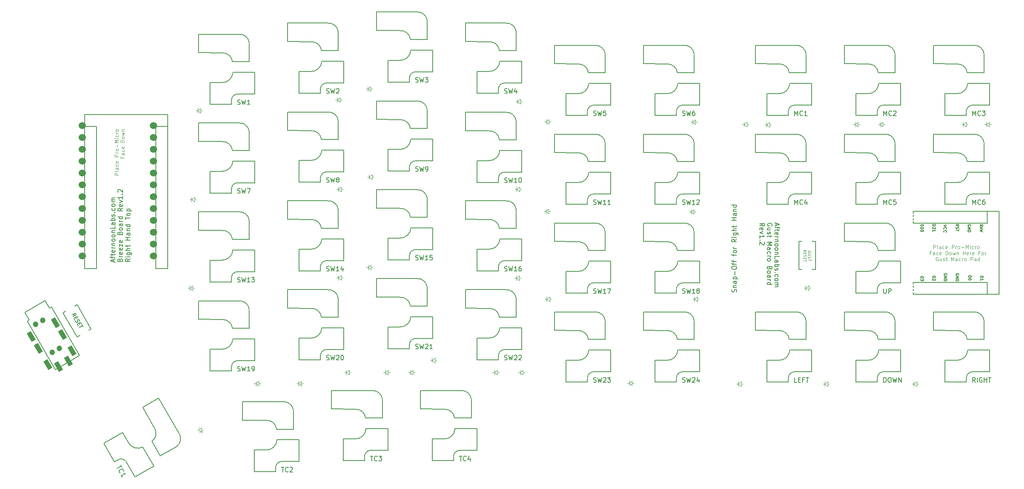
<source format=gbr>
%TF.GenerationSoftware,KiCad,Pcbnew,7.0.10*%
%TF.CreationDate,2024-03-24T21:28:29-04:00*%
%TF.ProjectId,Breeze,42726565-7a65-42e6-9b69-6361645f7063,Rev1.2*%
%TF.SameCoordinates,Original*%
%TF.FileFunction,Legend,Top*%
%TF.FilePolarity,Positive*%
%FSLAX46Y46*%
G04 Gerber Fmt 4.6, Leading zero omitted, Abs format (unit mm)*
G04 Created by KiCad (PCBNEW 7.0.10) date 2024-03-24 21:28:29*
%MOMM*%
%LPD*%
G01*
G04 APERTURE LIST*
G04 Aperture macros list*
%AMRotRect*
0 Rectangle, with rotation*
0 The origin of the aperture is its center*
0 $1 length*
0 $2 width*
0 $3 Rotation angle, in degrees counterclockwise*
0 Add horizontal line*
21,1,$1,$2,0,0,$3*%
G04 Aperture macros list end*
%ADD10C,0.150000*%
%ADD11C,0.100000*%
%ADD12C,0.120000*%
%ADD13C,1.200000*%
%ADD14RotRect,1.000000X2.100000X30.000000*%
%ADD15C,1.524000*%
G04 APERTURE END LIST*
D10*
X256693200Y-156682839D02*
X256740819Y-156539982D01*
X256740819Y-156539982D02*
X256740819Y-156301887D01*
X256740819Y-156301887D02*
X256693200Y-156206649D01*
X256693200Y-156206649D02*
X256645580Y-156159030D01*
X256645580Y-156159030D02*
X256550342Y-156111411D01*
X256550342Y-156111411D02*
X256455104Y-156111411D01*
X256455104Y-156111411D02*
X256359866Y-156159030D01*
X256359866Y-156159030D02*
X256312247Y-156206649D01*
X256312247Y-156206649D02*
X256264628Y-156301887D01*
X256264628Y-156301887D02*
X256217009Y-156492363D01*
X256217009Y-156492363D02*
X256169390Y-156587601D01*
X256169390Y-156587601D02*
X256121771Y-156635220D01*
X256121771Y-156635220D02*
X256026533Y-156682839D01*
X256026533Y-156682839D02*
X255931295Y-156682839D01*
X255931295Y-156682839D02*
X255836057Y-156635220D01*
X255836057Y-156635220D02*
X255788438Y-156587601D01*
X255788438Y-156587601D02*
X255740819Y-156492363D01*
X255740819Y-156492363D02*
X255740819Y-156254268D01*
X255740819Y-156254268D02*
X255788438Y-156111411D01*
X256074152Y-155682839D02*
X256740819Y-155682839D01*
X256169390Y-155682839D02*
X256121771Y-155635220D01*
X256121771Y-155635220D02*
X256074152Y-155539982D01*
X256074152Y-155539982D02*
X256074152Y-155397125D01*
X256074152Y-155397125D02*
X256121771Y-155301887D01*
X256121771Y-155301887D02*
X256217009Y-155254268D01*
X256217009Y-155254268D02*
X256740819Y-155254268D01*
X256740819Y-154349506D02*
X256217009Y-154349506D01*
X256217009Y-154349506D02*
X256121771Y-154397125D01*
X256121771Y-154397125D02*
X256074152Y-154492363D01*
X256074152Y-154492363D02*
X256074152Y-154682839D01*
X256074152Y-154682839D02*
X256121771Y-154778077D01*
X256693200Y-154349506D02*
X256740819Y-154444744D01*
X256740819Y-154444744D02*
X256740819Y-154682839D01*
X256740819Y-154682839D02*
X256693200Y-154778077D01*
X256693200Y-154778077D02*
X256597961Y-154825696D01*
X256597961Y-154825696D02*
X256502723Y-154825696D01*
X256502723Y-154825696D02*
X256407485Y-154778077D01*
X256407485Y-154778077D02*
X256359866Y-154682839D01*
X256359866Y-154682839D02*
X256359866Y-154444744D01*
X256359866Y-154444744D02*
X256312247Y-154349506D01*
X256074152Y-153873315D02*
X257074152Y-153873315D01*
X256121771Y-153873315D02*
X256074152Y-153778077D01*
X256074152Y-153778077D02*
X256074152Y-153587601D01*
X256074152Y-153587601D02*
X256121771Y-153492363D01*
X256121771Y-153492363D02*
X256169390Y-153444744D01*
X256169390Y-153444744D02*
X256264628Y-153397125D01*
X256264628Y-153397125D02*
X256550342Y-153397125D01*
X256550342Y-153397125D02*
X256645580Y-153444744D01*
X256645580Y-153444744D02*
X256693200Y-153492363D01*
X256693200Y-153492363D02*
X256740819Y-153587601D01*
X256740819Y-153587601D02*
X256740819Y-153778077D01*
X256740819Y-153778077D02*
X256693200Y-153873315D01*
X256359866Y-152968553D02*
X256359866Y-152206649D01*
X255740819Y-151539982D02*
X255740819Y-151349506D01*
X255740819Y-151349506D02*
X255788438Y-151254268D01*
X255788438Y-151254268D02*
X255883676Y-151159030D01*
X255883676Y-151159030D02*
X256074152Y-151111411D01*
X256074152Y-151111411D02*
X256407485Y-151111411D01*
X256407485Y-151111411D02*
X256597961Y-151159030D01*
X256597961Y-151159030D02*
X256693200Y-151254268D01*
X256693200Y-151254268D02*
X256740819Y-151349506D01*
X256740819Y-151349506D02*
X256740819Y-151539982D01*
X256740819Y-151539982D02*
X256693200Y-151635220D01*
X256693200Y-151635220D02*
X256597961Y-151730458D01*
X256597961Y-151730458D02*
X256407485Y-151778077D01*
X256407485Y-151778077D02*
X256074152Y-151778077D01*
X256074152Y-151778077D02*
X255883676Y-151730458D01*
X255883676Y-151730458D02*
X255788438Y-151635220D01*
X255788438Y-151635220D02*
X255740819Y-151539982D01*
X256074152Y-150825696D02*
X256074152Y-150444744D01*
X256740819Y-150682839D02*
X255883676Y-150682839D01*
X255883676Y-150682839D02*
X255788438Y-150635220D01*
X255788438Y-150635220D02*
X255740819Y-150539982D01*
X255740819Y-150539982D02*
X255740819Y-150444744D01*
X256074152Y-150254267D02*
X256074152Y-149873315D01*
X256740819Y-150111410D02*
X255883676Y-150111410D01*
X255883676Y-150111410D02*
X255788438Y-150063791D01*
X255788438Y-150063791D02*
X255740819Y-149968553D01*
X255740819Y-149968553D02*
X255740819Y-149873315D01*
X256074152Y-148920933D02*
X256074152Y-148539981D01*
X256740819Y-148778076D02*
X255883676Y-148778076D01*
X255883676Y-148778076D02*
X255788438Y-148730457D01*
X255788438Y-148730457D02*
X255740819Y-148635219D01*
X255740819Y-148635219D02*
X255740819Y-148539981D01*
X256740819Y-148063790D02*
X256693200Y-148159028D01*
X256693200Y-148159028D02*
X256645580Y-148206647D01*
X256645580Y-148206647D02*
X256550342Y-148254266D01*
X256550342Y-148254266D02*
X256264628Y-148254266D01*
X256264628Y-148254266D02*
X256169390Y-148206647D01*
X256169390Y-148206647D02*
X256121771Y-148159028D01*
X256121771Y-148159028D02*
X256074152Y-148063790D01*
X256074152Y-148063790D02*
X256074152Y-147920933D01*
X256074152Y-147920933D02*
X256121771Y-147825695D01*
X256121771Y-147825695D02*
X256169390Y-147778076D01*
X256169390Y-147778076D02*
X256264628Y-147730457D01*
X256264628Y-147730457D02*
X256550342Y-147730457D01*
X256550342Y-147730457D02*
X256645580Y-147778076D01*
X256645580Y-147778076D02*
X256693200Y-147825695D01*
X256693200Y-147825695D02*
X256740819Y-147920933D01*
X256740819Y-147920933D02*
X256740819Y-148063790D01*
X256740819Y-147301885D02*
X256074152Y-147301885D01*
X256264628Y-147301885D02*
X256169390Y-147254266D01*
X256169390Y-147254266D02*
X256121771Y-147206647D01*
X256121771Y-147206647D02*
X256074152Y-147111409D01*
X256074152Y-147111409D02*
X256074152Y-147016171D01*
X256740819Y-145349504D02*
X256264628Y-145682837D01*
X256740819Y-145920932D02*
X255740819Y-145920932D01*
X255740819Y-145920932D02*
X255740819Y-145539980D01*
X255740819Y-145539980D02*
X255788438Y-145444742D01*
X255788438Y-145444742D02*
X255836057Y-145397123D01*
X255836057Y-145397123D02*
X255931295Y-145349504D01*
X255931295Y-145349504D02*
X256074152Y-145349504D01*
X256074152Y-145349504D02*
X256169390Y-145397123D01*
X256169390Y-145397123D02*
X256217009Y-145444742D01*
X256217009Y-145444742D02*
X256264628Y-145539980D01*
X256264628Y-145539980D02*
X256264628Y-145920932D01*
X256740819Y-144920932D02*
X256074152Y-144920932D01*
X255740819Y-144920932D02*
X255788438Y-144968551D01*
X255788438Y-144968551D02*
X255836057Y-144920932D01*
X255836057Y-144920932D02*
X255788438Y-144873313D01*
X255788438Y-144873313D02*
X255740819Y-144920932D01*
X255740819Y-144920932D02*
X255836057Y-144920932D01*
X256074152Y-144016171D02*
X256883676Y-144016171D01*
X256883676Y-144016171D02*
X256978914Y-144063790D01*
X256978914Y-144063790D02*
X257026533Y-144111409D01*
X257026533Y-144111409D02*
X257074152Y-144206647D01*
X257074152Y-144206647D02*
X257074152Y-144349504D01*
X257074152Y-144349504D02*
X257026533Y-144444742D01*
X256693200Y-144016171D02*
X256740819Y-144111409D01*
X256740819Y-144111409D02*
X256740819Y-144301885D01*
X256740819Y-144301885D02*
X256693200Y-144397123D01*
X256693200Y-144397123D02*
X256645580Y-144444742D01*
X256645580Y-144444742D02*
X256550342Y-144492361D01*
X256550342Y-144492361D02*
X256264628Y-144492361D01*
X256264628Y-144492361D02*
X256169390Y-144444742D01*
X256169390Y-144444742D02*
X256121771Y-144397123D01*
X256121771Y-144397123D02*
X256074152Y-144301885D01*
X256074152Y-144301885D02*
X256074152Y-144111409D01*
X256074152Y-144111409D02*
X256121771Y-144016171D01*
X256740819Y-143539980D02*
X255740819Y-143539980D01*
X256740819Y-143111409D02*
X256217009Y-143111409D01*
X256217009Y-143111409D02*
X256121771Y-143159028D01*
X256121771Y-143159028D02*
X256074152Y-143254266D01*
X256074152Y-143254266D02*
X256074152Y-143397123D01*
X256074152Y-143397123D02*
X256121771Y-143492361D01*
X256121771Y-143492361D02*
X256169390Y-143539980D01*
X256074152Y-142778075D02*
X256074152Y-142397123D01*
X255740819Y-142635218D02*
X256597961Y-142635218D01*
X256597961Y-142635218D02*
X256693200Y-142587599D01*
X256693200Y-142587599D02*
X256740819Y-142492361D01*
X256740819Y-142492361D02*
X256740819Y-142397123D01*
X256740819Y-141301884D02*
X255740819Y-141301884D01*
X256217009Y-141301884D02*
X256217009Y-140730456D01*
X256740819Y-140730456D02*
X255740819Y-140730456D01*
X256740819Y-139825694D02*
X256217009Y-139825694D01*
X256217009Y-139825694D02*
X256121771Y-139873313D01*
X256121771Y-139873313D02*
X256074152Y-139968551D01*
X256074152Y-139968551D02*
X256074152Y-140159027D01*
X256074152Y-140159027D02*
X256121771Y-140254265D01*
X256693200Y-139825694D02*
X256740819Y-139920932D01*
X256740819Y-139920932D02*
X256740819Y-140159027D01*
X256740819Y-140159027D02*
X256693200Y-140254265D01*
X256693200Y-140254265D02*
X256597961Y-140301884D01*
X256597961Y-140301884D02*
X256502723Y-140301884D01*
X256502723Y-140301884D02*
X256407485Y-140254265D01*
X256407485Y-140254265D02*
X256359866Y-140159027D01*
X256359866Y-140159027D02*
X256359866Y-139920932D01*
X256359866Y-139920932D02*
X256312247Y-139825694D01*
X256074152Y-139349503D02*
X256740819Y-139349503D01*
X256169390Y-139349503D02*
X256121771Y-139301884D01*
X256121771Y-139301884D02*
X256074152Y-139206646D01*
X256074152Y-139206646D02*
X256074152Y-139063789D01*
X256074152Y-139063789D02*
X256121771Y-138968551D01*
X256121771Y-138968551D02*
X256217009Y-138920932D01*
X256217009Y-138920932D02*
X256740819Y-138920932D01*
X256740819Y-138016170D02*
X255740819Y-138016170D01*
X256693200Y-138016170D02*
X256740819Y-138111408D01*
X256740819Y-138111408D02*
X256740819Y-138301884D01*
X256740819Y-138301884D02*
X256693200Y-138397122D01*
X256693200Y-138397122D02*
X256645580Y-138444741D01*
X256645580Y-138444741D02*
X256550342Y-138492360D01*
X256550342Y-138492360D02*
X256264628Y-138492360D01*
X256264628Y-138492360D02*
X256169390Y-138444741D01*
X256169390Y-138444741D02*
X256121771Y-138397122D01*
X256121771Y-138397122D02*
X256074152Y-138301884D01*
X256074152Y-138301884D02*
X256074152Y-138111408D01*
X256074152Y-138111408D02*
X256121771Y-138016170D01*
X265225415Y-141911400D02*
X265225415Y-142387590D01*
X264939700Y-141816162D02*
X265939700Y-142149495D01*
X265939700Y-142149495D02*
X264939700Y-142482828D01*
X265606367Y-142673305D02*
X265606367Y-143054257D01*
X264939700Y-142816162D02*
X265796843Y-142816162D01*
X265796843Y-142816162D02*
X265892081Y-142863781D01*
X265892081Y-142863781D02*
X265939700Y-142959019D01*
X265939700Y-142959019D02*
X265939700Y-143054257D01*
X265606367Y-143244734D02*
X265606367Y-143625686D01*
X265939700Y-143387591D02*
X265082558Y-143387591D01*
X265082558Y-143387591D02*
X264987320Y-143435210D01*
X264987320Y-143435210D02*
X264939700Y-143530448D01*
X264939700Y-143530448D02*
X264939700Y-143625686D01*
X264987320Y-144339972D02*
X264939700Y-144244734D01*
X264939700Y-144244734D02*
X264939700Y-144054258D01*
X264939700Y-144054258D02*
X264987320Y-143959020D01*
X264987320Y-143959020D02*
X265082558Y-143911401D01*
X265082558Y-143911401D02*
X265463510Y-143911401D01*
X265463510Y-143911401D02*
X265558748Y-143959020D01*
X265558748Y-143959020D02*
X265606367Y-144054258D01*
X265606367Y-144054258D02*
X265606367Y-144244734D01*
X265606367Y-144244734D02*
X265558748Y-144339972D01*
X265558748Y-144339972D02*
X265463510Y-144387591D01*
X265463510Y-144387591D02*
X265368272Y-144387591D01*
X265368272Y-144387591D02*
X265273034Y-143911401D01*
X264939700Y-144816163D02*
X265606367Y-144816163D01*
X265415891Y-144816163D02*
X265511129Y-144863782D01*
X265511129Y-144863782D02*
X265558748Y-144911401D01*
X265558748Y-144911401D02*
X265606367Y-145006639D01*
X265606367Y-145006639D02*
X265606367Y-145101877D01*
X265606367Y-145435211D02*
X264939700Y-145435211D01*
X265511129Y-145435211D02*
X265558748Y-145482830D01*
X265558748Y-145482830D02*
X265606367Y-145578068D01*
X265606367Y-145578068D02*
X265606367Y-145720925D01*
X265606367Y-145720925D02*
X265558748Y-145816163D01*
X265558748Y-145816163D02*
X265463510Y-145863782D01*
X265463510Y-145863782D02*
X264939700Y-145863782D01*
X264939700Y-146482830D02*
X264987320Y-146387592D01*
X264987320Y-146387592D02*
X265034939Y-146339973D01*
X265034939Y-146339973D02*
X265130177Y-146292354D01*
X265130177Y-146292354D02*
X265415891Y-146292354D01*
X265415891Y-146292354D02*
X265511129Y-146339973D01*
X265511129Y-146339973D02*
X265558748Y-146387592D01*
X265558748Y-146387592D02*
X265606367Y-146482830D01*
X265606367Y-146482830D02*
X265606367Y-146625687D01*
X265606367Y-146625687D02*
X265558748Y-146720925D01*
X265558748Y-146720925D02*
X265511129Y-146768544D01*
X265511129Y-146768544D02*
X265415891Y-146816163D01*
X265415891Y-146816163D02*
X265130177Y-146816163D01*
X265130177Y-146816163D02*
X265034939Y-146768544D01*
X265034939Y-146768544D02*
X264987320Y-146720925D01*
X264987320Y-146720925D02*
X264939700Y-146625687D01*
X264939700Y-146625687D02*
X264939700Y-146482830D01*
X264939700Y-147387592D02*
X264987320Y-147292354D01*
X264987320Y-147292354D02*
X265034939Y-147244735D01*
X265034939Y-147244735D02*
X265130177Y-147197116D01*
X265130177Y-147197116D02*
X265415891Y-147197116D01*
X265415891Y-147197116D02*
X265511129Y-147244735D01*
X265511129Y-147244735D02*
X265558748Y-147292354D01*
X265558748Y-147292354D02*
X265606367Y-147387592D01*
X265606367Y-147387592D02*
X265606367Y-147530449D01*
X265606367Y-147530449D02*
X265558748Y-147625687D01*
X265558748Y-147625687D02*
X265511129Y-147673306D01*
X265511129Y-147673306D02*
X265415891Y-147720925D01*
X265415891Y-147720925D02*
X265130177Y-147720925D01*
X265130177Y-147720925D02*
X265034939Y-147673306D01*
X265034939Y-147673306D02*
X264987320Y-147625687D01*
X264987320Y-147625687D02*
X264939700Y-147530449D01*
X264939700Y-147530449D02*
X264939700Y-147387592D01*
X265606367Y-148149497D02*
X264939700Y-148149497D01*
X265511129Y-148149497D02*
X265558748Y-148197116D01*
X265558748Y-148197116D02*
X265606367Y-148292354D01*
X265606367Y-148292354D02*
X265606367Y-148435211D01*
X265606367Y-148435211D02*
X265558748Y-148530449D01*
X265558748Y-148530449D02*
X265463510Y-148578068D01*
X265463510Y-148578068D02*
X264939700Y-148578068D01*
X264939700Y-149530449D02*
X264939700Y-149054259D01*
X264939700Y-149054259D02*
X265939700Y-149054259D01*
X264939700Y-150292354D02*
X265463510Y-150292354D01*
X265463510Y-150292354D02*
X265558748Y-150244735D01*
X265558748Y-150244735D02*
X265606367Y-150149497D01*
X265606367Y-150149497D02*
X265606367Y-149959021D01*
X265606367Y-149959021D02*
X265558748Y-149863783D01*
X264987320Y-150292354D02*
X264939700Y-150197116D01*
X264939700Y-150197116D02*
X264939700Y-149959021D01*
X264939700Y-149959021D02*
X264987320Y-149863783D01*
X264987320Y-149863783D02*
X265082558Y-149816164D01*
X265082558Y-149816164D02*
X265177796Y-149816164D01*
X265177796Y-149816164D02*
X265273034Y-149863783D01*
X265273034Y-149863783D02*
X265320653Y-149959021D01*
X265320653Y-149959021D02*
X265320653Y-150197116D01*
X265320653Y-150197116D02*
X265368272Y-150292354D01*
X264939700Y-150768545D02*
X265939700Y-150768545D01*
X265558748Y-150768545D02*
X265606367Y-150863783D01*
X265606367Y-150863783D02*
X265606367Y-151054259D01*
X265606367Y-151054259D02*
X265558748Y-151149497D01*
X265558748Y-151149497D02*
X265511129Y-151197116D01*
X265511129Y-151197116D02*
X265415891Y-151244735D01*
X265415891Y-151244735D02*
X265130177Y-151244735D01*
X265130177Y-151244735D02*
X265034939Y-151197116D01*
X265034939Y-151197116D02*
X264987320Y-151149497D01*
X264987320Y-151149497D02*
X264939700Y-151054259D01*
X264939700Y-151054259D02*
X264939700Y-150863783D01*
X264939700Y-150863783D02*
X264987320Y-150768545D01*
X264987320Y-151625688D02*
X264939700Y-151720926D01*
X264939700Y-151720926D02*
X264939700Y-151911402D01*
X264939700Y-151911402D02*
X264987320Y-152006640D01*
X264987320Y-152006640D02*
X265082558Y-152054259D01*
X265082558Y-152054259D02*
X265130177Y-152054259D01*
X265130177Y-152054259D02*
X265225415Y-152006640D01*
X265225415Y-152006640D02*
X265273034Y-151911402D01*
X265273034Y-151911402D02*
X265273034Y-151768545D01*
X265273034Y-151768545D02*
X265320653Y-151673307D01*
X265320653Y-151673307D02*
X265415891Y-151625688D01*
X265415891Y-151625688D02*
X265463510Y-151625688D01*
X265463510Y-151625688D02*
X265558748Y-151673307D01*
X265558748Y-151673307D02*
X265606367Y-151768545D01*
X265606367Y-151768545D02*
X265606367Y-151911402D01*
X265606367Y-151911402D02*
X265558748Y-152006640D01*
X265034939Y-152482831D02*
X264987320Y-152530450D01*
X264987320Y-152530450D02*
X264939700Y-152482831D01*
X264939700Y-152482831D02*
X264987320Y-152435212D01*
X264987320Y-152435212D02*
X265034939Y-152482831D01*
X265034939Y-152482831D02*
X264939700Y-152482831D01*
X264987320Y-153387592D02*
X264939700Y-153292354D01*
X264939700Y-153292354D02*
X264939700Y-153101878D01*
X264939700Y-153101878D02*
X264987320Y-153006640D01*
X264987320Y-153006640D02*
X265034939Y-152959021D01*
X265034939Y-152959021D02*
X265130177Y-152911402D01*
X265130177Y-152911402D02*
X265415891Y-152911402D01*
X265415891Y-152911402D02*
X265511129Y-152959021D01*
X265511129Y-152959021D02*
X265558748Y-153006640D01*
X265558748Y-153006640D02*
X265606367Y-153101878D01*
X265606367Y-153101878D02*
X265606367Y-153292354D01*
X265606367Y-153292354D02*
X265558748Y-153387592D01*
X264939700Y-153959021D02*
X264987320Y-153863783D01*
X264987320Y-153863783D02*
X265034939Y-153816164D01*
X265034939Y-153816164D02*
X265130177Y-153768545D01*
X265130177Y-153768545D02*
X265415891Y-153768545D01*
X265415891Y-153768545D02*
X265511129Y-153816164D01*
X265511129Y-153816164D02*
X265558748Y-153863783D01*
X265558748Y-153863783D02*
X265606367Y-153959021D01*
X265606367Y-153959021D02*
X265606367Y-154101878D01*
X265606367Y-154101878D02*
X265558748Y-154197116D01*
X265558748Y-154197116D02*
X265511129Y-154244735D01*
X265511129Y-154244735D02*
X265415891Y-154292354D01*
X265415891Y-154292354D02*
X265130177Y-154292354D01*
X265130177Y-154292354D02*
X265034939Y-154244735D01*
X265034939Y-154244735D02*
X264987320Y-154197116D01*
X264987320Y-154197116D02*
X264939700Y-154101878D01*
X264939700Y-154101878D02*
X264939700Y-153959021D01*
X264939700Y-154720926D02*
X265606367Y-154720926D01*
X265511129Y-154720926D02*
X265558748Y-154768545D01*
X265558748Y-154768545D02*
X265606367Y-154863783D01*
X265606367Y-154863783D02*
X265606367Y-155006640D01*
X265606367Y-155006640D02*
X265558748Y-155101878D01*
X265558748Y-155101878D02*
X265463510Y-155149497D01*
X265463510Y-155149497D02*
X264939700Y-155149497D01*
X265463510Y-155149497D02*
X265558748Y-155197116D01*
X265558748Y-155197116D02*
X265606367Y-155292354D01*
X265606367Y-155292354D02*
X265606367Y-155435211D01*
X265606367Y-155435211D02*
X265558748Y-155530450D01*
X265558748Y-155530450D02*
X265463510Y-155578069D01*
X265463510Y-155578069D02*
X264939700Y-155578069D01*
X264282081Y-142482828D02*
X264329700Y-142387590D01*
X264329700Y-142387590D02*
X264329700Y-142244733D01*
X264329700Y-142244733D02*
X264282081Y-142101876D01*
X264282081Y-142101876D02*
X264186843Y-142006638D01*
X264186843Y-142006638D02*
X264091605Y-141959019D01*
X264091605Y-141959019D02*
X263901129Y-141911400D01*
X263901129Y-141911400D02*
X263758272Y-141911400D01*
X263758272Y-141911400D02*
X263567796Y-141959019D01*
X263567796Y-141959019D02*
X263472558Y-142006638D01*
X263472558Y-142006638D02*
X263377320Y-142101876D01*
X263377320Y-142101876D02*
X263329700Y-142244733D01*
X263329700Y-142244733D02*
X263329700Y-142339971D01*
X263329700Y-142339971D02*
X263377320Y-142482828D01*
X263377320Y-142482828D02*
X263424939Y-142530447D01*
X263424939Y-142530447D02*
X263758272Y-142530447D01*
X263758272Y-142530447D02*
X263758272Y-142339971D01*
X263996367Y-143387590D02*
X263329700Y-143387590D01*
X263996367Y-142959019D02*
X263472558Y-142959019D01*
X263472558Y-142959019D02*
X263377320Y-143006638D01*
X263377320Y-143006638D02*
X263329700Y-143101876D01*
X263329700Y-143101876D02*
X263329700Y-143244733D01*
X263329700Y-143244733D02*
X263377320Y-143339971D01*
X263377320Y-143339971D02*
X263424939Y-143387590D01*
X263377320Y-143816162D02*
X263329700Y-143911400D01*
X263329700Y-143911400D02*
X263329700Y-144101876D01*
X263329700Y-144101876D02*
X263377320Y-144197114D01*
X263377320Y-144197114D02*
X263472558Y-144244733D01*
X263472558Y-144244733D02*
X263520177Y-144244733D01*
X263520177Y-144244733D02*
X263615415Y-144197114D01*
X263615415Y-144197114D02*
X263663034Y-144101876D01*
X263663034Y-144101876D02*
X263663034Y-143959019D01*
X263663034Y-143959019D02*
X263710653Y-143863781D01*
X263710653Y-143863781D02*
X263805891Y-143816162D01*
X263805891Y-143816162D02*
X263853510Y-143816162D01*
X263853510Y-143816162D02*
X263948748Y-143863781D01*
X263948748Y-143863781D02*
X263996367Y-143959019D01*
X263996367Y-143959019D02*
X263996367Y-144101876D01*
X263996367Y-144101876D02*
X263948748Y-144197114D01*
X263996367Y-144530448D02*
X263996367Y-144911400D01*
X264329700Y-144673305D02*
X263472558Y-144673305D01*
X263472558Y-144673305D02*
X263377320Y-144720924D01*
X263377320Y-144720924D02*
X263329700Y-144816162D01*
X263329700Y-144816162D02*
X263329700Y-144911400D01*
X263329700Y-146006639D02*
X264329700Y-146006639D01*
X264329700Y-146006639D02*
X263615415Y-146339972D01*
X263615415Y-146339972D02*
X264329700Y-146673305D01*
X264329700Y-146673305D02*
X263329700Y-146673305D01*
X263329700Y-147578067D02*
X263853510Y-147578067D01*
X263853510Y-147578067D02*
X263948748Y-147530448D01*
X263948748Y-147530448D02*
X263996367Y-147435210D01*
X263996367Y-147435210D02*
X263996367Y-147244734D01*
X263996367Y-147244734D02*
X263948748Y-147149496D01*
X263377320Y-147578067D02*
X263329700Y-147482829D01*
X263329700Y-147482829D02*
X263329700Y-147244734D01*
X263329700Y-147244734D02*
X263377320Y-147149496D01*
X263377320Y-147149496D02*
X263472558Y-147101877D01*
X263472558Y-147101877D02*
X263567796Y-147101877D01*
X263567796Y-147101877D02*
X263663034Y-147149496D01*
X263663034Y-147149496D02*
X263710653Y-147244734D01*
X263710653Y-147244734D02*
X263710653Y-147482829D01*
X263710653Y-147482829D02*
X263758272Y-147578067D01*
X263377320Y-148482829D02*
X263329700Y-148387591D01*
X263329700Y-148387591D02*
X263329700Y-148197115D01*
X263329700Y-148197115D02*
X263377320Y-148101877D01*
X263377320Y-148101877D02*
X263424939Y-148054258D01*
X263424939Y-148054258D02*
X263520177Y-148006639D01*
X263520177Y-148006639D02*
X263805891Y-148006639D01*
X263805891Y-148006639D02*
X263901129Y-148054258D01*
X263901129Y-148054258D02*
X263948748Y-148101877D01*
X263948748Y-148101877D02*
X263996367Y-148197115D01*
X263996367Y-148197115D02*
X263996367Y-148387591D01*
X263996367Y-148387591D02*
X263948748Y-148482829D01*
X263329700Y-148911401D02*
X263996367Y-148911401D01*
X263805891Y-148911401D02*
X263901129Y-148959020D01*
X263901129Y-148959020D02*
X263948748Y-149006639D01*
X263948748Y-149006639D02*
X263996367Y-149101877D01*
X263996367Y-149101877D02*
X263996367Y-149197115D01*
X263329700Y-149673306D02*
X263377320Y-149578068D01*
X263377320Y-149578068D02*
X263424939Y-149530449D01*
X263424939Y-149530449D02*
X263520177Y-149482830D01*
X263520177Y-149482830D02*
X263805891Y-149482830D01*
X263805891Y-149482830D02*
X263901129Y-149530449D01*
X263901129Y-149530449D02*
X263948748Y-149578068D01*
X263948748Y-149578068D02*
X263996367Y-149673306D01*
X263996367Y-149673306D02*
X263996367Y-149816163D01*
X263996367Y-149816163D02*
X263948748Y-149911401D01*
X263948748Y-149911401D02*
X263901129Y-149959020D01*
X263901129Y-149959020D02*
X263805891Y-150006639D01*
X263805891Y-150006639D02*
X263520177Y-150006639D01*
X263520177Y-150006639D02*
X263424939Y-149959020D01*
X263424939Y-149959020D02*
X263377320Y-149911401D01*
X263377320Y-149911401D02*
X263329700Y-149816163D01*
X263329700Y-149816163D02*
X263329700Y-149673306D01*
X263853510Y-151530449D02*
X263805891Y-151673306D01*
X263805891Y-151673306D02*
X263758272Y-151720925D01*
X263758272Y-151720925D02*
X263663034Y-151768544D01*
X263663034Y-151768544D02*
X263520177Y-151768544D01*
X263520177Y-151768544D02*
X263424939Y-151720925D01*
X263424939Y-151720925D02*
X263377320Y-151673306D01*
X263377320Y-151673306D02*
X263329700Y-151578068D01*
X263329700Y-151578068D02*
X263329700Y-151197116D01*
X263329700Y-151197116D02*
X264329700Y-151197116D01*
X264329700Y-151197116D02*
X264329700Y-151530449D01*
X264329700Y-151530449D02*
X264282081Y-151625687D01*
X264282081Y-151625687D02*
X264234462Y-151673306D01*
X264234462Y-151673306D02*
X264139224Y-151720925D01*
X264139224Y-151720925D02*
X264043986Y-151720925D01*
X264043986Y-151720925D02*
X263948748Y-151673306D01*
X263948748Y-151673306D02*
X263901129Y-151625687D01*
X263901129Y-151625687D02*
X263853510Y-151530449D01*
X263853510Y-151530449D02*
X263853510Y-151197116D01*
X263329700Y-152339973D02*
X263377320Y-152244735D01*
X263377320Y-152244735D02*
X263424939Y-152197116D01*
X263424939Y-152197116D02*
X263520177Y-152149497D01*
X263520177Y-152149497D02*
X263805891Y-152149497D01*
X263805891Y-152149497D02*
X263901129Y-152197116D01*
X263901129Y-152197116D02*
X263948748Y-152244735D01*
X263948748Y-152244735D02*
X263996367Y-152339973D01*
X263996367Y-152339973D02*
X263996367Y-152482830D01*
X263996367Y-152482830D02*
X263948748Y-152578068D01*
X263948748Y-152578068D02*
X263901129Y-152625687D01*
X263901129Y-152625687D02*
X263805891Y-152673306D01*
X263805891Y-152673306D02*
X263520177Y-152673306D01*
X263520177Y-152673306D02*
X263424939Y-152625687D01*
X263424939Y-152625687D02*
X263377320Y-152578068D01*
X263377320Y-152578068D02*
X263329700Y-152482830D01*
X263329700Y-152482830D02*
X263329700Y-152339973D01*
X263329700Y-153530449D02*
X263853510Y-153530449D01*
X263853510Y-153530449D02*
X263948748Y-153482830D01*
X263948748Y-153482830D02*
X263996367Y-153387592D01*
X263996367Y-153387592D02*
X263996367Y-153197116D01*
X263996367Y-153197116D02*
X263948748Y-153101878D01*
X263377320Y-153530449D02*
X263329700Y-153435211D01*
X263329700Y-153435211D02*
X263329700Y-153197116D01*
X263329700Y-153197116D02*
X263377320Y-153101878D01*
X263377320Y-153101878D02*
X263472558Y-153054259D01*
X263472558Y-153054259D02*
X263567796Y-153054259D01*
X263567796Y-153054259D02*
X263663034Y-153101878D01*
X263663034Y-153101878D02*
X263710653Y-153197116D01*
X263710653Y-153197116D02*
X263710653Y-153435211D01*
X263710653Y-153435211D02*
X263758272Y-153530449D01*
X263329700Y-154006640D02*
X263996367Y-154006640D01*
X263805891Y-154006640D02*
X263901129Y-154054259D01*
X263901129Y-154054259D02*
X263948748Y-154101878D01*
X263948748Y-154101878D02*
X263996367Y-154197116D01*
X263996367Y-154197116D02*
X263996367Y-154292354D01*
X263329700Y-155054259D02*
X264329700Y-155054259D01*
X263377320Y-155054259D02*
X263329700Y-154959021D01*
X263329700Y-154959021D02*
X263329700Y-154768545D01*
X263329700Y-154768545D02*
X263377320Y-154673307D01*
X263377320Y-154673307D02*
X263424939Y-154625688D01*
X263424939Y-154625688D02*
X263520177Y-154578069D01*
X263520177Y-154578069D02*
X263805891Y-154578069D01*
X263805891Y-154578069D02*
X263901129Y-154625688D01*
X263901129Y-154625688D02*
X263948748Y-154673307D01*
X263948748Y-154673307D02*
X263996367Y-154768545D01*
X263996367Y-154768545D02*
X263996367Y-154959021D01*
X263996367Y-154959021D02*
X263948748Y-155054259D01*
X261719700Y-142530447D02*
X262195891Y-142197114D01*
X261719700Y-141959019D02*
X262719700Y-141959019D01*
X262719700Y-141959019D02*
X262719700Y-142339971D01*
X262719700Y-142339971D02*
X262672081Y-142435209D01*
X262672081Y-142435209D02*
X262624462Y-142482828D01*
X262624462Y-142482828D02*
X262529224Y-142530447D01*
X262529224Y-142530447D02*
X262386367Y-142530447D01*
X262386367Y-142530447D02*
X262291129Y-142482828D01*
X262291129Y-142482828D02*
X262243510Y-142435209D01*
X262243510Y-142435209D02*
X262195891Y-142339971D01*
X262195891Y-142339971D02*
X262195891Y-141959019D01*
X261767320Y-143339971D02*
X261719700Y-143244733D01*
X261719700Y-143244733D02*
X261719700Y-143054257D01*
X261719700Y-143054257D02*
X261767320Y-142959019D01*
X261767320Y-142959019D02*
X261862558Y-142911400D01*
X261862558Y-142911400D02*
X262243510Y-142911400D01*
X262243510Y-142911400D02*
X262338748Y-142959019D01*
X262338748Y-142959019D02*
X262386367Y-143054257D01*
X262386367Y-143054257D02*
X262386367Y-143244733D01*
X262386367Y-143244733D02*
X262338748Y-143339971D01*
X262338748Y-143339971D02*
X262243510Y-143387590D01*
X262243510Y-143387590D02*
X262148272Y-143387590D01*
X262148272Y-143387590D02*
X262053034Y-142911400D01*
X262386367Y-143720924D02*
X261719700Y-143959019D01*
X261719700Y-143959019D02*
X262386367Y-144197114D01*
X261719700Y-145101876D02*
X261719700Y-144530448D01*
X261719700Y-144816162D02*
X262719700Y-144816162D01*
X262719700Y-144816162D02*
X262576843Y-144720924D01*
X262576843Y-144720924D02*
X262481605Y-144625686D01*
X262481605Y-144625686D02*
X262433986Y-144530448D01*
X261814939Y-145530448D02*
X261767320Y-145578067D01*
X261767320Y-145578067D02*
X261719700Y-145530448D01*
X261719700Y-145530448D02*
X261767320Y-145482829D01*
X261767320Y-145482829D02*
X261814939Y-145530448D01*
X261814939Y-145530448D02*
X261719700Y-145530448D01*
X262624462Y-145959019D02*
X262672081Y-146006638D01*
X262672081Y-146006638D02*
X262719700Y-146101876D01*
X262719700Y-146101876D02*
X262719700Y-146339971D01*
X262719700Y-146339971D02*
X262672081Y-146435209D01*
X262672081Y-146435209D02*
X262624462Y-146482828D01*
X262624462Y-146482828D02*
X262529224Y-146530447D01*
X262529224Y-146530447D02*
X262433986Y-146530447D01*
X262433986Y-146530447D02*
X262291129Y-146482828D01*
X262291129Y-146482828D02*
X261719700Y-145911400D01*
X261719700Y-145911400D02*
X261719700Y-146530447D01*
X123393104Y-150181839D02*
X123393104Y-149705649D01*
X123678819Y-150277077D02*
X122678819Y-149943744D01*
X122678819Y-149943744D02*
X123678819Y-149610411D01*
X123012152Y-149419934D02*
X123012152Y-149038982D01*
X123678819Y-149277077D02*
X122821676Y-149277077D01*
X122821676Y-149277077D02*
X122726438Y-149229458D01*
X122726438Y-149229458D02*
X122678819Y-149134220D01*
X122678819Y-149134220D02*
X122678819Y-149038982D01*
X123012152Y-148848505D02*
X123012152Y-148467553D01*
X122678819Y-148705648D02*
X123535961Y-148705648D01*
X123535961Y-148705648D02*
X123631200Y-148658029D01*
X123631200Y-148658029D02*
X123678819Y-148562791D01*
X123678819Y-148562791D02*
X123678819Y-148467553D01*
X123631200Y-147753267D02*
X123678819Y-147848505D01*
X123678819Y-147848505D02*
X123678819Y-148038981D01*
X123678819Y-148038981D02*
X123631200Y-148134219D01*
X123631200Y-148134219D02*
X123535961Y-148181838D01*
X123535961Y-148181838D02*
X123155009Y-148181838D01*
X123155009Y-148181838D02*
X123059771Y-148134219D01*
X123059771Y-148134219D02*
X123012152Y-148038981D01*
X123012152Y-148038981D02*
X123012152Y-147848505D01*
X123012152Y-147848505D02*
X123059771Y-147753267D01*
X123059771Y-147753267D02*
X123155009Y-147705648D01*
X123155009Y-147705648D02*
X123250247Y-147705648D01*
X123250247Y-147705648D02*
X123345485Y-148181838D01*
X123678819Y-147277076D02*
X123012152Y-147277076D01*
X123202628Y-147277076D02*
X123107390Y-147229457D01*
X123107390Y-147229457D02*
X123059771Y-147181838D01*
X123059771Y-147181838D02*
X123012152Y-147086600D01*
X123012152Y-147086600D02*
X123012152Y-146991362D01*
X123012152Y-146658028D02*
X123678819Y-146658028D01*
X123107390Y-146658028D02*
X123059771Y-146610409D01*
X123059771Y-146610409D02*
X123012152Y-146515171D01*
X123012152Y-146515171D02*
X123012152Y-146372314D01*
X123012152Y-146372314D02*
X123059771Y-146277076D01*
X123059771Y-146277076D02*
X123155009Y-146229457D01*
X123155009Y-146229457D02*
X123678819Y-146229457D01*
X123678819Y-145610409D02*
X123631200Y-145705647D01*
X123631200Y-145705647D02*
X123583580Y-145753266D01*
X123583580Y-145753266D02*
X123488342Y-145800885D01*
X123488342Y-145800885D02*
X123202628Y-145800885D01*
X123202628Y-145800885D02*
X123107390Y-145753266D01*
X123107390Y-145753266D02*
X123059771Y-145705647D01*
X123059771Y-145705647D02*
X123012152Y-145610409D01*
X123012152Y-145610409D02*
X123012152Y-145467552D01*
X123012152Y-145467552D02*
X123059771Y-145372314D01*
X123059771Y-145372314D02*
X123107390Y-145324695D01*
X123107390Y-145324695D02*
X123202628Y-145277076D01*
X123202628Y-145277076D02*
X123488342Y-145277076D01*
X123488342Y-145277076D02*
X123583580Y-145324695D01*
X123583580Y-145324695D02*
X123631200Y-145372314D01*
X123631200Y-145372314D02*
X123678819Y-145467552D01*
X123678819Y-145467552D02*
X123678819Y-145610409D01*
X123678819Y-144705647D02*
X123631200Y-144800885D01*
X123631200Y-144800885D02*
X123583580Y-144848504D01*
X123583580Y-144848504D02*
X123488342Y-144896123D01*
X123488342Y-144896123D02*
X123202628Y-144896123D01*
X123202628Y-144896123D02*
X123107390Y-144848504D01*
X123107390Y-144848504D02*
X123059771Y-144800885D01*
X123059771Y-144800885D02*
X123012152Y-144705647D01*
X123012152Y-144705647D02*
X123012152Y-144562790D01*
X123012152Y-144562790D02*
X123059771Y-144467552D01*
X123059771Y-144467552D02*
X123107390Y-144419933D01*
X123107390Y-144419933D02*
X123202628Y-144372314D01*
X123202628Y-144372314D02*
X123488342Y-144372314D01*
X123488342Y-144372314D02*
X123583580Y-144419933D01*
X123583580Y-144419933D02*
X123631200Y-144467552D01*
X123631200Y-144467552D02*
X123678819Y-144562790D01*
X123678819Y-144562790D02*
X123678819Y-144705647D01*
X123012152Y-143943742D02*
X123678819Y-143943742D01*
X123107390Y-143943742D02*
X123059771Y-143896123D01*
X123059771Y-143896123D02*
X123012152Y-143800885D01*
X123012152Y-143800885D02*
X123012152Y-143658028D01*
X123012152Y-143658028D02*
X123059771Y-143562790D01*
X123059771Y-143562790D02*
X123155009Y-143515171D01*
X123155009Y-143515171D02*
X123678819Y-143515171D01*
X123678819Y-142562790D02*
X123678819Y-143038980D01*
X123678819Y-143038980D02*
X122678819Y-143038980D01*
X123678819Y-141800885D02*
X123155009Y-141800885D01*
X123155009Y-141800885D02*
X123059771Y-141848504D01*
X123059771Y-141848504D02*
X123012152Y-141943742D01*
X123012152Y-141943742D02*
X123012152Y-142134218D01*
X123012152Y-142134218D02*
X123059771Y-142229456D01*
X123631200Y-141800885D02*
X123678819Y-141896123D01*
X123678819Y-141896123D02*
X123678819Y-142134218D01*
X123678819Y-142134218D02*
X123631200Y-142229456D01*
X123631200Y-142229456D02*
X123535961Y-142277075D01*
X123535961Y-142277075D02*
X123440723Y-142277075D01*
X123440723Y-142277075D02*
X123345485Y-142229456D01*
X123345485Y-142229456D02*
X123297866Y-142134218D01*
X123297866Y-142134218D02*
X123297866Y-141896123D01*
X123297866Y-141896123D02*
X123250247Y-141800885D01*
X123678819Y-141324694D02*
X122678819Y-141324694D01*
X123059771Y-141324694D02*
X123012152Y-141229456D01*
X123012152Y-141229456D02*
X123012152Y-141038980D01*
X123012152Y-141038980D02*
X123059771Y-140943742D01*
X123059771Y-140943742D02*
X123107390Y-140896123D01*
X123107390Y-140896123D02*
X123202628Y-140848504D01*
X123202628Y-140848504D02*
X123488342Y-140848504D01*
X123488342Y-140848504D02*
X123583580Y-140896123D01*
X123583580Y-140896123D02*
X123631200Y-140943742D01*
X123631200Y-140943742D02*
X123678819Y-141038980D01*
X123678819Y-141038980D02*
X123678819Y-141229456D01*
X123678819Y-141229456D02*
X123631200Y-141324694D01*
X123631200Y-140467551D02*
X123678819Y-140372313D01*
X123678819Y-140372313D02*
X123678819Y-140181837D01*
X123678819Y-140181837D02*
X123631200Y-140086599D01*
X123631200Y-140086599D02*
X123535961Y-140038980D01*
X123535961Y-140038980D02*
X123488342Y-140038980D01*
X123488342Y-140038980D02*
X123393104Y-140086599D01*
X123393104Y-140086599D02*
X123345485Y-140181837D01*
X123345485Y-140181837D02*
X123345485Y-140324694D01*
X123345485Y-140324694D02*
X123297866Y-140419932D01*
X123297866Y-140419932D02*
X123202628Y-140467551D01*
X123202628Y-140467551D02*
X123155009Y-140467551D01*
X123155009Y-140467551D02*
X123059771Y-140419932D01*
X123059771Y-140419932D02*
X123012152Y-140324694D01*
X123012152Y-140324694D02*
X123012152Y-140181837D01*
X123012152Y-140181837D02*
X123059771Y-140086599D01*
X123583580Y-139610408D02*
X123631200Y-139562789D01*
X123631200Y-139562789D02*
X123678819Y-139610408D01*
X123678819Y-139610408D02*
X123631200Y-139658027D01*
X123631200Y-139658027D02*
X123583580Y-139610408D01*
X123583580Y-139610408D02*
X123678819Y-139610408D01*
X123631200Y-138705647D02*
X123678819Y-138800885D01*
X123678819Y-138800885D02*
X123678819Y-138991361D01*
X123678819Y-138991361D02*
X123631200Y-139086599D01*
X123631200Y-139086599D02*
X123583580Y-139134218D01*
X123583580Y-139134218D02*
X123488342Y-139181837D01*
X123488342Y-139181837D02*
X123202628Y-139181837D01*
X123202628Y-139181837D02*
X123107390Y-139134218D01*
X123107390Y-139134218D02*
X123059771Y-139086599D01*
X123059771Y-139086599D02*
X123012152Y-138991361D01*
X123012152Y-138991361D02*
X123012152Y-138800885D01*
X123012152Y-138800885D02*
X123059771Y-138705647D01*
X123678819Y-138134218D02*
X123631200Y-138229456D01*
X123631200Y-138229456D02*
X123583580Y-138277075D01*
X123583580Y-138277075D02*
X123488342Y-138324694D01*
X123488342Y-138324694D02*
X123202628Y-138324694D01*
X123202628Y-138324694D02*
X123107390Y-138277075D01*
X123107390Y-138277075D02*
X123059771Y-138229456D01*
X123059771Y-138229456D02*
X123012152Y-138134218D01*
X123012152Y-138134218D02*
X123012152Y-137991361D01*
X123012152Y-137991361D02*
X123059771Y-137896123D01*
X123059771Y-137896123D02*
X123107390Y-137848504D01*
X123107390Y-137848504D02*
X123202628Y-137800885D01*
X123202628Y-137800885D02*
X123488342Y-137800885D01*
X123488342Y-137800885D02*
X123583580Y-137848504D01*
X123583580Y-137848504D02*
X123631200Y-137896123D01*
X123631200Y-137896123D02*
X123678819Y-137991361D01*
X123678819Y-137991361D02*
X123678819Y-138134218D01*
X123678819Y-137372313D02*
X123012152Y-137372313D01*
X123107390Y-137372313D02*
X123059771Y-137324694D01*
X123059771Y-137324694D02*
X123012152Y-137229456D01*
X123012152Y-137229456D02*
X123012152Y-137086599D01*
X123012152Y-137086599D02*
X123059771Y-136991361D01*
X123059771Y-136991361D02*
X123155009Y-136943742D01*
X123155009Y-136943742D02*
X123678819Y-136943742D01*
X123155009Y-136943742D02*
X123059771Y-136896123D01*
X123059771Y-136896123D02*
X123012152Y-136800885D01*
X123012152Y-136800885D02*
X123012152Y-136658028D01*
X123012152Y-136658028D02*
X123059771Y-136562789D01*
X123059771Y-136562789D02*
X123155009Y-136515170D01*
X123155009Y-136515170D02*
X123678819Y-136515170D01*
X124765009Y-149800887D02*
X124812628Y-149658030D01*
X124812628Y-149658030D02*
X124860247Y-149610411D01*
X124860247Y-149610411D02*
X124955485Y-149562792D01*
X124955485Y-149562792D02*
X125098342Y-149562792D01*
X125098342Y-149562792D02*
X125193580Y-149610411D01*
X125193580Y-149610411D02*
X125241200Y-149658030D01*
X125241200Y-149658030D02*
X125288819Y-149753268D01*
X125288819Y-149753268D02*
X125288819Y-150134220D01*
X125288819Y-150134220D02*
X124288819Y-150134220D01*
X124288819Y-150134220D02*
X124288819Y-149800887D01*
X124288819Y-149800887D02*
X124336438Y-149705649D01*
X124336438Y-149705649D02*
X124384057Y-149658030D01*
X124384057Y-149658030D02*
X124479295Y-149610411D01*
X124479295Y-149610411D02*
X124574533Y-149610411D01*
X124574533Y-149610411D02*
X124669771Y-149658030D01*
X124669771Y-149658030D02*
X124717390Y-149705649D01*
X124717390Y-149705649D02*
X124765009Y-149800887D01*
X124765009Y-149800887D02*
X124765009Y-150134220D01*
X125288819Y-149134220D02*
X124622152Y-149134220D01*
X124812628Y-149134220D02*
X124717390Y-149086601D01*
X124717390Y-149086601D02*
X124669771Y-149038982D01*
X124669771Y-149038982D02*
X124622152Y-148943744D01*
X124622152Y-148943744D02*
X124622152Y-148848506D01*
X125241200Y-148134220D02*
X125288819Y-148229458D01*
X125288819Y-148229458D02*
X125288819Y-148419934D01*
X125288819Y-148419934D02*
X125241200Y-148515172D01*
X125241200Y-148515172D02*
X125145961Y-148562791D01*
X125145961Y-148562791D02*
X124765009Y-148562791D01*
X124765009Y-148562791D02*
X124669771Y-148515172D01*
X124669771Y-148515172D02*
X124622152Y-148419934D01*
X124622152Y-148419934D02*
X124622152Y-148229458D01*
X124622152Y-148229458D02*
X124669771Y-148134220D01*
X124669771Y-148134220D02*
X124765009Y-148086601D01*
X124765009Y-148086601D02*
X124860247Y-148086601D01*
X124860247Y-148086601D02*
X124955485Y-148562791D01*
X125241200Y-147277077D02*
X125288819Y-147372315D01*
X125288819Y-147372315D02*
X125288819Y-147562791D01*
X125288819Y-147562791D02*
X125241200Y-147658029D01*
X125241200Y-147658029D02*
X125145961Y-147705648D01*
X125145961Y-147705648D02*
X124765009Y-147705648D01*
X124765009Y-147705648D02*
X124669771Y-147658029D01*
X124669771Y-147658029D02*
X124622152Y-147562791D01*
X124622152Y-147562791D02*
X124622152Y-147372315D01*
X124622152Y-147372315D02*
X124669771Y-147277077D01*
X124669771Y-147277077D02*
X124765009Y-147229458D01*
X124765009Y-147229458D02*
X124860247Y-147229458D01*
X124860247Y-147229458D02*
X124955485Y-147705648D01*
X124622152Y-146896124D02*
X124622152Y-146372315D01*
X124622152Y-146372315D02*
X125288819Y-146896124D01*
X125288819Y-146896124D02*
X125288819Y-146372315D01*
X125241200Y-145610410D02*
X125288819Y-145705648D01*
X125288819Y-145705648D02*
X125288819Y-145896124D01*
X125288819Y-145896124D02*
X125241200Y-145991362D01*
X125241200Y-145991362D02*
X125145961Y-146038981D01*
X125145961Y-146038981D02*
X124765009Y-146038981D01*
X124765009Y-146038981D02*
X124669771Y-145991362D01*
X124669771Y-145991362D02*
X124622152Y-145896124D01*
X124622152Y-145896124D02*
X124622152Y-145705648D01*
X124622152Y-145705648D02*
X124669771Y-145610410D01*
X124669771Y-145610410D02*
X124765009Y-145562791D01*
X124765009Y-145562791D02*
X124860247Y-145562791D01*
X124860247Y-145562791D02*
X124955485Y-146038981D01*
X124765009Y-144038981D02*
X124812628Y-143896124D01*
X124812628Y-143896124D02*
X124860247Y-143848505D01*
X124860247Y-143848505D02*
X124955485Y-143800886D01*
X124955485Y-143800886D02*
X125098342Y-143800886D01*
X125098342Y-143800886D02*
X125193580Y-143848505D01*
X125193580Y-143848505D02*
X125241200Y-143896124D01*
X125241200Y-143896124D02*
X125288819Y-143991362D01*
X125288819Y-143991362D02*
X125288819Y-144372314D01*
X125288819Y-144372314D02*
X124288819Y-144372314D01*
X124288819Y-144372314D02*
X124288819Y-144038981D01*
X124288819Y-144038981D02*
X124336438Y-143943743D01*
X124336438Y-143943743D02*
X124384057Y-143896124D01*
X124384057Y-143896124D02*
X124479295Y-143848505D01*
X124479295Y-143848505D02*
X124574533Y-143848505D01*
X124574533Y-143848505D02*
X124669771Y-143896124D01*
X124669771Y-143896124D02*
X124717390Y-143943743D01*
X124717390Y-143943743D02*
X124765009Y-144038981D01*
X124765009Y-144038981D02*
X124765009Y-144372314D01*
X125288819Y-143229457D02*
X125241200Y-143324695D01*
X125241200Y-143324695D02*
X125193580Y-143372314D01*
X125193580Y-143372314D02*
X125098342Y-143419933D01*
X125098342Y-143419933D02*
X124812628Y-143419933D01*
X124812628Y-143419933D02*
X124717390Y-143372314D01*
X124717390Y-143372314D02*
X124669771Y-143324695D01*
X124669771Y-143324695D02*
X124622152Y-143229457D01*
X124622152Y-143229457D02*
X124622152Y-143086600D01*
X124622152Y-143086600D02*
X124669771Y-142991362D01*
X124669771Y-142991362D02*
X124717390Y-142943743D01*
X124717390Y-142943743D02*
X124812628Y-142896124D01*
X124812628Y-142896124D02*
X125098342Y-142896124D01*
X125098342Y-142896124D02*
X125193580Y-142943743D01*
X125193580Y-142943743D02*
X125241200Y-142991362D01*
X125241200Y-142991362D02*
X125288819Y-143086600D01*
X125288819Y-143086600D02*
X125288819Y-143229457D01*
X125288819Y-142038981D02*
X124765009Y-142038981D01*
X124765009Y-142038981D02*
X124669771Y-142086600D01*
X124669771Y-142086600D02*
X124622152Y-142181838D01*
X124622152Y-142181838D02*
X124622152Y-142372314D01*
X124622152Y-142372314D02*
X124669771Y-142467552D01*
X125241200Y-142038981D02*
X125288819Y-142134219D01*
X125288819Y-142134219D02*
X125288819Y-142372314D01*
X125288819Y-142372314D02*
X125241200Y-142467552D01*
X125241200Y-142467552D02*
X125145961Y-142515171D01*
X125145961Y-142515171D02*
X125050723Y-142515171D01*
X125050723Y-142515171D02*
X124955485Y-142467552D01*
X124955485Y-142467552D02*
X124907866Y-142372314D01*
X124907866Y-142372314D02*
X124907866Y-142134219D01*
X124907866Y-142134219D02*
X124860247Y-142038981D01*
X125288819Y-141562790D02*
X124622152Y-141562790D01*
X124812628Y-141562790D02*
X124717390Y-141515171D01*
X124717390Y-141515171D02*
X124669771Y-141467552D01*
X124669771Y-141467552D02*
X124622152Y-141372314D01*
X124622152Y-141372314D02*
X124622152Y-141277076D01*
X125288819Y-140515171D02*
X124288819Y-140515171D01*
X125241200Y-140515171D02*
X125288819Y-140610409D01*
X125288819Y-140610409D02*
X125288819Y-140800885D01*
X125288819Y-140800885D02*
X125241200Y-140896123D01*
X125241200Y-140896123D02*
X125193580Y-140943742D01*
X125193580Y-140943742D02*
X125098342Y-140991361D01*
X125098342Y-140991361D02*
X124812628Y-140991361D01*
X124812628Y-140991361D02*
X124717390Y-140943742D01*
X124717390Y-140943742D02*
X124669771Y-140896123D01*
X124669771Y-140896123D02*
X124622152Y-140800885D01*
X124622152Y-140800885D02*
X124622152Y-140610409D01*
X124622152Y-140610409D02*
X124669771Y-140515171D01*
X125288819Y-138705647D02*
X124812628Y-139038980D01*
X125288819Y-139277075D02*
X124288819Y-139277075D01*
X124288819Y-139277075D02*
X124288819Y-138896123D01*
X124288819Y-138896123D02*
X124336438Y-138800885D01*
X124336438Y-138800885D02*
X124384057Y-138753266D01*
X124384057Y-138753266D02*
X124479295Y-138705647D01*
X124479295Y-138705647D02*
X124622152Y-138705647D01*
X124622152Y-138705647D02*
X124717390Y-138753266D01*
X124717390Y-138753266D02*
X124765009Y-138800885D01*
X124765009Y-138800885D02*
X124812628Y-138896123D01*
X124812628Y-138896123D02*
X124812628Y-139277075D01*
X125241200Y-137896123D02*
X125288819Y-137991361D01*
X125288819Y-137991361D02*
X125288819Y-138181837D01*
X125288819Y-138181837D02*
X125241200Y-138277075D01*
X125241200Y-138277075D02*
X125145961Y-138324694D01*
X125145961Y-138324694D02*
X124765009Y-138324694D01*
X124765009Y-138324694D02*
X124669771Y-138277075D01*
X124669771Y-138277075D02*
X124622152Y-138181837D01*
X124622152Y-138181837D02*
X124622152Y-137991361D01*
X124622152Y-137991361D02*
X124669771Y-137896123D01*
X124669771Y-137896123D02*
X124765009Y-137848504D01*
X124765009Y-137848504D02*
X124860247Y-137848504D01*
X124860247Y-137848504D02*
X124955485Y-138324694D01*
X124622152Y-137515170D02*
X125288819Y-137277075D01*
X125288819Y-137277075D02*
X124622152Y-137038980D01*
X125288819Y-136134218D02*
X125288819Y-136705646D01*
X125288819Y-136419932D02*
X124288819Y-136419932D01*
X124288819Y-136419932D02*
X124431676Y-136515170D01*
X124431676Y-136515170D02*
X124526914Y-136610408D01*
X124526914Y-136610408D02*
X124574533Y-136705646D01*
X125193580Y-135705646D02*
X125241200Y-135658027D01*
X125241200Y-135658027D02*
X125288819Y-135705646D01*
X125288819Y-135705646D02*
X125241200Y-135753265D01*
X125241200Y-135753265D02*
X125193580Y-135705646D01*
X125193580Y-135705646D02*
X125288819Y-135705646D01*
X124384057Y-135277075D02*
X124336438Y-135229456D01*
X124336438Y-135229456D02*
X124288819Y-135134218D01*
X124288819Y-135134218D02*
X124288819Y-134896123D01*
X124288819Y-134896123D02*
X124336438Y-134800885D01*
X124336438Y-134800885D02*
X124384057Y-134753266D01*
X124384057Y-134753266D02*
X124479295Y-134705647D01*
X124479295Y-134705647D02*
X124574533Y-134705647D01*
X124574533Y-134705647D02*
X124717390Y-134753266D01*
X124717390Y-134753266D02*
X125288819Y-135324694D01*
X125288819Y-135324694D02*
X125288819Y-134705647D01*
X126898819Y-149562792D02*
X126422628Y-149896125D01*
X126898819Y-150134220D02*
X125898819Y-150134220D01*
X125898819Y-150134220D02*
X125898819Y-149753268D01*
X125898819Y-149753268D02*
X125946438Y-149658030D01*
X125946438Y-149658030D02*
X125994057Y-149610411D01*
X125994057Y-149610411D02*
X126089295Y-149562792D01*
X126089295Y-149562792D02*
X126232152Y-149562792D01*
X126232152Y-149562792D02*
X126327390Y-149610411D01*
X126327390Y-149610411D02*
X126375009Y-149658030D01*
X126375009Y-149658030D02*
X126422628Y-149753268D01*
X126422628Y-149753268D02*
X126422628Y-150134220D01*
X126898819Y-149134220D02*
X126232152Y-149134220D01*
X125898819Y-149134220D02*
X125946438Y-149181839D01*
X125946438Y-149181839D02*
X125994057Y-149134220D01*
X125994057Y-149134220D02*
X125946438Y-149086601D01*
X125946438Y-149086601D02*
X125898819Y-149134220D01*
X125898819Y-149134220D02*
X125994057Y-149134220D01*
X126232152Y-148229459D02*
X127041676Y-148229459D01*
X127041676Y-148229459D02*
X127136914Y-148277078D01*
X127136914Y-148277078D02*
X127184533Y-148324697D01*
X127184533Y-148324697D02*
X127232152Y-148419935D01*
X127232152Y-148419935D02*
X127232152Y-148562792D01*
X127232152Y-148562792D02*
X127184533Y-148658030D01*
X126851200Y-148229459D02*
X126898819Y-148324697D01*
X126898819Y-148324697D02*
X126898819Y-148515173D01*
X126898819Y-148515173D02*
X126851200Y-148610411D01*
X126851200Y-148610411D02*
X126803580Y-148658030D01*
X126803580Y-148658030D02*
X126708342Y-148705649D01*
X126708342Y-148705649D02*
X126422628Y-148705649D01*
X126422628Y-148705649D02*
X126327390Y-148658030D01*
X126327390Y-148658030D02*
X126279771Y-148610411D01*
X126279771Y-148610411D02*
X126232152Y-148515173D01*
X126232152Y-148515173D02*
X126232152Y-148324697D01*
X126232152Y-148324697D02*
X126279771Y-148229459D01*
X126898819Y-147753268D02*
X125898819Y-147753268D01*
X126898819Y-147324697D02*
X126375009Y-147324697D01*
X126375009Y-147324697D02*
X126279771Y-147372316D01*
X126279771Y-147372316D02*
X126232152Y-147467554D01*
X126232152Y-147467554D02*
X126232152Y-147610411D01*
X126232152Y-147610411D02*
X126279771Y-147705649D01*
X126279771Y-147705649D02*
X126327390Y-147753268D01*
X126232152Y-146991363D02*
X126232152Y-146610411D01*
X125898819Y-146848506D02*
X126755961Y-146848506D01*
X126755961Y-146848506D02*
X126851200Y-146800887D01*
X126851200Y-146800887D02*
X126898819Y-146705649D01*
X126898819Y-146705649D02*
X126898819Y-146610411D01*
X126898819Y-145515172D02*
X125898819Y-145515172D01*
X126375009Y-145515172D02*
X126375009Y-144943744D01*
X126898819Y-144943744D02*
X125898819Y-144943744D01*
X126898819Y-144038982D02*
X126375009Y-144038982D01*
X126375009Y-144038982D02*
X126279771Y-144086601D01*
X126279771Y-144086601D02*
X126232152Y-144181839D01*
X126232152Y-144181839D02*
X126232152Y-144372315D01*
X126232152Y-144372315D02*
X126279771Y-144467553D01*
X126851200Y-144038982D02*
X126898819Y-144134220D01*
X126898819Y-144134220D02*
X126898819Y-144372315D01*
X126898819Y-144372315D02*
X126851200Y-144467553D01*
X126851200Y-144467553D02*
X126755961Y-144515172D01*
X126755961Y-144515172D02*
X126660723Y-144515172D01*
X126660723Y-144515172D02*
X126565485Y-144467553D01*
X126565485Y-144467553D02*
X126517866Y-144372315D01*
X126517866Y-144372315D02*
X126517866Y-144134220D01*
X126517866Y-144134220D02*
X126470247Y-144038982D01*
X126232152Y-143562791D02*
X126898819Y-143562791D01*
X126327390Y-143562791D02*
X126279771Y-143515172D01*
X126279771Y-143515172D02*
X126232152Y-143419934D01*
X126232152Y-143419934D02*
X126232152Y-143277077D01*
X126232152Y-143277077D02*
X126279771Y-143181839D01*
X126279771Y-143181839D02*
X126375009Y-143134220D01*
X126375009Y-143134220D02*
X126898819Y-143134220D01*
X126898819Y-142229458D02*
X125898819Y-142229458D01*
X126851200Y-142229458D02*
X126898819Y-142324696D01*
X126898819Y-142324696D02*
X126898819Y-142515172D01*
X126898819Y-142515172D02*
X126851200Y-142610410D01*
X126851200Y-142610410D02*
X126803580Y-142658029D01*
X126803580Y-142658029D02*
X126708342Y-142705648D01*
X126708342Y-142705648D02*
X126422628Y-142705648D01*
X126422628Y-142705648D02*
X126327390Y-142658029D01*
X126327390Y-142658029D02*
X126279771Y-142610410D01*
X126279771Y-142610410D02*
X126232152Y-142515172D01*
X126232152Y-142515172D02*
X126232152Y-142324696D01*
X126232152Y-142324696D02*
X126279771Y-142229458D01*
X125898819Y-141134219D02*
X125898819Y-140562791D01*
X126898819Y-140848505D02*
X125898819Y-140848505D01*
X126898819Y-140086600D02*
X126851200Y-140181838D01*
X126851200Y-140181838D02*
X126803580Y-140229457D01*
X126803580Y-140229457D02*
X126708342Y-140277076D01*
X126708342Y-140277076D02*
X126422628Y-140277076D01*
X126422628Y-140277076D02*
X126327390Y-140229457D01*
X126327390Y-140229457D02*
X126279771Y-140181838D01*
X126279771Y-140181838D02*
X126232152Y-140086600D01*
X126232152Y-140086600D02*
X126232152Y-139943743D01*
X126232152Y-139943743D02*
X126279771Y-139848505D01*
X126279771Y-139848505D02*
X126327390Y-139800886D01*
X126327390Y-139800886D02*
X126422628Y-139753267D01*
X126422628Y-139753267D02*
X126708342Y-139753267D01*
X126708342Y-139753267D02*
X126803580Y-139800886D01*
X126803580Y-139800886D02*
X126851200Y-139848505D01*
X126851200Y-139848505D02*
X126898819Y-139943743D01*
X126898819Y-139943743D02*
X126898819Y-140086600D01*
X126232152Y-139324695D02*
X127232152Y-139324695D01*
X126279771Y-139324695D02*
X126232152Y-139229457D01*
X126232152Y-139229457D02*
X126232152Y-139038981D01*
X126232152Y-139038981D02*
X126279771Y-138943743D01*
X126279771Y-138943743D02*
X126327390Y-138896124D01*
X126327390Y-138896124D02*
X126422628Y-138848505D01*
X126422628Y-138848505D02*
X126708342Y-138848505D01*
X126708342Y-138848505D02*
X126803580Y-138896124D01*
X126803580Y-138896124D02*
X126851200Y-138943743D01*
X126851200Y-138943743D02*
X126898819Y-139038981D01*
X126898819Y-139038981D02*
X126898819Y-139229457D01*
X126898819Y-139229457D02*
X126851200Y-139324695D01*
D11*
X124404895Y-131599646D02*
X123604895Y-131599646D01*
X123604895Y-131599646D02*
X123604895Y-131294884D01*
X123604895Y-131294884D02*
X123642990Y-131218694D01*
X123642990Y-131218694D02*
X123681085Y-131180599D01*
X123681085Y-131180599D02*
X123757276Y-131142503D01*
X123757276Y-131142503D02*
X123871561Y-131142503D01*
X123871561Y-131142503D02*
X123947752Y-131180599D01*
X123947752Y-131180599D02*
X123985847Y-131218694D01*
X123985847Y-131218694D02*
X124023942Y-131294884D01*
X124023942Y-131294884D02*
X124023942Y-131599646D01*
X124404895Y-130685361D02*
X124366800Y-130761551D01*
X124366800Y-130761551D02*
X124290609Y-130799646D01*
X124290609Y-130799646D02*
X123604895Y-130799646D01*
X124404895Y-130037741D02*
X123985847Y-130037741D01*
X123985847Y-130037741D02*
X123909657Y-130075836D01*
X123909657Y-130075836D02*
X123871561Y-130152027D01*
X123871561Y-130152027D02*
X123871561Y-130304408D01*
X123871561Y-130304408D02*
X123909657Y-130380598D01*
X124366800Y-130037741D02*
X124404895Y-130113932D01*
X124404895Y-130113932D02*
X124404895Y-130304408D01*
X124404895Y-130304408D02*
X124366800Y-130380598D01*
X124366800Y-130380598D02*
X124290609Y-130418694D01*
X124290609Y-130418694D02*
X124214419Y-130418694D01*
X124214419Y-130418694D02*
X124138228Y-130380598D01*
X124138228Y-130380598D02*
X124100133Y-130304408D01*
X124100133Y-130304408D02*
X124100133Y-130113932D01*
X124100133Y-130113932D02*
X124062038Y-130037741D01*
X124366800Y-129313931D02*
X124404895Y-129390122D01*
X124404895Y-129390122D02*
X124404895Y-129542503D01*
X124404895Y-129542503D02*
X124366800Y-129618693D01*
X124366800Y-129618693D02*
X124328704Y-129656788D01*
X124328704Y-129656788D02*
X124252514Y-129694884D01*
X124252514Y-129694884D02*
X124023942Y-129694884D01*
X124023942Y-129694884D02*
X123947752Y-129656788D01*
X123947752Y-129656788D02*
X123909657Y-129618693D01*
X123909657Y-129618693D02*
X123871561Y-129542503D01*
X123871561Y-129542503D02*
X123871561Y-129390122D01*
X123871561Y-129390122D02*
X123909657Y-129313931D01*
X124366800Y-128666312D02*
X124404895Y-128742503D01*
X124404895Y-128742503D02*
X124404895Y-128894884D01*
X124404895Y-128894884D02*
X124366800Y-128971074D01*
X124366800Y-128971074D02*
X124290609Y-129009170D01*
X124290609Y-129009170D02*
X123985847Y-129009170D01*
X123985847Y-129009170D02*
X123909657Y-128971074D01*
X123909657Y-128971074D02*
X123871561Y-128894884D01*
X123871561Y-128894884D02*
X123871561Y-128742503D01*
X123871561Y-128742503D02*
X123909657Y-128666312D01*
X123909657Y-128666312D02*
X123985847Y-128628217D01*
X123985847Y-128628217D02*
X124062038Y-128628217D01*
X124062038Y-128628217D02*
X124138228Y-129009170D01*
X124404895Y-127675836D02*
X123604895Y-127675836D01*
X123604895Y-127675836D02*
X123604895Y-127371074D01*
X123604895Y-127371074D02*
X123642990Y-127294884D01*
X123642990Y-127294884D02*
X123681085Y-127256789D01*
X123681085Y-127256789D02*
X123757276Y-127218693D01*
X123757276Y-127218693D02*
X123871561Y-127218693D01*
X123871561Y-127218693D02*
X123947752Y-127256789D01*
X123947752Y-127256789D02*
X123985847Y-127294884D01*
X123985847Y-127294884D02*
X124023942Y-127371074D01*
X124023942Y-127371074D02*
X124023942Y-127675836D01*
X124404895Y-126875836D02*
X123871561Y-126875836D01*
X124023942Y-126875836D02*
X123947752Y-126837741D01*
X123947752Y-126837741D02*
X123909657Y-126799646D01*
X123909657Y-126799646D02*
X123871561Y-126723455D01*
X123871561Y-126723455D02*
X123871561Y-126647265D01*
X124404895Y-126266313D02*
X124366800Y-126342503D01*
X124366800Y-126342503D02*
X124328704Y-126380598D01*
X124328704Y-126380598D02*
X124252514Y-126418694D01*
X124252514Y-126418694D02*
X124023942Y-126418694D01*
X124023942Y-126418694D02*
X123947752Y-126380598D01*
X123947752Y-126380598D02*
X123909657Y-126342503D01*
X123909657Y-126342503D02*
X123871561Y-126266313D01*
X123871561Y-126266313D02*
X123871561Y-126152027D01*
X123871561Y-126152027D02*
X123909657Y-126075836D01*
X123909657Y-126075836D02*
X123947752Y-126037741D01*
X123947752Y-126037741D02*
X124023942Y-125999646D01*
X124023942Y-125999646D02*
X124252514Y-125999646D01*
X124252514Y-125999646D02*
X124328704Y-126037741D01*
X124328704Y-126037741D02*
X124366800Y-126075836D01*
X124366800Y-126075836D02*
X124404895Y-126152027D01*
X124404895Y-126152027D02*
X124404895Y-126266313D01*
X124100133Y-125656788D02*
X124100133Y-125047265D01*
X124404895Y-124666312D02*
X123604895Y-124666312D01*
X123604895Y-124666312D02*
X124176323Y-124399646D01*
X124176323Y-124399646D02*
X123604895Y-124132979D01*
X123604895Y-124132979D02*
X124404895Y-124132979D01*
X124404895Y-123752026D02*
X123871561Y-123752026D01*
X123604895Y-123752026D02*
X123642990Y-123790122D01*
X123642990Y-123790122D02*
X123681085Y-123752026D01*
X123681085Y-123752026D02*
X123642990Y-123713931D01*
X123642990Y-123713931D02*
X123604895Y-123752026D01*
X123604895Y-123752026D02*
X123681085Y-123752026D01*
X124366800Y-123028217D02*
X124404895Y-123104408D01*
X124404895Y-123104408D02*
X124404895Y-123256789D01*
X124404895Y-123256789D02*
X124366800Y-123332979D01*
X124366800Y-123332979D02*
X124328704Y-123371074D01*
X124328704Y-123371074D02*
X124252514Y-123409170D01*
X124252514Y-123409170D02*
X124023942Y-123409170D01*
X124023942Y-123409170D02*
X123947752Y-123371074D01*
X123947752Y-123371074D02*
X123909657Y-123332979D01*
X123909657Y-123332979D02*
X123871561Y-123256789D01*
X123871561Y-123256789D02*
X123871561Y-123104408D01*
X123871561Y-123104408D02*
X123909657Y-123028217D01*
X124404895Y-122685360D02*
X123871561Y-122685360D01*
X124023942Y-122685360D02*
X123947752Y-122647265D01*
X123947752Y-122647265D02*
X123909657Y-122609170D01*
X123909657Y-122609170D02*
X123871561Y-122532979D01*
X123871561Y-122532979D02*
X123871561Y-122456789D01*
X124404895Y-122075837D02*
X124366800Y-122152027D01*
X124366800Y-122152027D02*
X124328704Y-122190122D01*
X124328704Y-122190122D02*
X124252514Y-122228218D01*
X124252514Y-122228218D02*
X124023942Y-122228218D01*
X124023942Y-122228218D02*
X123947752Y-122190122D01*
X123947752Y-122190122D02*
X123909657Y-122152027D01*
X123909657Y-122152027D02*
X123871561Y-122075837D01*
X123871561Y-122075837D02*
X123871561Y-121961551D01*
X123871561Y-121961551D02*
X123909657Y-121885360D01*
X123909657Y-121885360D02*
X123947752Y-121847265D01*
X123947752Y-121847265D02*
X124023942Y-121809170D01*
X124023942Y-121809170D02*
X124252514Y-121809170D01*
X124252514Y-121809170D02*
X124328704Y-121847265D01*
X124328704Y-121847265D02*
X124366800Y-121885360D01*
X124366800Y-121885360D02*
X124404895Y-121961551D01*
X124404895Y-121961551D02*
X124404895Y-122075837D01*
X125273847Y-127675837D02*
X125273847Y-127942503D01*
X125692895Y-127942503D02*
X124892895Y-127942503D01*
X124892895Y-127942503D02*
X124892895Y-127561551D01*
X125692895Y-126913932D02*
X125273847Y-126913932D01*
X125273847Y-126913932D02*
X125197657Y-126952027D01*
X125197657Y-126952027D02*
X125159561Y-127028218D01*
X125159561Y-127028218D02*
X125159561Y-127180599D01*
X125159561Y-127180599D02*
X125197657Y-127256789D01*
X125654800Y-126913932D02*
X125692895Y-126990123D01*
X125692895Y-126990123D02*
X125692895Y-127180599D01*
X125692895Y-127180599D02*
X125654800Y-127256789D01*
X125654800Y-127256789D02*
X125578609Y-127294885D01*
X125578609Y-127294885D02*
X125502419Y-127294885D01*
X125502419Y-127294885D02*
X125426228Y-127256789D01*
X125426228Y-127256789D02*
X125388133Y-127180599D01*
X125388133Y-127180599D02*
X125388133Y-126990123D01*
X125388133Y-126990123D02*
X125350038Y-126913932D01*
X125654800Y-126190122D02*
X125692895Y-126266313D01*
X125692895Y-126266313D02*
X125692895Y-126418694D01*
X125692895Y-126418694D02*
X125654800Y-126494884D01*
X125654800Y-126494884D02*
X125616704Y-126532979D01*
X125616704Y-126532979D02*
X125540514Y-126571075D01*
X125540514Y-126571075D02*
X125311942Y-126571075D01*
X125311942Y-126571075D02*
X125235752Y-126532979D01*
X125235752Y-126532979D02*
X125197657Y-126494884D01*
X125197657Y-126494884D02*
X125159561Y-126418694D01*
X125159561Y-126418694D02*
X125159561Y-126266313D01*
X125159561Y-126266313D02*
X125197657Y-126190122D01*
X125654800Y-125542503D02*
X125692895Y-125618694D01*
X125692895Y-125618694D02*
X125692895Y-125771075D01*
X125692895Y-125771075D02*
X125654800Y-125847265D01*
X125654800Y-125847265D02*
X125578609Y-125885361D01*
X125578609Y-125885361D02*
X125273847Y-125885361D01*
X125273847Y-125885361D02*
X125197657Y-125847265D01*
X125197657Y-125847265D02*
X125159561Y-125771075D01*
X125159561Y-125771075D02*
X125159561Y-125618694D01*
X125159561Y-125618694D02*
X125197657Y-125542503D01*
X125197657Y-125542503D02*
X125273847Y-125504408D01*
X125273847Y-125504408D02*
X125350038Y-125504408D01*
X125350038Y-125504408D02*
X125426228Y-125885361D01*
X125692895Y-124552027D02*
X124892895Y-124552027D01*
X124892895Y-124552027D02*
X124892895Y-124361551D01*
X124892895Y-124361551D02*
X124930990Y-124247265D01*
X124930990Y-124247265D02*
X125007180Y-124171075D01*
X125007180Y-124171075D02*
X125083371Y-124132980D01*
X125083371Y-124132980D02*
X125235752Y-124094884D01*
X125235752Y-124094884D02*
X125350038Y-124094884D01*
X125350038Y-124094884D02*
X125502419Y-124132980D01*
X125502419Y-124132980D02*
X125578609Y-124171075D01*
X125578609Y-124171075D02*
X125654800Y-124247265D01*
X125654800Y-124247265D02*
X125692895Y-124361551D01*
X125692895Y-124361551D02*
X125692895Y-124552027D01*
X125692895Y-123637742D02*
X125654800Y-123713932D01*
X125654800Y-123713932D02*
X125616704Y-123752027D01*
X125616704Y-123752027D02*
X125540514Y-123790123D01*
X125540514Y-123790123D02*
X125311942Y-123790123D01*
X125311942Y-123790123D02*
X125235752Y-123752027D01*
X125235752Y-123752027D02*
X125197657Y-123713932D01*
X125197657Y-123713932D02*
X125159561Y-123637742D01*
X125159561Y-123637742D02*
X125159561Y-123523456D01*
X125159561Y-123523456D02*
X125197657Y-123447265D01*
X125197657Y-123447265D02*
X125235752Y-123409170D01*
X125235752Y-123409170D02*
X125311942Y-123371075D01*
X125311942Y-123371075D02*
X125540514Y-123371075D01*
X125540514Y-123371075D02*
X125616704Y-123409170D01*
X125616704Y-123409170D02*
X125654800Y-123447265D01*
X125654800Y-123447265D02*
X125692895Y-123523456D01*
X125692895Y-123523456D02*
X125692895Y-123637742D01*
X125159561Y-123104408D02*
X125692895Y-122952027D01*
X125692895Y-122952027D02*
X125311942Y-122799646D01*
X125311942Y-122799646D02*
X125692895Y-122647265D01*
X125692895Y-122647265D02*
X125159561Y-122494884D01*
X125159561Y-122190122D02*
X125692895Y-122190122D01*
X125235752Y-122190122D02*
X125197657Y-122152027D01*
X125197657Y-122152027D02*
X125159561Y-122075837D01*
X125159561Y-122075837D02*
X125159561Y-121961551D01*
X125159561Y-121961551D02*
X125197657Y-121885360D01*
X125197657Y-121885360D02*
X125273847Y-121847265D01*
X125273847Y-121847265D02*
X125692895Y-121847265D01*
D10*
X306855657Y-142543857D02*
X306884228Y-142486715D01*
X306884228Y-142486715D02*
X306884228Y-142401000D01*
X306884228Y-142401000D02*
X306855657Y-142315286D01*
X306855657Y-142315286D02*
X306798514Y-142258143D01*
X306798514Y-142258143D02*
X306741371Y-142229572D01*
X306741371Y-142229572D02*
X306627085Y-142201000D01*
X306627085Y-142201000D02*
X306541371Y-142201000D01*
X306541371Y-142201000D02*
X306427085Y-142229572D01*
X306427085Y-142229572D02*
X306369942Y-142258143D01*
X306369942Y-142258143D02*
X306312800Y-142315286D01*
X306312800Y-142315286D02*
X306284228Y-142401000D01*
X306284228Y-142401000D02*
X306284228Y-142458143D01*
X306284228Y-142458143D02*
X306312800Y-142543857D01*
X306312800Y-142543857D02*
X306341371Y-142572429D01*
X306341371Y-142572429D02*
X306541371Y-142572429D01*
X306541371Y-142572429D02*
X306541371Y-142458143D01*
X306284228Y-142829572D02*
X306884228Y-142829572D01*
X306884228Y-142829572D02*
X306284228Y-143172429D01*
X306284228Y-143172429D02*
X306884228Y-143172429D01*
X306284228Y-143458143D02*
X306884228Y-143458143D01*
X306884228Y-143458143D02*
X306884228Y-143601000D01*
X306884228Y-143601000D02*
X306855657Y-143686714D01*
X306855657Y-143686714D02*
X306798514Y-143743857D01*
X306798514Y-143743857D02*
X306741371Y-143772428D01*
X306741371Y-143772428D02*
X306627085Y-143801000D01*
X306627085Y-143801000D02*
X306541371Y-143801000D01*
X306541371Y-143801000D02*
X306427085Y-143772428D01*
X306427085Y-143772428D02*
X306369942Y-143743857D01*
X306369942Y-143743857D02*
X306312800Y-143686714D01*
X306312800Y-143686714D02*
X306284228Y-143601000D01*
X306284228Y-143601000D02*
X306284228Y-143458143D01*
X303714228Y-142542428D02*
X303999942Y-142342428D01*
X303714228Y-142199571D02*
X304314228Y-142199571D01*
X304314228Y-142199571D02*
X304314228Y-142428142D01*
X304314228Y-142428142D02*
X304285657Y-142485285D01*
X304285657Y-142485285D02*
X304257085Y-142513856D01*
X304257085Y-142513856D02*
X304199942Y-142542428D01*
X304199942Y-142542428D02*
X304114228Y-142542428D01*
X304114228Y-142542428D02*
X304057085Y-142513856D01*
X304057085Y-142513856D02*
X304028514Y-142485285D01*
X304028514Y-142485285D02*
X303999942Y-142428142D01*
X303999942Y-142428142D02*
X303999942Y-142199571D01*
X303742800Y-142770999D02*
X303714228Y-142856714D01*
X303714228Y-142856714D02*
X303714228Y-142999571D01*
X303714228Y-142999571D02*
X303742800Y-143056714D01*
X303742800Y-143056714D02*
X303771371Y-143085285D01*
X303771371Y-143085285D02*
X303828514Y-143113856D01*
X303828514Y-143113856D02*
X303885657Y-143113856D01*
X303885657Y-143113856D02*
X303942800Y-143085285D01*
X303942800Y-143085285D02*
X303971371Y-143056714D01*
X303971371Y-143056714D02*
X303999942Y-142999571D01*
X303999942Y-142999571D02*
X304028514Y-142885285D01*
X304028514Y-142885285D02*
X304057085Y-142828142D01*
X304057085Y-142828142D02*
X304085657Y-142799571D01*
X304085657Y-142799571D02*
X304142800Y-142770999D01*
X304142800Y-142770999D02*
X304199942Y-142770999D01*
X304199942Y-142770999D02*
X304257085Y-142799571D01*
X304257085Y-142799571D02*
X304285657Y-142828142D01*
X304285657Y-142828142D02*
X304314228Y-142885285D01*
X304314228Y-142885285D02*
X304314228Y-143028142D01*
X304314228Y-143028142D02*
X304285657Y-143113856D01*
X304314228Y-143285285D02*
X304314228Y-143628143D01*
X303714228Y-143456714D02*
X304314228Y-143456714D01*
X301684228Y-142280999D02*
X301084228Y-142480999D01*
X301084228Y-142480999D02*
X301684228Y-142680999D01*
X301141371Y-143223857D02*
X301112800Y-143195285D01*
X301112800Y-143195285D02*
X301084228Y-143109571D01*
X301084228Y-143109571D02*
X301084228Y-143052428D01*
X301084228Y-143052428D02*
X301112800Y-142966714D01*
X301112800Y-142966714D02*
X301169942Y-142909571D01*
X301169942Y-142909571D02*
X301227085Y-142881000D01*
X301227085Y-142881000D02*
X301341371Y-142852428D01*
X301341371Y-142852428D02*
X301427085Y-142852428D01*
X301427085Y-142852428D02*
X301541371Y-142881000D01*
X301541371Y-142881000D02*
X301598514Y-142909571D01*
X301598514Y-142909571D02*
X301655657Y-142966714D01*
X301655657Y-142966714D02*
X301684228Y-143052428D01*
X301684228Y-143052428D02*
X301684228Y-143109571D01*
X301684228Y-143109571D02*
X301655657Y-143195285D01*
X301655657Y-143195285D02*
X301627085Y-143223857D01*
X301141371Y-143823857D02*
X301112800Y-143795285D01*
X301112800Y-143795285D02*
X301084228Y-143709571D01*
X301084228Y-143709571D02*
X301084228Y-143652428D01*
X301084228Y-143652428D02*
X301112800Y-143566714D01*
X301112800Y-143566714D02*
X301169942Y-143509571D01*
X301169942Y-143509571D02*
X301227085Y-143481000D01*
X301227085Y-143481000D02*
X301341371Y-143452428D01*
X301341371Y-143452428D02*
X301427085Y-143452428D01*
X301427085Y-143452428D02*
X301541371Y-143481000D01*
X301541371Y-143481000D02*
X301598514Y-143509571D01*
X301598514Y-143509571D02*
X301655657Y-143566714D01*
X301655657Y-143566714D02*
X301684228Y-143652428D01*
X301684228Y-143652428D02*
X301684228Y-143709571D01*
X301684228Y-143709571D02*
X301655657Y-143795285D01*
X301655657Y-143795285D02*
X301627085Y-143823857D01*
X298734228Y-142192428D02*
X299334228Y-142192428D01*
X299334228Y-142192428D02*
X299334228Y-142335285D01*
X299334228Y-142335285D02*
X299305657Y-142420999D01*
X299305657Y-142420999D02*
X299248514Y-142478142D01*
X299248514Y-142478142D02*
X299191371Y-142506713D01*
X299191371Y-142506713D02*
X299077085Y-142535285D01*
X299077085Y-142535285D02*
X298991371Y-142535285D01*
X298991371Y-142535285D02*
X298877085Y-142506713D01*
X298877085Y-142506713D02*
X298819942Y-142478142D01*
X298819942Y-142478142D02*
X298762800Y-142420999D01*
X298762800Y-142420999D02*
X298734228Y-142335285D01*
X298734228Y-142335285D02*
X298734228Y-142192428D01*
X299277085Y-142763856D02*
X299305657Y-142792428D01*
X299305657Y-142792428D02*
X299334228Y-142849571D01*
X299334228Y-142849571D02*
X299334228Y-142992428D01*
X299334228Y-142992428D02*
X299305657Y-143049571D01*
X299305657Y-143049571D02*
X299277085Y-143078142D01*
X299277085Y-143078142D02*
X299219942Y-143106713D01*
X299219942Y-143106713D02*
X299162800Y-143106713D01*
X299162800Y-143106713D02*
X299077085Y-143078142D01*
X299077085Y-143078142D02*
X298734228Y-142735285D01*
X298734228Y-142735285D02*
X298734228Y-143106713D01*
X298734228Y-143678142D02*
X298734228Y-143335285D01*
X298734228Y-143506714D02*
X299334228Y-143506714D01*
X299334228Y-143506714D02*
X299248514Y-143449571D01*
X299248514Y-143449571D02*
X299191371Y-143392428D01*
X299191371Y-143392428D02*
X299162800Y-143335285D01*
X296154228Y-142222428D02*
X296754228Y-142222428D01*
X296754228Y-142222428D02*
X296754228Y-142365285D01*
X296754228Y-142365285D02*
X296725657Y-142450999D01*
X296725657Y-142450999D02*
X296668514Y-142508142D01*
X296668514Y-142508142D02*
X296611371Y-142536713D01*
X296611371Y-142536713D02*
X296497085Y-142565285D01*
X296497085Y-142565285D02*
X296411371Y-142565285D01*
X296411371Y-142565285D02*
X296297085Y-142536713D01*
X296297085Y-142536713D02*
X296239942Y-142508142D01*
X296239942Y-142508142D02*
X296182800Y-142450999D01*
X296182800Y-142450999D02*
X296154228Y-142365285D01*
X296154228Y-142365285D02*
X296154228Y-142222428D01*
X296697085Y-142793856D02*
X296725657Y-142822428D01*
X296725657Y-142822428D02*
X296754228Y-142879571D01*
X296754228Y-142879571D02*
X296754228Y-143022428D01*
X296754228Y-143022428D02*
X296725657Y-143079571D01*
X296725657Y-143079571D02*
X296697085Y-143108142D01*
X296697085Y-143108142D02*
X296639942Y-143136713D01*
X296639942Y-143136713D02*
X296582800Y-143136713D01*
X296582800Y-143136713D02*
X296497085Y-143108142D01*
X296497085Y-143108142D02*
X296154228Y-142765285D01*
X296154228Y-142765285D02*
X296154228Y-143136713D01*
X296754228Y-143508142D02*
X296754228Y-143565285D01*
X296754228Y-143565285D02*
X296725657Y-143622428D01*
X296725657Y-143622428D02*
X296697085Y-143651000D01*
X296697085Y-143651000D02*
X296639942Y-143679571D01*
X296639942Y-143679571D02*
X296525657Y-143708142D01*
X296525657Y-143708142D02*
X296382800Y-143708142D01*
X296382800Y-143708142D02*
X296268514Y-143679571D01*
X296268514Y-143679571D02*
X296211371Y-143651000D01*
X296211371Y-143651000D02*
X296182800Y-143622428D01*
X296182800Y-143622428D02*
X296154228Y-143565285D01*
X296154228Y-143565285D02*
X296154228Y-143508142D01*
X296154228Y-143508142D02*
X296182800Y-143451000D01*
X296182800Y-143451000D02*
X296211371Y-143422428D01*
X296211371Y-143422428D02*
X296268514Y-143393857D01*
X296268514Y-143393857D02*
X296382800Y-143365285D01*
X296382800Y-143365285D02*
X296525657Y-143365285D01*
X296525657Y-143365285D02*
X296639942Y-143393857D01*
X296639942Y-143393857D02*
X296697085Y-143422428D01*
X296697085Y-143422428D02*
X296725657Y-143451000D01*
X296725657Y-143451000D02*
X296754228Y-143508142D01*
X296164228Y-153338143D02*
X296764228Y-153338143D01*
X296764228Y-153338143D02*
X296764228Y-153481000D01*
X296764228Y-153481000D02*
X296735657Y-153566714D01*
X296735657Y-153566714D02*
X296678514Y-153623857D01*
X296678514Y-153623857D02*
X296621371Y-153652428D01*
X296621371Y-153652428D02*
X296507085Y-153681000D01*
X296507085Y-153681000D02*
X296421371Y-153681000D01*
X296421371Y-153681000D02*
X296307085Y-153652428D01*
X296307085Y-153652428D02*
X296249942Y-153623857D01*
X296249942Y-153623857D02*
X296192800Y-153566714D01*
X296192800Y-153566714D02*
X296164228Y-153481000D01*
X296164228Y-153481000D02*
X296164228Y-153338143D01*
X296764228Y-153881000D02*
X296764228Y-154252428D01*
X296764228Y-154252428D02*
X296535657Y-154052428D01*
X296535657Y-154052428D02*
X296535657Y-154138143D01*
X296535657Y-154138143D02*
X296507085Y-154195286D01*
X296507085Y-154195286D02*
X296478514Y-154223857D01*
X296478514Y-154223857D02*
X296421371Y-154252428D01*
X296421371Y-154252428D02*
X296278514Y-154252428D01*
X296278514Y-154252428D02*
X296221371Y-154223857D01*
X296221371Y-154223857D02*
X296192800Y-154195286D01*
X296192800Y-154195286D02*
X296164228Y-154138143D01*
X296164228Y-154138143D02*
X296164228Y-153966714D01*
X296164228Y-153966714D02*
X296192800Y-153909571D01*
X296192800Y-153909571D02*
X296221371Y-153881000D01*
X298684228Y-153278143D02*
X299284228Y-153278143D01*
X299284228Y-153278143D02*
X299284228Y-153421000D01*
X299284228Y-153421000D02*
X299255657Y-153506714D01*
X299255657Y-153506714D02*
X299198514Y-153563857D01*
X299198514Y-153563857D02*
X299141371Y-153592428D01*
X299141371Y-153592428D02*
X299027085Y-153621000D01*
X299027085Y-153621000D02*
X298941371Y-153621000D01*
X298941371Y-153621000D02*
X298827085Y-153592428D01*
X298827085Y-153592428D02*
X298769942Y-153563857D01*
X298769942Y-153563857D02*
X298712800Y-153506714D01*
X298712800Y-153506714D02*
X298684228Y-153421000D01*
X298684228Y-153421000D02*
X298684228Y-153278143D01*
X299227085Y-153849571D02*
X299255657Y-153878143D01*
X299255657Y-153878143D02*
X299284228Y-153935286D01*
X299284228Y-153935286D02*
X299284228Y-154078143D01*
X299284228Y-154078143D02*
X299255657Y-154135286D01*
X299255657Y-154135286D02*
X299227085Y-154163857D01*
X299227085Y-154163857D02*
X299169942Y-154192428D01*
X299169942Y-154192428D02*
X299112800Y-154192428D01*
X299112800Y-154192428D02*
X299027085Y-154163857D01*
X299027085Y-154163857D02*
X298684228Y-153821000D01*
X298684228Y-153821000D02*
X298684228Y-154192428D01*
X301755657Y-153033857D02*
X301784228Y-152976715D01*
X301784228Y-152976715D02*
X301784228Y-152891000D01*
X301784228Y-152891000D02*
X301755657Y-152805286D01*
X301755657Y-152805286D02*
X301698514Y-152748143D01*
X301698514Y-152748143D02*
X301641371Y-152719572D01*
X301641371Y-152719572D02*
X301527085Y-152691000D01*
X301527085Y-152691000D02*
X301441371Y-152691000D01*
X301441371Y-152691000D02*
X301327085Y-152719572D01*
X301327085Y-152719572D02*
X301269942Y-152748143D01*
X301269942Y-152748143D02*
X301212800Y-152805286D01*
X301212800Y-152805286D02*
X301184228Y-152891000D01*
X301184228Y-152891000D02*
X301184228Y-152948143D01*
X301184228Y-152948143D02*
X301212800Y-153033857D01*
X301212800Y-153033857D02*
X301241371Y-153062429D01*
X301241371Y-153062429D02*
X301441371Y-153062429D01*
X301441371Y-153062429D02*
X301441371Y-152948143D01*
X301184228Y-153319572D02*
X301784228Y-153319572D01*
X301784228Y-153319572D02*
X301184228Y-153662429D01*
X301184228Y-153662429D02*
X301784228Y-153662429D01*
X301184228Y-153948143D02*
X301784228Y-153948143D01*
X301784228Y-153948143D02*
X301784228Y-154091000D01*
X301784228Y-154091000D02*
X301755657Y-154176714D01*
X301755657Y-154176714D02*
X301698514Y-154233857D01*
X301698514Y-154233857D02*
X301641371Y-154262428D01*
X301641371Y-154262428D02*
X301527085Y-154291000D01*
X301527085Y-154291000D02*
X301441371Y-154291000D01*
X301441371Y-154291000D02*
X301327085Y-154262428D01*
X301327085Y-154262428D02*
X301269942Y-154233857D01*
X301269942Y-154233857D02*
X301212800Y-154176714D01*
X301212800Y-154176714D02*
X301184228Y-154091000D01*
X301184228Y-154091000D02*
X301184228Y-153948143D01*
X304285657Y-153033857D02*
X304314228Y-152976715D01*
X304314228Y-152976715D02*
X304314228Y-152891000D01*
X304314228Y-152891000D02*
X304285657Y-152805286D01*
X304285657Y-152805286D02*
X304228514Y-152748143D01*
X304228514Y-152748143D02*
X304171371Y-152719572D01*
X304171371Y-152719572D02*
X304057085Y-152691000D01*
X304057085Y-152691000D02*
X303971371Y-152691000D01*
X303971371Y-152691000D02*
X303857085Y-152719572D01*
X303857085Y-152719572D02*
X303799942Y-152748143D01*
X303799942Y-152748143D02*
X303742800Y-152805286D01*
X303742800Y-152805286D02*
X303714228Y-152891000D01*
X303714228Y-152891000D02*
X303714228Y-152948143D01*
X303714228Y-152948143D02*
X303742800Y-153033857D01*
X303742800Y-153033857D02*
X303771371Y-153062429D01*
X303771371Y-153062429D02*
X303971371Y-153062429D01*
X303971371Y-153062429D02*
X303971371Y-152948143D01*
X303714228Y-153319572D02*
X304314228Y-153319572D01*
X304314228Y-153319572D02*
X303714228Y-153662429D01*
X303714228Y-153662429D02*
X304314228Y-153662429D01*
X303714228Y-153948143D02*
X304314228Y-153948143D01*
X304314228Y-153948143D02*
X304314228Y-154091000D01*
X304314228Y-154091000D02*
X304285657Y-154176714D01*
X304285657Y-154176714D02*
X304228514Y-154233857D01*
X304228514Y-154233857D02*
X304171371Y-154262428D01*
X304171371Y-154262428D02*
X304057085Y-154291000D01*
X304057085Y-154291000D02*
X303971371Y-154291000D01*
X303971371Y-154291000D02*
X303857085Y-154262428D01*
X303857085Y-154262428D02*
X303799942Y-154233857D01*
X303799942Y-154233857D02*
X303742800Y-154176714D01*
X303742800Y-154176714D02*
X303714228Y-154091000D01*
X303714228Y-154091000D02*
X303714228Y-153948143D01*
X306394228Y-153198143D02*
X306994228Y-153198143D01*
X306994228Y-153198143D02*
X306994228Y-153341000D01*
X306994228Y-153341000D02*
X306965657Y-153426714D01*
X306965657Y-153426714D02*
X306908514Y-153483857D01*
X306908514Y-153483857D02*
X306851371Y-153512428D01*
X306851371Y-153512428D02*
X306737085Y-153541000D01*
X306737085Y-153541000D02*
X306651371Y-153541000D01*
X306651371Y-153541000D02*
X306537085Y-153512428D01*
X306537085Y-153512428D02*
X306479942Y-153483857D01*
X306479942Y-153483857D02*
X306422800Y-153426714D01*
X306422800Y-153426714D02*
X306394228Y-153341000D01*
X306394228Y-153341000D02*
X306394228Y-153198143D01*
X306994228Y-153912428D02*
X306994228Y-153969571D01*
X306994228Y-153969571D02*
X306965657Y-154026714D01*
X306965657Y-154026714D02*
X306937085Y-154055286D01*
X306937085Y-154055286D02*
X306879942Y-154083857D01*
X306879942Y-154083857D02*
X306765657Y-154112428D01*
X306765657Y-154112428D02*
X306622800Y-154112428D01*
X306622800Y-154112428D02*
X306508514Y-154083857D01*
X306508514Y-154083857D02*
X306451371Y-154055286D01*
X306451371Y-154055286D02*
X306422800Y-154026714D01*
X306422800Y-154026714D02*
X306394228Y-153969571D01*
X306394228Y-153969571D02*
X306394228Y-153912428D01*
X306394228Y-153912428D02*
X306422800Y-153855286D01*
X306422800Y-153855286D02*
X306451371Y-153826714D01*
X306451371Y-153826714D02*
X306508514Y-153798143D01*
X306508514Y-153798143D02*
X306622800Y-153769571D01*
X306622800Y-153769571D02*
X306765657Y-153769571D01*
X306765657Y-153769571D02*
X306879942Y-153798143D01*
X306879942Y-153798143D02*
X306937085Y-153826714D01*
X306937085Y-153826714D02*
X306965657Y-153855286D01*
X306965657Y-153855286D02*
X306994228Y-153912428D01*
X308944228Y-153278143D02*
X309544228Y-153278143D01*
X309544228Y-153278143D02*
X309544228Y-153421000D01*
X309544228Y-153421000D02*
X309515657Y-153506714D01*
X309515657Y-153506714D02*
X309458514Y-153563857D01*
X309458514Y-153563857D02*
X309401371Y-153592428D01*
X309401371Y-153592428D02*
X309287085Y-153621000D01*
X309287085Y-153621000D02*
X309201371Y-153621000D01*
X309201371Y-153621000D02*
X309087085Y-153592428D01*
X309087085Y-153592428D02*
X309029942Y-153563857D01*
X309029942Y-153563857D02*
X308972800Y-153506714D01*
X308972800Y-153506714D02*
X308944228Y-153421000D01*
X308944228Y-153421000D02*
X308944228Y-153278143D01*
X308944228Y-154192428D02*
X308944228Y-153849571D01*
X308944228Y-154021000D02*
X309544228Y-154021000D01*
X309544228Y-154021000D02*
X309458514Y-153963857D01*
X309458514Y-153963857D02*
X309401371Y-153906714D01*
X309401371Y-153906714D02*
X309372800Y-153849571D01*
D11*
X272598057Y-148174571D02*
X272626628Y-148117429D01*
X272626628Y-148117429D02*
X272626628Y-148031714D01*
X272626628Y-148031714D02*
X272598057Y-147946000D01*
X272598057Y-147946000D02*
X272540914Y-147888857D01*
X272540914Y-147888857D02*
X272483771Y-147860286D01*
X272483771Y-147860286D02*
X272369485Y-147831714D01*
X272369485Y-147831714D02*
X272283771Y-147831714D01*
X272283771Y-147831714D02*
X272169485Y-147860286D01*
X272169485Y-147860286D02*
X272112342Y-147888857D01*
X272112342Y-147888857D02*
X272055200Y-147946000D01*
X272055200Y-147946000D02*
X272026628Y-148031714D01*
X272026628Y-148031714D02*
X272026628Y-148088857D01*
X272026628Y-148088857D02*
X272055200Y-148174571D01*
X272055200Y-148174571D02*
X272083771Y-148203143D01*
X272083771Y-148203143D02*
X272283771Y-148203143D01*
X272283771Y-148203143D02*
X272283771Y-148088857D01*
X272626628Y-148460286D02*
X272140914Y-148460286D01*
X272140914Y-148460286D02*
X272083771Y-148488857D01*
X272083771Y-148488857D02*
X272055200Y-148517429D01*
X272055200Y-148517429D02*
X272026628Y-148574571D01*
X272026628Y-148574571D02*
X272026628Y-148688857D01*
X272026628Y-148688857D02*
X272055200Y-148746000D01*
X272055200Y-148746000D02*
X272083771Y-148774571D01*
X272083771Y-148774571D02*
X272140914Y-148803143D01*
X272140914Y-148803143D02*
X272626628Y-148803143D01*
X272055200Y-149060285D02*
X272026628Y-149146000D01*
X272026628Y-149146000D02*
X272026628Y-149288857D01*
X272026628Y-149288857D02*
X272055200Y-149346000D01*
X272055200Y-149346000D02*
X272083771Y-149374571D01*
X272083771Y-149374571D02*
X272140914Y-149403142D01*
X272140914Y-149403142D02*
X272198057Y-149403142D01*
X272198057Y-149403142D02*
X272255200Y-149374571D01*
X272255200Y-149374571D02*
X272283771Y-149346000D01*
X272283771Y-149346000D02*
X272312342Y-149288857D01*
X272312342Y-149288857D02*
X272340914Y-149174571D01*
X272340914Y-149174571D02*
X272369485Y-149117428D01*
X272369485Y-149117428D02*
X272398057Y-149088857D01*
X272398057Y-149088857D02*
X272455200Y-149060285D01*
X272455200Y-149060285D02*
X272512342Y-149060285D01*
X272512342Y-149060285D02*
X272569485Y-149088857D01*
X272569485Y-149088857D02*
X272598057Y-149117428D01*
X272598057Y-149117428D02*
X272626628Y-149174571D01*
X272626628Y-149174571D02*
X272626628Y-149317428D01*
X272626628Y-149317428D02*
X272598057Y-149403142D01*
X272626628Y-149574571D02*
X272626628Y-149917429D01*
X272026628Y-149746000D02*
X272626628Y-149746000D01*
X271060628Y-147974571D02*
X271346342Y-147774571D01*
X271060628Y-147631714D02*
X271660628Y-147631714D01*
X271660628Y-147631714D02*
X271660628Y-147860285D01*
X271660628Y-147860285D02*
X271632057Y-147917428D01*
X271632057Y-147917428D02*
X271603485Y-147945999D01*
X271603485Y-147945999D02*
X271546342Y-147974571D01*
X271546342Y-147974571D02*
X271460628Y-147974571D01*
X271460628Y-147974571D02*
X271403485Y-147945999D01*
X271403485Y-147945999D02*
X271374914Y-147917428D01*
X271374914Y-147917428D02*
X271346342Y-147860285D01*
X271346342Y-147860285D02*
X271346342Y-147631714D01*
X271374914Y-148231714D02*
X271374914Y-148431714D01*
X271060628Y-148517428D02*
X271060628Y-148231714D01*
X271060628Y-148231714D02*
X271660628Y-148231714D01*
X271660628Y-148231714D02*
X271660628Y-148517428D01*
X271089200Y-148745999D02*
X271060628Y-148831714D01*
X271060628Y-148831714D02*
X271060628Y-148974571D01*
X271060628Y-148974571D02*
X271089200Y-149031714D01*
X271089200Y-149031714D02*
X271117771Y-149060285D01*
X271117771Y-149060285D02*
X271174914Y-149088856D01*
X271174914Y-149088856D02*
X271232057Y-149088856D01*
X271232057Y-149088856D02*
X271289200Y-149060285D01*
X271289200Y-149060285D02*
X271317771Y-149031714D01*
X271317771Y-149031714D02*
X271346342Y-148974571D01*
X271346342Y-148974571D02*
X271374914Y-148860285D01*
X271374914Y-148860285D02*
X271403485Y-148803142D01*
X271403485Y-148803142D02*
X271432057Y-148774571D01*
X271432057Y-148774571D02*
X271489200Y-148745999D01*
X271489200Y-148745999D02*
X271546342Y-148745999D01*
X271546342Y-148745999D02*
X271603485Y-148774571D01*
X271603485Y-148774571D02*
X271632057Y-148803142D01*
X271632057Y-148803142D02*
X271660628Y-148860285D01*
X271660628Y-148860285D02*
X271660628Y-149003142D01*
X271660628Y-149003142D02*
X271632057Y-149088856D01*
X271374914Y-149346000D02*
X271374914Y-149546000D01*
X271060628Y-149631714D02*
X271060628Y-149346000D01*
X271060628Y-149346000D02*
X271660628Y-149346000D01*
X271660628Y-149346000D02*
X271660628Y-149631714D01*
X271660628Y-149803142D02*
X271660628Y-150146000D01*
X271060628Y-149974571D02*
X271660628Y-149974571D01*
X298913047Y-147397895D02*
X298913047Y-146597895D01*
X298913047Y-146597895D02*
X299217809Y-146597895D01*
X299217809Y-146597895D02*
X299293999Y-146635990D01*
X299293999Y-146635990D02*
X299332094Y-146674085D01*
X299332094Y-146674085D02*
X299370190Y-146750276D01*
X299370190Y-146750276D02*
X299370190Y-146864561D01*
X299370190Y-146864561D02*
X299332094Y-146940752D01*
X299332094Y-146940752D02*
X299293999Y-146978847D01*
X299293999Y-146978847D02*
X299217809Y-147016942D01*
X299217809Y-147016942D02*
X298913047Y-147016942D01*
X299827332Y-147397895D02*
X299751142Y-147359800D01*
X299751142Y-147359800D02*
X299713047Y-147283609D01*
X299713047Y-147283609D02*
X299713047Y-146597895D01*
X300474952Y-147397895D02*
X300474952Y-146978847D01*
X300474952Y-146978847D02*
X300436857Y-146902657D01*
X300436857Y-146902657D02*
X300360666Y-146864561D01*
X300360666Y-146864561D02*
X300208285Y-146864561D01*
X300208285Y-146864561D02*
X300132095Y-146902657D01*
X300474952Y-147359800D02*
X300398761Y-147397895D01*
X300398761Y-147397895D02*
X300208285Y-147397895D01*
X300208285Y-147397895D02*
X300132095Y-147359800D01*
X300132095Y-147359800D02*
X300093999Y-147283609D01*
X300093999Y-147283609D02*
X300093999Y-147207419D01*
X300093999Y-147207419D02*
X300132095Y-147131228D01*
X300132095Y-147131228D02*
X300208285Y-147093133D01*
X300208285Y-147093133D02*
X300398761Y-147093133D01*
X300398761Y-147093133D02*
X300474952Y-147055038D01*
X301198762Y-147359800D02*
X301122571Y-147397895D01*
X301122571Y-147397895D02*
X300970190Y-147397895D01*
X300970190Y-147397895D02*
X300894000Y-147359800D01*
X300894000Y-147359800D02*
X300855905Y-147321704D01*
X300855905Y-147321704D02*
X300817809Y-147245514D01*
X300817809Y-147245514D02*
X300817809Y-147016942D01*
X300817809Y-147016942D02*
X300855905Y-146940752D01*
X300855905Y-146940752D02*
X300894000Y-146902657D01*
X300894000Y-146902657D02*
X300970190Y-146864561D01*
X300970190Y-146864561D02*
X301122571Y-146864561D01*
X301122571Y-146864561D02*
X301198762Y-146902657D01*
X301846381Y-147359800D02*
X301770190Y-147397895D01*
X301770190Y-147397895D02*
X301617809Y-147397895D01*
X301617809Y-147397895D02*
X301541619Y-147359800D01*
X301541619Y-147359800D02*
X301503523Y-147283609D01*
X301503523Y-147283609D02*
X301503523Y-146978847D01*
X301503523Y-146978847D02*
X301541619Y-146902657D01*
X301541619Y-146902657D02*
X301617809Y-146864561D01*
X301617809Y-146864561D02*
X301770190Y-146864561D01*
X301770190Y-146864561D02*
X301846381Y-146902657D01*
X301846381Y-146902657D02*
X301884476Y-146978847D01*
X301884476Y-146978847D02*
X301884476Y-147055038D01*
X301884476Y-147055038D02*
X301503523Y-147131228D01*
X302836857Y-147397895D02*
X302836857Y-146597895D01*
X302836857Y-146597895D02*
X303141619Y-146597895D01*
X303141619Y-146597895D02*
X303217809Y-146635990D01*
X303217809Y-146635990D02*
X303255904Y-146674085D01*
X303255904Y-146674085D02*
X303294000Y-146750276D01*
X303294000Y-146750276D02*
X303294000Y-146864561D01*
X303294000Y-146864561D02*
X303255904Y-146940752D01*
X303255904Y-146940752D02*
X303217809Y-146978847D01*
X303217809Y-146978847D02*
X303141619Y-147016942D01*
X303141619Y-147016942D02*
X302836857Y-147016942D01*
X303636857Y-147397895D02*
X303636857Y-146864561D01*
X303636857Y-147016942D02*
X303674952Y-146940752D01*
X303674952Y-146940752D02*
X303713047Y-146902657D01*
X303713047Y-146902657D02*
X303789238Y-146864561D01*
X303789238Y-146864561D02*
X303865428Y-146864561D01*
X304246380Y-147397895D02*
X304170190Y-147359800D01*
X304170190Y-147359800D02*
X304132095Y-147321704D01*
X304132095Y-147321704D02*
X304093999Y-147245514D01*
X304093999Y-147245514D02*
X304093999Y-147016942D01*
X304093999Y-147016942D02*
X304132095Y-146940752D01*
X304132095Y-146940752D02*
X304170190Y-146902657D01*
X304170190Y-146902657D02*
X304246380Y-146864561D01*
X304246380Y-146864561D02*
X304360666Y-146864561D01*
X304360666Y-146864561D02*
X304436857Y-146902657D01*
X304436857Y-146902657D02*
X304474952Y-146940752D01*
X304474952Y-146940752D02*
X304513047Y-147016942D01*
X304513047Y-147016942D02*
X304513047Y-147245514D01*
X304513047Y-147245514D02*
X304474952Y-147321704D01*
X304474952Y-147321704D02*
X304436857Y-147359800D01*
X304436857Y-147359800D02*
X304360666Y-147397895D01*
X304360666Y-147397895D02*
X304246380Y-147397895D01*
X304855905Y-147093133D02*
X305465429Y-147093133D01*
X305846381Y-147397895D02*
X305846381Y-146597895D01*
X305846381Y-146597895D02*
X306113047Y-147169323D01*
X306113047Y-147169323D02*
X306379714Y-146597895D01*
X306379714Y-146597895D02*
X306379714Y-147397895D01*
X306760667Y-147397895D02*
X306760667Y-146864561D01*
X306760667Y-146597895D02*
X306722571Y-146635990D01*
X306722571Y-146635990D02*
X306760667Y-146674085D01*
X306760667Y-146674085D02*
X306798762Y-146635990D01*
X306798762Y-146635990D02*
X306760667Y-146597895D01*
X306760667Y-146597895D02*
X306760667Y-146674085D01*
X307484476Y-147359800D02*
X307408285Y-147397895D01*
X307408285Y-147397895D02*
X307255904Y-147397895D01*
X307255904Y-147397895D02*
X307179714Y-147359800D01*
X307179714Y-147359800D02*
X307141619Y-147321704D01*
X307141619Y-147321704D02*
X307103523Y-147245514D01*
X307103523Y-147245514D02*
X307103523Y-147016942D01*
X307103523Y-147016942D02*
X307141619Y-146940752D01*
X307141619Y-146940752D02*
X307179714Y-146902657D01*
X307179714Y-146902657D02*
X307255904Y-146864561D01*
X307255904Y-146864561D02*
X307408285Y-146864561D01*
X307408285Y-146864561D02*
X307484476Y-146902657D01*
X307827333Y-147397895D02*
X307827333Y-146864561D01*
X307827333Y-147016942D02*
X307865428Y-146940752D01*
X307865428Y-146940752D02*
X307903523Y-146902657D01*
X307903523Y-146902657D02*
X307979714Y-146864561D01*
X307979714Y-146864561D02*
X308055904Y-146864561D01*
X308436856Y-147397895D02*
X308360666Y-147359800D01*
X308360666Y-147359800D02*
X308322571Y-147321704D01*
X308322571Y-147321704D02*
X308284475Y-147245514D01*
X308284475Y-147245514D02*
X308284475Y-147016942D01*
X308284475Y-147016942D02*
X308322571Y-146940752D01*
X308322571Y-146940752D02*
X308360666Y-146902657D01*
X308360666Y-146902657D02*
X308436856Y-146864561D01*
X308436856Y-146864561D02*
X308551142Y-146864561D01*
X308551142Y-146864561D02*
X308627333Y-146902657D01*
X308627333Y-146902657D02*
X308665428Y-146940752D01*
X308665428Y-146940752D02*
X308703523Y-147016942D01*
X308703523Y-147016942D02*
X308703523Y-147245514D01*
X308703523Y-147245514D02*
X308665428Y-147321704D01*
X308665428Y-147321704D02*
X308627333Y-147359800D01*
X308627333Y-147359800D02*
X308551142Y-147397895D01*
X308551142Y-147397895D02*
X308436856Y-147397895D01*
X298398761Y-148266847D02*
X298132095Y-148266847D01*
X298132095Y-148685895D02*
X298132095Y-147885895D01*
X298132095Y-147885895D02*
X298513047Y-147885895D01*
X299160666Y-148685895D02*
X299160666Y-148266847D01*
X299160666Y-148266847D02*
X299122571Y-148190657D01*
X299122571Y-148190657D02*
X299046380Y-148152561D01*
X299046380Y-148152561D02*
X298893999Y-148152561D01*
X298893999Y-148152561D02*
X298817809Y-148190657D01*
X299160666Y-148647800D02*
X299084475Y-148685895D01*
X299084475Y-148685895D02*
X298893999Y-148685895D01*
X298893999Y-148685895D02*
X298817809Y-148647800D01*
X298817809Y-148647800D02*
X298779713Y-148571609D01*
X298779713Y-148571609D02*
X298779713Y-148495419D01*
X298779713Y-148495419D02*
X298817809Y-148419228D01*
X298817809Y-148419228D02*
X298893999Y-148381133D01*
X298893999Y-148381133D02*
X299084475Y-148381133D01*
X299084475Y-148381133D02*
X299160666Y-148343038D01*
X299884476Y-148647800D02*
X299808285Y-148685895D01*
X299808285Y-148685895D02*
X299655904Y-148685895D01*
X299655904Y-148685895D02*
X299579714Y-148647800D01*
X299579714Y-148647800D02*
X299541619Y-148609704D01*
X299541619Y-148609704D02*
X299503523Y-148533514D01*
X299503523Y-148533514D02*
X299503523Y-148304942D01*
X299503523Y-148304942D02*
X299541619Y-148228752D01*
X299541619Y-148228752D02*
X299579714Y-148190657D01*
X299579714Y-148190657D02*
X299655904Y-148152561D01*
X299655904Y-148152561D02*
X299808285Y-148152561D01*
X299808285Y-148152561D02*
X299884476Y-148190657D01*
X300532095Y-148647800D02*
X300455904Y-148685895D01*
X300455904Y-148685895D02*
X300303523Y-148685895D01*
X300303523Y-148685895D02*
X300227333Y-148647800D01*
X300227333Y-148647800D02*
X300189237Y-148571609D01*
X300189237Y-148571609D02*
X300189237Y-148266847D01*
X300189237Y-148266847D02*
X300227333Y-148190657D01*
X300227333Y-148190657D02*
X300303523Y-148152561D01*
X300303523Y-148152561D02*
X300455904Y-148152561D01*
X300455904Y-148152561D02*
X300532095Y-148190657D01*
X300532095Y-148190657D02*
X300570190Y-148266847D01*
X300570190Y-148266847D02*
X300570190Y-148343038D01*
X300570190Y-148343038D02*
X300189237Y-148419228D01*
X301522571Y-148685895D02*
X301522571Y-147885895D01*
X301522571Y-147885895D02*
X301713047Y-147885895D01*
X301713047Y-147885895D02*
X301827333Y-147923990D01*
X301827333Y-147923990D02*
X301903523Y-148000180D01*
X301903523Y-148000180D02*
X301941618Y-148076371D01*
X301941618Y-148076371D02*
X301979714Y-148228752D01*
X301979714Y-148228752D02*
X301979714Y-148343038D01*
X301979714Y-148343038D02*
X301941618Y-148495419D01*
X301941618Y-148495419D02*
X301903523Y-148571609D01*
X301903523Y-148571609D02*
X301827333Y-148647800D01*
X301827333Y-148647800D02*
X301713047Y-148685895D01*
X301713047Y-148685895D02*
X301522571Y-148685895D01*
X302436856Y-148685895D02*
X302360666Y-148647800D01*
X302360666Y-148647800D02*
X302322571Y-148609704D01*
X302322571Y-148609704D02*
X302284475Y-148533514D01*
X302284475Y-148533514D02*
X302284475Y-148304942D01*
X302284475Y-148304942D02*
X302322571Y-148228752D01*
X302322571Y-148228752D02*
X302360666Y-148190657D01*
X302360666Y-148190657D02*
X302436856Y-148152561D01*
X302436856Y-148152561D02*
X302551142Y-148152561D01*
X302551142Y-148152561D02*
X302627333Y-148190657D01*
X302627333Y-148190657D02*
X302665428Y-148228752D01*
X302665428Y-148228752D02*
X302703523Y-148304942D01*
X302703523Y-148304942D02*
X302703523Y-148533514D01*
X302703523Y-148533514D02*
X302665428Y-148609704D01*
X302665428Y-148609704D02*
X302627333Y-148647800D01*
X302627333Y-148647800D02*
X302551142Y-148685895D01*
X302551142Y-148685895D02*
X302436856Y-148685895D01*
X302970190Y-148152561D02*
X303122571Y-148685895D01*
X303122571Y-148685895D02*
X303274952Y-148304942D01*
X303274952Y-148304942D02*
X303427333Y-148685895D01*
X303427333Y-148685895D02*
X303579714Y-148152561D01*
X303884476Y-148152561D02*
X303884476Y-148685895D01*
X303884476Y-148228752D02*
X303922571Y-148190657D01*
X303922571Y-148190657D02*
X303998761Y-148152561D01*
X303998761Y-148152561D02*
X304113047Y-148152561D01*
X304113047Y-148152561D02*
X304189238Y-148190657D01*
X304189238Y-148190657D02*
X304227333Y-148266847D01*
X304227333Y-148266847D02*
X304227333Y-148685895D01*
X305217810Y-148685895D02*
X305217810Y-147885895D01*
X305217810Y-148266847D02*
X305674953Y-148266847D01*
X305674953Y-148685895D02*
X305674953Y-147885895D01*
X306360667Y-148647800D02*
X306284476Y-148685895D01*
X306284476Y-148685895D02*
X306132095Y-148685895D01*
X306132095Y-148685895D02*
X306055905Y-148647800D01*
X306055905Y-148647800D02*
X306017809Y-148571609D01*
X306017809Y-148571609D02*
X306017809Y-148266847D01*
X306017809Y-148266847D02*
X306055905Y-148190657D01*
X306055905Y-148190657D02*
X306132095Y-148152561D01*
X306132095Y-148152561D02*
X306284476Y-148152561D01*
X306284476Y-148152561D02*
X306360667Y-148190657D01*
X306360667Y-148190657D02*
X306398762Y-148266847D01*
X306398762Y-148266847D02*
X306398762Y-148343038D01*
X306398762Y-148343038D02*
X306017809Y-148419228D01*
X306741619Y-148685895D02*
X306741619Y-148152561D01*
X306741619Y-148304942D02*
X306779714Y-148228752D01*
X306779714Y-148228752D02*
X306817809Y-148190657D01*
X306817809Y-148190657D02*
X306894000Y-148152561D01*
X306894000Y-148152561D02*
X306970190Y-148152561D01*
X307541619Y-148647800D02*
X307465428Y-148685895D01*
X307465428Y-148685895D02*
X307313047Y-148685895D01*
X307313047Y-148685895D02*
X307236857Y-148647800D01*
X307236857Y-148647800D02*
X307198761Y-148571609D01*
X307198761Y-148571609D02*
X307198761Y-148266847D01*
X307198761Y-148266847D02*
X307236857Y-148190657D01*
X307236857Y-148190657D02*
X307313047Y-148152561D01*
X307313047Y-148152561D02*
X307465428Y-148152561D01*
X307465428Y-148152561D02*
X307541619Y-148190657D01*
X307541619Y-148190657D02*
X307579714Y-148266847D01*
X307579714Y-148266847D02*
X307579714Y-148343038D01*
X307579714Y-148343038D02*
X307198761Y-148419228D01*
X308798761Y-148266847D02*
X308532095Y-148266847D01*
X308532095Y-148685895D02*
X308532095Y-147885895D01*
X308532095Y-147885895D02*
X308913047Y-147885895D01*
X309332094Y-148685895D02*
X309255904Y-148647800D01*
X309255904Y-148647800D02*
X309217809Y-148609704D01*
X309217809Y-148609704D02*
X309179713Y-148533514D01*
X309179713Y-148533514D02*
X309179713Y-148304942D01*
X309179713Y-148304942D02*
X309217809Y-148228752D01*
X309217809Y-148228752D02*
X309255904Y-148190657D01*
X309255904Y-148190657D02*
X309332094Y-148152561D01*
X309332094Y-148152561D02*
X309446380Y-148152561D01*
X309446380Y-148152561D02*
X309522571Y-148190657D01*
X309522571Y-148190657D02*
X309560666Y-148228752D01*
X309560666Y-148228752D02*
X309598761Y-148304942D01*
X309598761Y-148304942D02*
X309598761Y-148533514D01*
X309598761Y-148533514D02*
X309560666Y-148609704D01*
X309560666Y-148609704D02*
X309522571Y-148647800D01*
X309522571Y-148647800D02*
X309446380Y-148685895D01*
X309446380Y-148685895D02*
X309332094Y-148685895D01*
X309941619Y-148685895D02*
X309941619Y-148152561D01*
X309941619Y-148304942D02*
X309979714Y-148228752D01*
X309979714Y-148228752D02*
X310017809Y-148190657D01*
X310017809Y-148190657D02*
X310094000Y-148152561D01*
X310094000Y-148152561D02*
X310170190Y-148152561D01*
X299884474Y-149211990D02*
X299808284Y-149173895D01*
X299808284Y-149173895D02*
X299693998Y-149173895D01*
X299693998Y-149173895D02*
X299579712Y-149211990D01*
X299579712Y-149211990D02*
X299503522Y-149288180D01*
X299503522Y-149288180D02*
X299465427Y-149364371D01*
X299465427Y-149364371D02*
X299427331Y-149516752D01*
X299427331Y-149516752D02*
X299427331Y-149631038D01*
X299427331Y-149631038D02*
X299465427Y-149783419D01*
X299465427Y-149783419D02*
X299503522Y-149859609D01*
X299503522Y-149859609D02*
X299579712Y-149935800D01*
X299579712Y-149935800D02*
X299693998Y-149973895D01*
X299693998Y-149973895D02*
X299770189Y-149973895D01*
X299770189Y-149973895D02*
X299884474Y-149935800D01*
X299884474Y-149935800D02*
X299922570Y-149897704D01*
X299922570Y-149897704D02*
X299922570Y-149631038D01*
X299922570Y-149631038D02*
X299770189Y-149631038D01*
X300608284Y-149440561D02*
X300608284Y-149973895D01*
X300265427Y-149440561D02*
X300265427Y-149859609D01*
X300265427Y-149859609D02*
X300303522Y-149935800D01*
X300303522Y-149935800D02*
X300379712Y-149973895D01*
X300379712Y-149973895D02*
X300493998Y-149973895D01*
X300493998Y-149973895D02*
X300570189Y-149935800D01*
X300570189Y-149935800D02*
X300608284Y-149897704D01*
X300951141Y-149935800D02*
X301027332Y-149973895D01*
X301027332Y-149973895D02*
X301179713Y-149973895D01*
X301179713Y-149973895D02*
X301255903Y-149935800D01*
X301255903Y-149935800D02*
X301293999Y-149859609D01*
X301293999Y-149859609D02*
X301293999Y-149821514D01*
X301293999Y-149821514D02*
X301255903Y-149745323D01*
X301255903Y-149745323D02*
X301179713Y-149707228D01*
X301179713Y-149707228D02*
X301065427Y-149707228D01*
X301065427Y-149707228D02*
X300989237Y-149669133D01*
X300989237Y-149669133D02*
X300951141Y-149592942D01*
X300951141Y-149592942D02*
X300951141Y-149554847D01*
X300951141Y-149554847D02*
X300989237Y-149478657D01*
X300989237Y-149478657D02*
X301065427Y-149440561D01*
X301065427Y-149440561D02*
X301179713Y-149440561D01*
X301179713Y-149440561D02*
X301255903Y-149478657D01*
X301522570Y-149440561D02*
X301827332Y-149440561D01*
X301636856Y-149173895D02*
X301636856Y-149859609D01*
X301636856Y-149859609D02*
X301674951Y-149935800D01*
X301674951Y-149935800D02*
X301751141Y-149973895D01*
X301751141Y-149973895D02*
X301827332Y-149973895D01*
X302703523Y-149973895D02*
X302703523Y-149173895D01*
X302703523Y-149173895D02*
X302970189Y-149745323D01*
X302970189Y-149745323D02*
X303236856Y-149173895D01*
X303236856Y-149173895D02*
X303236856Y-149973895D01*
X303960666Y-149973895D02*
X303960666Y-149554847D01*
X303960666Y-149554847D02*
X303922571Y-149478657D01*
X303922571Y-149478657D02*
X303846380Y-149440561D01*
X303846380Y-149440561D02*
X303693999Y-149440561D01*
X303693999Y-149440561D02*
X303617809Y-149478657D01*
X303960666Y-149935800D02*
X303884475Y-149973895D01*
X303884475Y-149973895D02*
X303693999Y-149973895D01*
X303693999Y-149973895D02*
X303617809Y-149935800D01*
X303617809Y-149935800D02*
X303579713Y-149859609D01*
X303579713Y-149859609D02*
X303579713Y-149783419D01*
X303579713Y-149783419D02*
X303617809Y-149707228D01*
X303617809Y-149707228D02*
X303693999Y-149669133D01*
X303693999Y-149669133D02*
X303884475Y-149669133D01*
X303884475Y-149669133D02*
X303960666Y-149631038D01*
X304684476Y-149935800D02*
X304608285Y-149973895D01*
X304608285Y-149973895D02*
X304455904Y-149973895D01*
X304455904Y-149973895D02*
X304379714Y-149935800D01*
X304379714Y-149935800D02*
X304341619Y-149897704D01*
X304341619Y-149897704D02*
X304303523Y-149821514D01*
X304303523Y-149821514D02*
X304303523Y-149592942D01*
X304303523Y-149592942D02*
X304341619Y-149516752D01*
X304341619Y-149516752D02*
X304379714Y-149478657D01*
X304379714Y-149478657D02*
X304455904Y-149440561D01*
X304455904Y-149440561D02*
X304608285Y-149440561D01*
X304608285Y-149440561D02*
X304684476Y-149478657D01*
X305027333Y-149973895D02*
X305027333Y-149440561D01*
X305027333Y-149592942D02*
X305065428Y-149516752D01*
X305065428Y-149516752D02*
X305103523Y-149478657D01*
X305103523Y-149478657D02*
X305179714Y-149440561D01*
X305179714Y-149440561D02*
X305255904Y-149440561D01*
X305636856Y-149973895D02*
X305560666Y-149935800D01*
X305560666Y-149935800D02*
X305522571Y-149897704D01*
X305522571Y-149897704D02*
X305484475Y-149821514D01*
X305484475Y-149821514D02*
X305484475Y-149592942D01*
X305484475Y-149592942D02*
X305522571Y-149516752D01*
X305522571Y-149516752D02*
X305560666Y-149478657D01*
X305560666Y-149478657D02*
X305636856Y-149440561D01*
X305636856Y-149440561D02*
X305751142Y-149440561D01*
X305751142Y-149440561D02*
X305827333Y-149478657D01*
X305827333Y-149478657D02*
X305865428Y-149516752D01*
X305865428Y-149516752D02*
X305903523Y-149592942D01*
X305903523Y-149592942D02*
X305903523Y-149821514D01*
X305903523Y-149821514D02*
X305865428Y-149897704D01*
X305865428Y-149897704D02*
X305827333Y-149935800D01*
X305827333Y-149935800D02*
X305751142Y-149973895D01*
X305751142Y-149973895D02*
X305636856Y-149973895D01*
X306855905Y-149973895D02*
X306855905Y-149173895D01*
X306855905Y-149173895D02*
X307160667Y-149173895D01*
X307160667Y-149173895D02*
X307236857Y-149211990D01*
X307236857Y-149211990D02*
X307274952Y-149250085D01*
X307274952Y-149250085D02*
X307313048Y-149326276D01*
X307313048Y-149326276D02*
X307313048Y-149440561D01*
X307313048Y-149440561D02*
X307274952Y-149516752D01*
X307274952Y-149516752D02*
X307236857Y-149554847D01*
X307236857Y-149554847D02*
X307160667Y-149592942D01*
X307160667Y-149592942D02*
X306855905Y-149592942D01*
X307998762Y-149973895D02*
X307998762Y-149554847D01*
X307998762Y-149554847D02*
X307960667Y-149478657D01*
X307960667Y-149478657D02*
X307884476Y-149440561D01*
X307884476Y-149440561D02*
X307732095Y-149440561D01*
X307732095Y-149440561D02*
X307655905Y-149478657D01*
X307998762Y-149935800D02*
X307922571Y-149973895D01*
X307922571Y-149973895D02*
X307732095Y-149973895D01*
X307732095Y-149973895D02*
X307655905Y-149935800D01*
X307655905Y-149935800D02*
X307617809Y-149859609D01*
X307617809Y-149859609D02*
X307617809Y-149783419D01*
X307617809Y-149783419D02*
X307655905Y-149707228D01*
X307655905Y-149707228D02*
X307732095Y-149669133D01*
X307732095Y-149669133D02*
X307922571Y-149669133D01*
X307922571Y-149669133D02*
X307998762Y-149631038D01*
X308722572Y-149973895D02*
X308722572Y-149173895D01*
X308722572Y-149935800D02*
X308646381Y-149973895D01*
X308646381Y-149973895D02*
X308494000Y-149973895D01*
X308494000Y-149973895D02*
X308417810Y-149935800D01*
X308417810Y-149935800D02*
X308379715Y-149897704D01*
X308379715Y-149897704D02*
X308341619Y-149821514D01*
X308341619Y-149821514D02*
X308341619Y-149592942D01*
X308341619Y-149592942D02*
X308379715Y-149516752D01*
X308379715Y-149516752D02*
X308417810Y-149478657D01*
X308417810Y-149478657D02*
X308494000Y-149440561D01*
X308494000Y-149440561D02*
X308646381Y-149440561D01*
X308646381Y-149440561D02*
X308722572Y-149478657D01*
D10*
X308864228Y-142556714D02*
X309149942Y-142356714D01*
X308864228Y-142213857D02*
X309464228Y-142213857D01*
X309464228Y-142213857D02*
X309464228Y-142442428D01*
X309464228Y-142442428D02*
X309435657Y-142499571D01*
X309435657Y-142499571D02*
X309407085Y-142528142D01*
X309407085Y-142528142D02*
X309349942Y-142556714D01*
X309349942Y-142556714D02*
X309264228Y-142556714D01*
X309264228Y-142556714D02*
X309207085Y-142528142D01*
X309207085Y-142528142D02*
X309178514Y-142499571D01*
X309178514Y-142499571D02*
X309149942Y-142442428D01*
X309149942Y-142442428D02*
X309149942Y-142213857D01*
X309035657Y-142785285D02*
X309035657Y-143071000D01*
X308864228Y-142728142D02*
X309464228Y-142928142D01*
X309464228Y-142928142D02*
X308864228Y-143128142D01*
X309464228Y-143271000D02*
X308864228Y-143413857D01*
X308864228Y-143413857D02*
X309292800Y-143528143D01*
X309292800Y-143528143D02*
X308864228Y-143642428D01*
X308864228Y-143642428D02*
X309464228Y-143785286D01*
X288234779Y-175994819D02*
X288234779Y-174994819D01*
X288234779Y-174994819D02*
X288472874Y-174994819D01*
X288472874Y-174994819D02*
X288615731Y-175042438D01*
X288615731Y-175042438D02*
X288710969Y-175137676D01*
X288710969Y-175137676D02*
X288758588Y-175232914D01*
X288758588Y-175232914D02*
X288806207Y-175423390D01*
X288806207Y-175423390D02*
X288806207Y-175566247D01*
X288806207Y-175566247D02*
X288758588Y-175756723D01*
X288758588Y-175756723D02*
X288710969Y-175851961D01*
X288710969Y-175851961D02*
X288615731Y-175947200D01*
X288615731Y-175947200D02*
X288472874Y-175994819D01*
X288472874Y-175994819D02*
X288234779Y-175994819D01*
X289425255Y-174994819D02*
X289615731Y-174994819D01*
X289615731Y-174994819D02*
X289710969Y-175042438D01*
X289710969Y-175042438D02*
X289806207Y-175137676D01*
X289806207Y-175137676D02*
X289853826Y-175328152D01*
X289853826Y-175328152D02*
X289853826Y-175661485D01*
X289853826Y-175661485D02*
X289806207Y-175851961D01*
X289806207Y-175851961D02*
X289710969Y-175947200D01*
X289710969Y-175947200D02*
X289615731Y-175994819D01*
X289615731Y-175994819D02*
X289425255Y-175994819D01*
X289425255Y-175994819D02*
X289330017Y-175947200D01*
X289330017Y-175947200D02*
X289234779Y-175851961D01*
X289234779Y-175851961D02*
X289187160Y-175661485D01*
X289187160Y-175661485D02*
X289187160Y-175328152D01*
X289187160Y-175328152D02*
X289234779Y-175137676D01*
X289234779Y-175137676D02*
X289330017Y-175042438D01*
X289330017Y-175042438D02*
X289425255Y-174994819D01*
X290187160Y-174994819D02*
X290425255Y-175994819D01*
X290425255Y-175994819D02*
X290615731Y-175280533D01*
X290615731Y-175280533D02*
X290806207Y-175994819D01*
X290806207Y-175994819D02*
X291044303Y-174994819D01*
X291425255Y-175994819D02*
X291425255Y-174994819D01*
X291425255Y-174994819D02*
X291996683Y-175994819D01*
X291996683Y-175994819D02*
X291996683Y-174994819D01*
X269660969Y-175994819D02*
X269184779Y-175994819D01*
X269184779Y-175994819D02*
X269184779Y-174994819D01*
X269994303Y-175471009D02*
X270327636Y-175471009D01*
X270470493Y-175994819D02*
X269994303Y-175994819D01*
X269994303Y-175994819D02*
X269994303Y-174994819D01*
X269994303Y-174994819D02*
X270470493Y-174994819D01*
X271232398Y-175471009D02*
X270899065Y-175471009D01*
X270899065Y-175994819D02*
X270899065Y-174994819D01*
X270899065Y-174994819D02*
X271375255Y-174994819D01*
X271613351Y-174994819D02*
X272184779Y-174994819D01*
X271899065Y-175994819D02*
X271899065Y-174994819D01*
X307856207Y-175994819D02*
X307522874Y-175518628D01*
X307284779Y-175994819D02*
X307284779Y-174994819D01*
X307284779Y-174994819D02*
X307665731Y-174994819D01*
X307665731Y-174994819D02*
X307760969Y-175042438D01*
X307760969Y-175042438D02*
X307808588Y-175090057D01*
X307808588Y-175090057D02*
X307856207Y-175185295D01*
X307856207Y-175185295D02*
X307856207Y-175328152D01*
X307856207Y-175328152D02*
X307808588Y-175423390D01*
X307808588Y-175423390D02*
X307760969Y-175471009D01*
X307760969Y-175471009D02*
X307665731Y-175518628D01*
X307665731Y-175518628D02*
X307284779Y-175518628D01*
X308284779Y-175994819D02*
X308284779Y-174994819D01*
X309284778Y-175042438D02*
X309189540Y-174994819D01*
X309189540Y-174994819D02*
X309046683Y-174994819D01*
X309046683Y-174994819D02*
X308903826Y-175042438D01*
X308903826Y-175042438D02*
X308808588Y-175137676D01*
X308808588Y-175137676D02*
X308760969Y-175232914D01*
X308760969Y-175232914D02*
X308713350Y-175423390D01*
X308713350Y-175423390D02*
X308713350Y-175566247D01*
X308713350Y-175566247D02*
X308760969Y-175756723D01*
X308760969Y-175756723D02*
X308808588Y-175851961D01*
X308808588Y-175851961D02*
X308903826Y-175947200D01*
X308903826Y-175947200D02*
X309046683Y-175994819D01*
X309046683Y-175994819D02*
X309141921Y-175994819D01*
X309141921Y-175994819D02*
X309284778Y-175947200D01*
X309284778Y-175947200D02*
X309332397Y-175899580D01*
X309332397Y-175899580D02*
X309332397Y-175566247D01*
X309332397Y-175566247D02*
X309141921Y-175566247D01*
X309760969Y-175994819D02*
X309760969Y-174994819D01*
X309760969Y-175471009D02*
X310332397Y-175471009D01*
X310332397Y-175994819D02*
X310332397Y-174994819D01*
X310665731Y-174994819D02*
X311237159Y-174994819D01*
X310951445Y-175994819D02*
X310951445Y-174994819D01*
X288234779Y-155944819D02*
X288234779Y-156754342D01*
X288234779Y-156754342D02*
X288282398Y-156849580D01*
X288282398Y-156849580D02*
X288330017Y-156897200D01*
X288330017Y-156897200D02*
X288425255Y-156944819D01*
X288425255Y-156944819D02*
X288615731Y-156944819D01*
X288615731Y-156944819D02*
X288710969Y-156897200D01*
X288710969Y-156897200D02*
X288758588Y-156849580D01*
X288758588Y-156849580D02*
X288806207Y-156754342D01*
X288806207Y-156754342D02*
X288806207Y-155944819D01*
X289282398Y-156944819D02*
X289282398Y-155944819D01*
X289282398Y-155944819D02*
X289663350Y-155944819D01*
X289663350Y-155944819D02*
X289758588Y-155992438D01*
X289758588Y-155992438D02*
X289806207Y-156040057D01*
X289806207Y-156040057D02*
X289853826Y-156135295D01*
X289853826Y-156135295D02*
X289853826Y-156278152D01*
X289853826Y-156278152D02*
X289806207Y-156373390D01*
X289806207Y-156373390D02*
X289758588Y-156421009D01*
X289758588Y-156421009D02*
X289663350Y-156468628D01*
X289663350Y-156468628D02*
X289282398Y-156468628D01*
X269184779Y-118844819D02*
X269184779Y-117844819D01*
X269184779Y-117844819D02*
X269518112Y-118559104D01*
X269518112Y-118559104D02*
X269851445Y-117844819D01*
X269851445Y-117844819D02*
X269851445Y-118844819D01*
X270899064Y-118749580D02*
X270851445Y-118797200D01*
X270851445Y-118797200D02*
X270708588Y-118844819D01*
X270708588Y-118844819D02*
X270613350Y-118844819D01*
X270613350Y-118844819D02*
X270470493Y-118797200D01*
X270470493Y-118797200D02*
X270375255Y-118701961D01*
X270375255Y-118701961D02*
X270327636Y-118606723D01*
X270327636Y-118606723D02*
X270280017Y-118416247D01*
X270280017Y-118416247D02*
X270280017Y-118273390D01*
X270280017Y-118273390D02*
X270327636Y-118082914D01*
X270327636Y-118082914D02*
X270375255Y-117987676D01*
X270375255Y-117987676D02*
X270470493Y-117892438D01*
X270470493Y-117892438D02*
X270613350Y-117844819D01*
X270613350Y-117844819D02*
X270708588Y-117844819D01*
X270708588Y-117844819D02*
X270851445Y-117892438D01*
X270851445Y-117892438D02*
X270899064Y-117940057D01*
X271851445Y-118844819D02*
X271280017Y-118844819D01*
X271565731Y-118844819D02*
X271565731Y-117844819D01*
X271565731Y-117844819D02*
X271470493Y-117987676D01*
X271470493Y-117987676D02*
X271375255Y-118082914D01*
X271375255Y-118082914D02*
X271280017Y-118130533D01*
X288234779Y-118844819D02*
X288234779Y-117844819D01*
X288234779Y-117844819D02*
X288568112Y-118559104D01*
X288568112Y-118559104D02*
X288901445Y-117844819D01*
X288901445Y-117844819D02*
X288901445Y-118844819D01*
X289949064Y-118749580D02*
X289901445Y-118797200D01*
X289901445Y-118797200D02*
X289758588Y-118844819D01*
X289758588Y-118844819D02*
X289663350Y-118844819D01*
X289663350Y-118844819D02*
X289520493Y-118797200D01*
X289520493Y-118797200D02*
X289425255Y-118701961D01*
X289425255Y-118701961D02*
X289377636Y-118606723D01*
X289377636Y-118606723D02*
X289330017Y-118416247D01*
X289330017Y-118416247D02*
X289330017Y-118273390D01*
X289330017Y-118273390D02*
X289377636Y-118082914D01*
X289377636Y-118082914D02*
X289425255Y-117987676D01*
X289425255Y-117987676D02*
X289520493Y-117892438D01*
X289520493Y-117892438D02*
X289663350Y-117844819D01*
X289663350Y-117844819D02*
X289758588Y-117844819D01*
X289758588Y-117844819D02*
X289901445Y-117892438D01*
X289901445Y-117892438D02*
X289949064Y-117940057D01*
X290330017Y-117940057D02*
X290377636Y-117892438D01*
X290377636Y-117892438D02*
X290472874Y-117844819D01*
X290472874Y-117844819D02*
X290710969Y-117844819D01*
X290710969Y-117844819D02*
X290806207Y-117892438D01*
X290806207Y-117892438D02*
X290853826Y-117940057D01*
X290853826Y-117940057D02*
X290901445Y-118035295D01*
X290901445Y-118035295D02*
X290901445Y-118130533D01*
X290901445Y-118130533D02*
X290853826Y-118273390D01*
X290853826Y-118273390D02*
X290282398Y-118844819D01*
X290282398Y-118844819D02*
X290901445Y-118844819D01*
X307284779Y-118844819D02*
X307284779Y-117844819D01*
X307284779Y-117844819D02*
X307618112Y-118559104D01*
X307618112Y-118559104D02*
X307951445Y-117844819D01*
X307951445Y-117844819D02*
X307951445Y-118844819D01*
X308999064Y-118749580D02*
X308951445Y-118797200D01*
X308951445Y-118797200D02*
X308808588Y-118844819D01*
X308808588Y-118844819D02*
X308713350Y-118844819D01*
X308713350Y-118844819D02*
X308570493Y-118797200D01*
X308570493Y-118797200D02*
X308475255Y-118701961D01*
X308475255Y-118701961D02*
X308427636Y-118606723D01*
X308427636Y-118606723D02*
X308380017Y-118416247D01*
X308380017Y-118416247D02*
X308380017Y-118273390D01*
X308380017Y-118273390D02*
X308427636Y-118082914D01*
X308427636Y-118082914D02*
X308475255Y-117987676D01*
X308475255Y-117987676D02*
X308570493Y-117892438D01*
X308570493Y-117892438D02*
X308713350Y-117844819D01*
X308713350Y-117844819D02*
X308808588Y-117844819D01*
X308808588Y-117844819D02*
X308951445Y-117892438D01*
X308951445Y-117892438D02*
X308999064Y-117940057D01*
X309332398Y-117844819D02*
X309951445Y-117844819D01*
X309951445Y-117844819D02*
X309618112Y-118225771D01*
X309618112Y-118225771D02*
X309760969Y-118225771D01*
X309760969Y-118225771D02*
X309856207Y-118273390D01*
X309856207Y-118273390D02*
X309903826Y-118321009D01*
X309903826Y-118321009D02*
X309951445Y-118416247D01*
X309951445Y-118416247D02*
X309951445Y-118654342D01*
X309951445Y-118654342D02*
X309903826Y-118749580D01*
X309903826Y-118749580D02*
X309856207Y-118797200D01*
X309856207Y-118797200D02*
X309760969Y-118844819D01*
X309760969Y-118844819D02*
X309475255Y-118844819D01*
X309475255Y-118844819D02*
X309380017Y-118797200D01*
X309380017Y-118797200D02*
X309332398Y-118749580D01*
X269184779Y-137894819D02*
X269184779Y-136894819D01*
X269184779Y-136894819D02*
X269518112Y-137609104D01*
X269518112Y-137609104D02*
X269851445Y-136894819D01*
X269851445Y-136894819D02*
X269851445Y-137894819D01*
X270899064Y-137799580D02*
X270851445Y-137847200D01*
X270851445Y-137847200D02*
X270708588Y-137894819D01*
X270708588Y-137894819D02*
X270613350Y-137894819D01*
X270613350Y-137894819D02*
X270470493Y-137847200D01*
X270470493Y-137847200D02*
X270375255Y-137751961D01*
X270375255Y-137751961D02*
X270327636Y-137656723D01*
X270327636Y-137656723D02*
X270280017Y-137466247D01*
X270280017Y-137466247D02*
X270280017Y-137323390D01*
X270280017Y-137323390D02*
X270327636Y-137132914D01*
X270327636Y-137132914D02*
X270375255Y-137037676D01*
X270375255Y-137037676D02*
X270470493Y-136942438D01*
X270470493Y-136942438D02*
X270613350Y-136894819D01*
X270613350Y-136894819D02*
X270708588Y-136894819D01*
X270708588Y-136894819D02*
X270851445Y-136942438D01*
X270851445Y-136942438D02*
X270899064Y-136990057D01*
X271756207Y-137228152D02*
X271756207Y-137894819D01*
X271518112Y-136847200D02*
X271280017Y-137561485D01*
X271280017Y-137561485D02*
X271899064Y-137561485D01*
X288234779Y-137894819D02*
X288234779Y-136894819D01*
X288234779Y-136894819D02*
X288568112Y-137609104D01*
X288568112Y-137609104D02*
X288901445Y-136894819D01*
X288901445Y-136894819D02*
X288901445Y-137894819D01*
X289949064Y-137799580D02*
X289901445Y-137847200D01*
X289901445Y-137847200D02*
X289758588Y-137894819D01*
X289758588Y-137894819D02*
X289663350Y-137894819D01*
X289663350Y-137894819D02*
X289520493Y-137847200D01*
X289520493Y-137847200D02*
X289425255Y-137751961D01*
X289425255Y-137751961D02*
X289377636Y-137656723D01*
X289377636Y-137656723D02*
X289330017Y-137466247D01*
X289330017Y-137466247D02*
X289330017Y-137323390D01*
X289330017Y-137323390D02*
X289377636Y-137132914D01*
X289377636Y-137132914D02*
X289425255Y-137037676D01*
X289425255Y-137037676D02*
X289520493Y-136942438D01*
X289520493Y-136942438D02*
X289663350Y-136894819D01*
X289663350Y-136894819D02*
X289758588Y-136894819D01*
X289758588Y-136894819D02*
X289901445Y-136942438D01*
X289901445Y-136942438D02*
X289949064Y-136990057D01*
X290853826Y-136894819D02*
X290377636Y-136894819D01*
X290377636Y-136894819D02*
X290330017Y-137371009D01*
X290330017Y-137371009D02*
X290377636Y-137323390D01*
X290377636Y-137323390D02*
X290472874Y-137275771D01*
X290472874Y-137275771D02*
X290710969Y-137275771D01*
X290710969Y-137275771D02*
X290806207Y-137323390D01*
X290806207Y-137323390D02*
X290853826Y-137371009D01*
X290853826Y-137371009D02*
X290901445Y-137466247D01*
X290901445Y-137466247D02*
X290901445Y-137704342D01*
X290901445Y-137704342D02*
X290853826Y-137799580D01*
X290853826Y-137799580D02*
X290806207Y-137847200D01*
X290806207Y-137847200D02*
X290710969Y-137894819D01*
X290710969Y-137894819D02*
X290472874Y-137894819D01*
X290472874Y-137894819D02*
X290377636Y-137847200D01*
X290377636Y-137847200D02*
X290330017Y-137799580D01*
X307284779Y-137894819D02*
X307284779Y-136894819D01*
X307284779Y-136894819D02*
X307618112Y-137609104D01*
X307618112Y-137609104D02*
X307951445Y-136894819D01*
X307951445Y-136894819D02*
X307951445Y-137894819D01*
X308999064Y-137799580D02*
X308951445Y-137847200D01*
X308951445Y-137847200D02*
X308808588Y-137894819D01*
X308808588Y-137894819D02*
X308713350Y-137894819D01*
X308713350Y-137894819D02*
X308570493Y-137847200D01*
X308570493Y-137847200D02*
X308475255Y-137751961D01*
X308475255Y-137751961D02*
X308427636Y-137656723D01*
X308427636Y-137656723D02*
X308380017Y-137466247D01*
X308380017Y-137466247D02*
X308380017Y-137323390D01*
X308380017Y-137323390D02*
X308427636Y-137132914D01*
X308427636Y-137132914D02*
X308475255Y-137037676D01*
X308475255Y-137037676D02*
X308570493Y-136942438D01*
X308570493Y-136942438D02*
X308713350Y-136894819D01*
X308713350Y-136894819D02*
X308808588Y-136894819D01*
X308808588Y-136894819D02*
X308951445Y-136942438D01*
X308951445Y-136942438D02*
X308999064Y-136990057D01*
X309856207Y-136894819D02*
X309665731Y-136894819D01*
X309665731Y-136894819D02*
X309570493Y-136942438D01*
X309570493Y-136942438D02*
X309522874Y-136990057D01*
X309522874Y-136990057D02*
X309427636Y-137132914D01*
X309427636Y-137132914D02*
X309380017Y-137323390D01*
X309380017Y-137323390D02*
X309380017Y-137704342D01*
X309380017Y-137704342D02*
X309427636Y-137799580D01*
X309427636Y-137799580D02*
X309475255Y-137847200D01*
X309475255Y-137847200D02*
X309570493Y-137894819D01*
X309570493Y-137894819D02*
X309760969Y-137894819D01*
X309760969Y-137894819D02*
X309856207Y-137847200D01*
X309856207Y-137847200D02*
X309903826Y-137799580D01*
X309903826Y-137799580D02*
X309951445Y-137704342D01*
X309951445Y-137704342D02*
X309951445Y-137466247D01*
X309951445Y-137466247D02*
X309903826Y-137371009D01*
X309903826Y-137371009D02*
X309856207Y-137323390D01*
X309856207Y-137323390D02*
X309760969Y-137275771D01*
X309760969Y-137275771D02*
X309570493Y-137275771D01*
X309570493Y-137275771D02*
X309475255Y-137323390D01*
X309475255Y-137323390D02*
X309427636Y-137371009D01*
X309427636Y-137371009D02*
X309380017Y-137466247D01*
X149929160Y-116413200D02*
X150072017Y-116460819D01*
X150072017Y-116460819D02*
X150310112Y-116460819D01*
X150310112Y-116460819D02*
X150405350Y-116413200D01*
X150405350Y-116413200D02*
X150452969Y-116365580D01*
X150452969Y-116365580D02*
X150500588Y-116270342D01*
X150500588Y-116270342D02*
X150500588Y-116175104D01*
X150500588Y-116175104D02*
X150452969Y-116079866D01*
X150452969Y-116079866D02*
X150405350Y-116032247D01*
X150405350Y-116032247D02*
X150310112Y-115984628D01*
X150310112Y-115984628D02*
X150119636Y-115937009D01*
X150119636Y-115937009D02*
X150024398Y-115889390D01*
X150024398Y-115889390D02*
X149976779Y-115841771D01*
X149976779Y-115841771D02*
X149929160Y-115746533D01*
X149929160Y-115746533D02*
X149929160Y-115651295D01*
X149929160Y-115651295D02*
X149976779Y-115556057D01*
X149976779Y-115556057D02*
X150024398Y-115508438D01*
X150024398Y-115508438D02*
X150119636Y-115460819D01*
X150119636Y-115460819D02*
X150357731Y-115460819D01*
X150357731Y-115460819D02*
X150500588Y-115508438D01*
X150833922Y-115460819D02*
X151072017Y-116460819D01*
X151072017Y-116460819D02*
X151262493Y-115746533D01*
X151262493Y-115746533D02*
X151452969Y-116460819D01*
X151452969Y-116460819D02*
X151691065Y-115460819D01*
X152595826Y-116460819D02*
X152024398Y-116460819D01*
X152310112Y-116460819D02*
X152310112Y-115460819D01*
X152310112Y-115460819D02*
X152214874Y-115603676D01*
X152214874Y-115603676D02*
X152119636Y-115698914D01*
X152119636Y-115698914D02*
X152024398Y-115746533D01*
X168979160Y-114032200D02*
X169122017Y-114079819D01*
X169122017Y-114079819D02*
X169360112Y-114079819D01*
X169360112Y-114079819D02*
X169455350Y-114032200D01*
X169455350Y-114032200D02*
X169502969Y-113984580D01*
X169502969Y-113984580D02*
X169550588Y-113889342D01*
X169550588Y-113889342D02*
X169550588Y-113794104D01*
X169550588Y-113794104D02*
X169502969Y-113698866D01*
X169502969Y-113698866D02*
X169455350Y-113651247D01*
X169455350Y-113651247D02*
X169360112Y-113603628D01*
X169360112Y-113603628D02*
X169169636Y-113556009D01*
X169169636Y-113556009D02*
X169074398Y-113508390D01*
X169074398Y-113508390D02*
X169026779Y-113460771D01*
X169026779Y-113460771D02*
X168979160Y-113365533D01*
X168979160Y-113365533D02*
X168979160Y-113270295D01*
X168979160Y-113270295D02*
X169026779Y-113175057D01*
X169026779Y-113175057D02*
X169074398Y-113127438D01*
X169074398Y-113127438D02*
X169169636Y-113079819D01*
X169169636Y-113079819D02*
X169407731Y-113079819D01*
X169407731Y-113079819D02*
X169550588Y-113127438D01*
X169883922Y-113079819D02*
X170122017Y-114079819D01*
X170122017Y-114079819D02*
X170312493Y-113365533D01*
X170312493Y-113365533D02*
X170502969Y-114079819D01*
X170502969Y-114079819D02*
X170741065Y-113079819D01*
X171074398Y-113175057D02*
X171122017Y-113127438D01*
X171122017Y-113127438D02*
X171217255Y-113079819D01*
X171217255Y-113079819D02*
X171455350Y-113079819D01*
X171455350Y-113079819D02*
X171550588Y-113127438D01*
X171550588Y-113127438D02*
X171598207Y-113175057D01*
X171598207Y-113175057D02*
X171645826Y-113270295D01*
X171645826Y-113270295D02*
X171645826Y-113365533D01*
X171645826Y-113365533D02*
X171598207Y-113508390D01*
X171598207Y-113508390D02*
X171026779Y-114079819D01*
X171026779Y-114079819D02*
X171645826Y-114079819D01*
X188029160Y-111647200D02*
X188172017Y-111694819D01*
X188172017Y-111694819D02*
X188410112Y-111694819D01*
X188410112Y-111694819D02*
X188505350Y-111647200D01*
X188505350Y-111647200D02*
X188552969Y-111599580D01*
X188552969Y-111599580D02*
X188600588Y-111504342D01*
X188600588Y-111504342D02*
X188600588Y-111409104D01*
X188600588Y-111409104D02*
X188552969Y-111313866D01*
X188552969Y-111313866D02*
X188505350Y-111266247D01*
X188505350Y-111266247D02*
X188410112Y-111218628D01*
X188410112Y-111218628D02*
X188219636Y-111171009D01*
X188219636Y-111171009D02*
X188124398Y-111123390D01*
X188124398Y-111123390D02*
X188076779Y-111075771D01*
X188076779Y-111075771D02*
X188029160Y-110980533D01*
X188029160Y-110980533D02*
X188029160Y-110885295D01*
X188029160Y-110885295D02*
X188076779Y-110790057D01*
X188076779Y-110790057D02*
X188124398Y-110742438D01*
X188124398Y-110742438D02*
X188219636Y-110694819D01*
X188219636Y-110694819D02*
X188457731Y-110694819D01*
X188457731Y-110694819D02*
X188600588Y-110742438D01*
X188933922Y-110694819D02*
X189172017Y-111694819D01*
X189172017Y-111694819D02*
X189362493Y-110980533D01*
X189362493Y-110980533D02*
X189552969Y-111694819D01*
X189552969Y-111694819D02*
X189791065Y-110694819D01*
X190076779Y-110694819D02*
X190695826Y-110694819D01*
X190695826Y-110694819D02*
X190362493Y-111075771D01*
X190362493Y-111075771D02*
X190505350Y-111075771D01*
X190505350Y-111075771D02*
X190600588Y-111123390D01*
X190600588Y-111123390D02*
X190648207Y-111171009D01*
X190648207Y-111171009D02*
X190695826Y-111266247D01*
X190695826Y-111266247D02*
X190695826Y-111504342D01*
X190695826Y-111504342D02*
X190648207Y-111599580D01*
X190648207Y-111599580D02*
X190600588Y-111647200D01*
X190600588Y-111647200D02*
X190505350Y-111694819D01*
X190505350Y-111694819D02*
X190219636Y-111694819D01*
X190219636Y-111694819D02*
X190124398Y-111647200D01*
X190124398Y-111647200D02*
X190076779Y-111599580D01*
X207079160Y-114032200D02*
X207222017Y-114079819D01*
X207222017Y-114079819D02*
X207460112Y-114079819D01*
X207460112Y-114079819D02*
X207555350Y-114032200D01*
X207555350Y-114032200D02*
X207602969Y-113984580D01*
X207602969Y-113984580D02*
X207650588Y-113889342D01*
X207650588Y-113889342D02*
X207650588Y-113794104D01*
X207650588Y-113794104D02*
X207602969Y-113698866D01*
X207602969Y-113698866D02*
X207555350Y-113651247D01*
X207555350Y-113651247D02*
X207460112Y-113603628D01*
X207460112Y-113603628D02*
X207269636Y-113556009D01*
X207269636Y-113556009D02*
X207174398Y-113508390D01*
X207174398Y-113508390D02*
X207126779Y-113460771D01*
X207126779Y-113460771D02*
X207079160Y-113365533D01*
X207079160Y-113365533D02*
X207079160Y-113270295D01*
X207079160Y-113270295D02*
X207126779Y-113175057D01*
X207126779Y-113175057D02*
X207174398Y-113127438D01*
X207174398Y-113127438D02*
X207269636Y-113079819D01*
X207269636Y-113079819D02*
X207507731Y-113079819D01*
X207507731Y-113079819D02*
X207650588Y-113127438D01*
X207983922Y-113079819D02*
X208222017Y-114079819D01*
X208222017Y-114079819D02*
X208412493Y-113365533D01*
X208412493Y-113365533D02*
X208602969Y-114079819D01*
X208602969Y-114079819D02*
X208841065Y-113079819D01*
X209650588Y-113413152D02*
X209650588Y-114079819D01*
X209412493Y-113032200D02*
X209174398Y-113746485D01*
X209174398Y-113746485D02*
X209793445Y-113746485D01*
X226129160Y-118797200D02*
X226272017Y-118844819D01*
X226272017Y-118844819D02*
X226510112Y-118844819D01*
X226510112Y-118844819D02*
X226605350Y-118797200D01*
X226605350Y-118797200D02*
X226652969Y-118749580D01*
X226652969Y-118749580D02*
X226700588Y-118654342D01*
X226700588Y-118654342D02*
X226700588Y-118559104D01*
X226700588Y-118559104D02*
X226652969Y-118463866D01*
X226652969Y-118463866D02*
X226605350Y-118416247D01*
X226605350Y-118416247D02*
X226510112Y-118368628D01*
X226510112Y-118368628D02*
X226319636Y-118321009D01*
X226319636Y-118321009D02*
X226224398Y-118273390D01*
X226224398Y-118273390D02*
X226176779Y-118225771D01*
X226176779Y-118225771D02*
X226129160Y-118130533D01*
X226129160Y-118130533D02*
X226129160Y-118035295D01*
X226129160Y-118035295D02*
X226176779Y-117940057D01*
X226176779Y-117940057D02*
X226224398Y-117892438D01*
X226224398Y-117892438D02*
X226319636Y-117844819D01*
X226319636Y-117844819D02*
X226557731Y-117844819D01*
X226557731Y-117844819D02*
X226700588Y-117892438D01*
X227033922Y-117844819D02*
X227272017Y-118844819D01*
X227272017Y-118844819D02*
X227462493Y-118130533D01*
X227462493Y-118130533D02*
X227652969Y-118844819D01*
X227652969Y-118844819D02*
X227891065Y-117844819D01*
X228748207Y-117844819D02*
X228272017Y-117844819D01*
X228272017Y-117844819D02*
X228224398Y-118321009D01*
X228224398Y-118321009D02*
X228272017Y-118273390D01*
X228272017Y-118273390D02*
X228367255Y-118225771D01*
X228367255Y-118225771D02*
X228605350Y-118225771D01*
X228605350Y-118225771D02*
X228700588Y-118273390D01*
X228700588Y-118273390D02*
X228748207Y-118321009D01*
X228748207Y-118321009D02*
X228795826Y-118416247D01*
X228795826Y-118416247D02*
X228795826Y-118654342D01*
X228795826Y-118654342D02*
X228748207Y-118749580D01*
X228748207Y-118749580D02*
X228700588Y-118797200D01*
X228700588Y-118797200D02*
X228605350Y-118844819D01*
X228605350Y-118844819D02*
X228367255Y-118844819D01*
X228367255Y-118844819D02*
X228272017Y-118797200D01*
X228272017Y-118797200D02*
X228224398Y-118749580D01*
X245179160Y-118797200D02*
X245322017Y-118844819D01*
X245322017Y-118844819D02*
X245560112Y-118844819D01*
X245560112Y-118844819D02*
X245655350Y-118797200D01*
X245655350Y-118797200D02*
X245702969Y-118749580D01*
X245702969Y-118749580D02*
X245750588Y-118654342D01*
X245750588Y-118654342D02*
X245750588Y-118559104D01*
X245750588Y-118559104D02*
X245702969Y-118463866D01*
X245702969Y-118463866D02*
X245655350Y-118416247D01*
X245655350Y-118416247D02*
X245560112Y-118368628D01*
X245560112Y-118368628D02*
X245369636Y-118321009D01*
X245369636Y-118321009D02*
X245274398Y-118273390D01*
X245274398Y-118273390D02*
X245226779Y-118225771D01*
X245226779Y-118225771D02*
X245179160Y-118130533D01*
X245179160Y-118130533D02*
X245179160Y-118035295D01*
X245179160Y-118035295D02*
X245226779Y-117940057D01*
X245226779Y-117940057D02*
X245274398Y-117892438D01*
X245274398Y-117892438D02*
X245369636Y-117844819D01*
X245369636Y-117844819D02*
X245607731Y-117844819D01*
X245607731Y-117844819D02*
X245750588Y-117892438D01*
X246083922Y-117844819D02*
X246322017Y-118844819D01*
X246322017Y-118844819D02*
X246512493Y-118130533D01*
X246512493Y-118130533D02*
X246702969Y-118844819D01*
X246702969Y-118844819D02*
X246941065Y-117844819D01*
X247750588Y-117844819D02*
X247560112Y-117844819D01*
X247560112Y-117844819D02*
X247464874Y-117892438D01*
X247464874Y-117892438D02*
X247417255Y-117940057D01*
X247417255Y-117940057D02*
X247322017Y-118082914D01*
X247322017Y-118082914D02*
X247274398Y-118273390D01*
X247274398Y-118273390D02*
X247274398Y-118654342D01*
X247274398Y-118654342D02*
X247322017Y-118749580D01*
X247322017Y-118749580D02*
X247369636Y-118797200D01*
X247369636Y-118797200D02*
X247464874Y-118844819D01*
X247464874Y-118844819D02*
X247655350Y-118844819D01*
X247655350Y-118844819D02*
X247750588Y-118797200D01*
X247750588Y-118797200D02*
X247798207Y-118749580D01*
X247798207Y-118749580D02*
X247845826Y-118654342D01*
X247845826Y-118654342D02*
X247845826Y-118416247D01*
X247845826Y-118416247D02*
X247798207Y-118321009D01*
X247798207Y-118321009D02*
X247750588Y-118273390D01*
X247750588Y-118273390D02*
X247655350Y-118225771D01*
X247655350Y-118225771D02*
X247464874Y-118225771D01*
X247464874Y-118225771D02*
X247369636Y-118273390D01*
X247369636Y-118273390D02*
X247322017Y-118321009D01*
X247322017Y-118321009D02*
X247274398Y-118416247D01*
X149929160Y-135434200D02*
X150072017Y-135481819D01*
X150072017Y-135481819D02*
X150310112Y-135481819D01*
X150310112Y-135481819D02*
X150405350Y-135434200D01*
X150405350Y-135434200D02*
X150452969Y-135386580D01*
X150452969Y-135386580D02*
X150500588Y-135291342D01*
X150500588Y-135291342D02*
X150500588Y-135196104D01*
X150500588Y-135196104D02*
X150452969Y-135100866D01*
X150452969Y-135100866D02*
X150405350Y-135053247D01*
X150405350Y-135053247D02*
X150310112Y-135005628D01*
X150310112Y-135005628D02*
X150119636Y-134958009D01*
X150119636Y-134958009D02*
X150024398Y-134910390D01*
X150024398Y-134910390D02*
X149976779Y-134862771D01*
X149976779Y-134862771D02*
X149929160Y-134767533D01*
X149929160Y-134767533D02*
X149929160Y-134672295D01*
X149929160Y-134672295D02*
X149976779Y-134577057D01*
X149976779Y-134577057D02*
X150024398Y-134529438D01*
X150024398Y-134529438D02*
X150119636Y-134481819D01*
X150119636Y-134481819D02*
X150357731Y-134481819D01*
X150357731Y-134481819D02*
X150500588Y-134529438D01*
X150833922Y-134481819D02*
X151072017Y-135481819D01*
X151072017Y-135481819D02*
X151262493Y-134767533D01*
X151262493Y-134767533D02*
X151452969Y-135481819D01*
X151452969Y-135481819D02*
X151691065Y-134481819D01*
X151976779Y-134481819D02*
X152643445Y-134481819D01*
X152643445Y-134481819D02*
X152214874Y-135481819D01*
X168979160Y-133097400D02*
X169122017Y-133145019D01*
X169122017Y-133145019D02*
X169360112Y-133145019D01*
X169360112Y-133145019D02*
X169455350Y-133097400D01*
X169455350Y-133097400D02*
X169502969Y-133049780D01*
X169502969Y-133049780D02*
X169550588Y-132954542D01*
X169550588Y-132954542D02*
X169550588Y-132859304D01*
X169550588Y-132859304D02*
X169502969Y-132764066D01*
X169502969Y-132764066D02*
X169455350Y-132716447D01*
X169455350Y-132716447D02*
X169360112Y-132668828D01*
X169360112Y-132668828D02*
X169169636Y-132621209D01*
X169169636Y-132621209D02*
X169074398Y-132573590D01*
X169074398Y-132573590D02*
X169026779Y-132525971D01*
X169026779Y-132525971D02*
X168979160Y-132430733D01*
X168979160Y-132430733D02*
X168979160Y-132335495D01*
X168979160Y-132335495D02*
X169026779Y-132240257D01*
X169026779Y-132240257D02*
X169074398Y-132192638D01*
X169074398Y-132192638D02*
X169169636Y-132145019D01*
X169169636Y-132145019D02*
X169407731Y-132145019D01*
X169407731Y-132145019D02*
X169550588Y-132192638D01*
X169883922Y-132145019D02*
X170122017Y-133145019D01*
X170122017Y-133145019D02*
X170312493Y-132430733D01*
X170312493Y-132430733D02*
X170502969Y-133145019D01*
X170502969Y-133145019D02*
X170741065Y-132145019D01*
X171264874Y-132573590D02*
X171169636Y-132525971D01*
X171169636Y-132525971D02*
X171122017Y-132478352D01*
X171122017Y-132478352D02*
X171074398Y-132383114D01*
X171074398Y-132383114D02*
X171074398Y-132335495D01*
X171074398Y-132335495D02*
X171122017Y-132240257D01*
X171122017Y-132240257D02*
X171169636Y-132192638D01*
X171169636Y-132192638D02*
X171264874Y-132145019D01*
X171264874Y-132145019D02*
X171455350Y-132145019D01*
X171455350Y-132145019D02*
X171550588Y-132192638D01*
X171550588Y-132192638D02*
X171598207Y-132240257D01*
X171598207Y-132240257D02*
X171645826Y-132335495D01*
X171645826Y-132335495D02*
X171645826Y-132383114D01*
X171645826Y-132383114D02*
X171598207Y-132478352D01*
X171598207Y-132478352D02*
X171550588Y-132525971D01*
X171550588Y-132525971D02*
X171455350Y-132573590D01*
X171455350Y-132573590D02*
X171264874Y-132573590D01*
X171264874Y-132573590D02*
X171169636Y-132621209D01*
X171169636Y-132621209D02*
X171122017Y-132668828D01*
X171122017Y-132668828D02*
X171074398Y-132764066D01*
X171074398Y-132764066D02*
X171074398Y-132954542D01*
X171074398Y-132954542D02*
X171122017Y-133049780D01*
X171122017Y-133049780D02*
X171169636Y-133097400D01*
X171169636Y-133097400D02*
X171264874Y-133145019D01*
X171264874Y-133145019D02*
X171455350Y-133145019D01*
X171455350Y-133145019D02*
X171550588Y-133097400D01*
X171550588Y-133097400D02*
X171598207Y-133049780D01*
X171598207Y-133049780D02*
X171645826Y-132954542D01*
X171645826Y-132954542D02*
X171645826Y-132764066D01*
X171645826Y-132764066D02*
X171598207Y-132668828D01*
X171598207Y-132668828D02*
X171550588Y-132621209D01*
X171550588Y-132621209D02*
X171455350Y-132573590D01*
X188029160Y-130735200D02*
X188172017Y-130782819D01*
X188172017Y-130782819D02*
X188410112Y-130782819D01*
X188410112Y-130782819D02*
X188505350Y-130735200D01*
X188505350Y-130735200D02*
X188552969Y-130687580D01*
X188552969Y-130687580D02*
X188600588Y-130592342D01*
X188600588Y-130592342D02*
X188600588Y-130497104D01*
X188600588Y-130497104D02*
X188552969Y-130401866D01*
X188552969Y-130401866D02*
X188505350Y-130354247D01*
X188505350Y-130354247D02*
X188410112Y-130306628D01*
X188410112Y-130306628D02*
X188219636Y-130259009D01*
X188219636Y-130259009D02*
X188124398Y-130211390D01*
X188124398Y-130211390D02*
X188076779Y-130163771D01*
X188076779Y-130163771D02*
X188029160Y-130068533D01*
X188029160Y-130068533D02*
X188029160Y-129973295D01*
X188029160Y-129973295D02*
X188076779Y-129878057D01*
X188076779Y-129878057D02*
X188124398Y-129830438D01*
X188124398Y-129830438D02*
X188219636Y-129782819D01*
X188219636Y-129782819D02*
X188457731Y-129782819D01*
X188457731Y-129782819D02*
X188600588Y-129830438D01*
X188933922Y-129782819D02*
X189172017Y-130782819D01*
X189172017Y-130782819D02*
X189362493Y-130068533D01*
X189362493Y-130068533D02*
X189552969Y-130782819D01*
X189552969Y-130782819D02*
X189791065Y-129782819D01*
X190219636Y-130782819D02*
X190410112Y-130782819D01*
X190410112Y-130782819D02*
X190505350Y-130735200D01*
X190505350Y-130735200D02*
X190552969Y-130687580D01*
X190552969Y-130687580D02*
X190648207Y-130544723D01*
X190648207Y-130544723D02*
X190695826Y-130354247D01*
X190695826Y-130354247D02*
X190695826Y-129973295D01*
X190695826Y-129973295D02*
X190648207Y-129878057D01*
X190648207Y-129878057D02*
X190600588Y-129830438D01*
X190600588Y-129830438D02*
X190505350Y-129782819D01*
X190505350Y-129782819D02*
X190314874Y-129782819D01*
X190314874Y-129782819D02*
X190219636Y-129830438D01*
X190219636Y-129830438D02*
X190172017Y-129878057D01*
X190172017Y-129878057D02*
X190124398Y-129973295D01*
X190124398Y-129973295D02*
X190124398Y-130211390D01*
X190124398Y-130211390D02*
X190172017Y-130306628D01*
X190172017Y-130306628D02*
X190219636Y-130354247D01*
X190219636Y-130354247D02*
X190314874Y-130401866D01*
X190314874Y-130401866D02*
X190505350Y-130401866D01*
X190505350Y-130401866D02*
X190600588Y-130354247D01*
X190600588Y-130354247D02*
X190648207Y-130306628D01*
X190648207Y-130306628D02*
X190695826Y-130211390D01*
X207079160Y-133148200D02*
X207222017Y-133195819D01*
X207222017Y-133195819D02*
X207460112Y-133195819D01*
X207460112Y-133195819D02*
X207555350Y-133148200D01*
X207555350Y-133148200D02*
X207602969Y-133100580D01*
X207602969Y-133100580D02*
X207650588Y-133005342D01*
X207650588Y-133005342D02*
X207650588Y-132910104D01*
X207650588Y-132910104D02*
X207602969Y-132814866D01*
X207602969Y-132814866D02*
X207555350Y-132767247D01*
X207555350Y-132767247D02*
X207460112Y-132719628D01*
X207460112Y-132719628D02*
X207269636Y-132672009D01*
X207269636Y-132672009D02*
X207174398Y-132624390D01*
X207174398Y-132624390D02*
X207126779Y-132576771D01*
X207126779Y-132576771D02*
X207079160Y-132481533D01*
X207079160Y-132481533D02*
X207079160Y-132386295D01*
X207079160Y-132386295D02*
X207126779Y-132291057D01*
X207126779Y-132291057D02*
X207174398Y-132243438D01*
X207174398Y-132243438D02*
X207269636Y-132195819D01*
X207269636Y-132195819D02*
X207507731Y-132195819D01*
X207507731Y-132195819D02*
X207650588Y-132243438D01*
X207983922Y-132195819D02*
X208222017Y-133195819D01*
X208222017Y-133195819D02*
X208412493Y-132481533D01*
X208412493Y-132481533D02*
X208602969Y-133195819D01*
X208602969Y-133195819D02*
X208841065Y-132195819D01*
X209745826Y-133195819D02*
X209174398Y-133195819D01*
X209460112Y-133195819D02*
X209460112Y-132195819D01*
X209460112Y-132195819D02*
X209364874Y-132338676D01*
X209364874Y-132338676D02*
X209269636Y-132433914D01*
X209269636Y-132433914D02*
X209174398Y-132481533D01*
X210364874Y-132195819D02*
X210460112Y-132195819D01*
X210460112Y-132195819D02*
X210555350Y-132243438D01*
X210555350Y-132243438D02*
X210602969Y-132291057D01*
X210602969Y-132291057D02*
X210650588Y-132386295D01*
X210650588Y-132386295D02*
X210698207Y-132576771D01*
X210698207Y-132576771D02*
X210698207Y-132814866D01*
X210698207Y-132814866D02*
X210650588Y-133005342D01*
X210650588Y-133005342D02*
X210602969Y-133100580D01*
X210602969Y-133100580D02*
X210555350Y-133148200D01*
X210555350Y-133148200D02*
X210460112Y-133195819D01*
X210460112Y-133195819D02*
X210364874Y-133195819D01*
X210364874Y-133195819D02*
X210269636Y-133148200D01*
X210269636Y-133148200D02*
X210222017Y-133100580D01*
X210222017Y-133100580D02*
X210174398Y-133005342D01*
X210174398Y-133005342D02*
X210126779Y-132814866D01*
X210126779Y-132814866D02*
X210126779Y-132576771D01*
X210126779Y-132576771D02*
X210174398Y-132386295D01*
X210174398Y-132386295D02*
X210222017Y-132291057D01*
X210222017Y-132291057D02*
X210269636Y-132243438D01*
X210269636Y-132243438D02*
X210364874Y-132195819D01*
X226129160Y-137847200D02*
X226272017Y-137894819D01*
X226272017Y-137894819D02*
X226510112Y-137894819D01*
X226510112Y-137894819D02*
X226605350Y-137847200D01*
X226605350Y-137847200D02*
X226652969Y-137799580D01*
X226652969Y-137799580D02*
X226700588Y-137704342D01*
X226700588Y-137704342D02*
X226700588Y-137609104D01*
X226700588Y-137609104D02*
X226652969Y-137513866D01*
X226652969Y-137513866D02*
X226605350Y-137466247D01*
X226605350Y-137466247D02*
X226510112Y-137418628D01*
X226510112Y-137418628D02*
X226319636Y-137371009D01*
X226319636Y-137371009D02*
X226224398Y-137323390D01*
X226224398Y-137323390D02*
X226176779Y-137275771D01*
X226176779Y-137275771D02*
X226129160Y-137180533D01*
X226129160Y-137180533D02*
X226129160Y-137085295D01*
X226129160Y-137085295D02*
X226176779Y-136990057D01*
X226176779Y-136990057D02*
X226224398Y-136942438D01*
X226224398Y-136942438D02*
X226319636Y-136894819D01*
X226319636Y-136894819D02*
X226557731Y-136894819D01*
X226557731Y-136894819D02*
X226700588Y-136942438D01*
X227033922Y-136894819D02*
X227272017Y-137894819D01*
X227272017Y-137894819D02*
X227462493Y-137180533D01*
X227462493Y-137180533D02*
X227652969Y-137894819D01*
X227652969Y-137894819D02*
X227891065Y-136894819D01*
X228795826Y-137894819D02*
X228224398Y-137894819D01*
X228510112Y-137894819D02*
X228510112Y-136894819D01*
X228510112Y-136894819D02*
X228414874Y-137037676D01*
X228414874Y-137037676D02*
X228319636Y-137132914D01*
X228319636Y-137132914D02*
X228224398Y-137180533D01*
X229748207Y-137894819D02*
X229176779Y-137894819D01*
X229462493Y-137894819D02*
X229462493Y-136894819D01*
X229462493Y-136894819D02*
X229367255Y-137037676D01*
X229367255Y-137037676D02*
X229272017Y-137132914D01*
X229272017Y-137132914D02*
X229176779Y-137180533D01*
X245179160Y-137847200D02*
X245322017Y-137894819D01*
X245322017Y-137894819D02*
X245560112Y-137894819D01*
X245560112Y-137894819D02*
X245655350Y-137847200D01*
X245655350Y-137847200D02*
X245702969Y-137799580D01*
X245702969Y-137799580D02*
X245750588Y-137704342D01*
X245750588Y-137704342D02*
X245750588Y-137609104D01*
X245750588Y-137609104D02*
X245702969Y-137513866D01*
X245702969Y-137513866D02*
X245655350Y-137466247D01*
X245655350Y-137466247D02*
X245560112Y-137418628D01*
X245560112Y-137418628D02*
X245369636Y-137371009D01*
X245369636Y-137371009D02*
X245274398Y-137323390D01*
X245274398Y-137323390D02*
X245226779Y-137275771D01*
X245226779Y-137275771D02*
X245179160Y-137180533D01*
X245179160Y-137180533D02*
X245179160Y-137085295D01*
X245179160Y-137085295D02*
X245226779Y-136990057D01*
X245226779Y-136990057D02*
X245274398Y-136942438D01*
X245274398Y-136942438D02*
X245369636Y-136894819D01*
X245369636Y-136894819D02*
X245607731Y-136894819D01*
X245607731Y-136894819D02*
X245750588Y-136942438D01*
X246083922Y-136894819D02*
X246322017Y-137894819D01*
X246322017Y-137894819D02*
X246512493Y-137180533D01*
X246512493Y-137180533D02*
X246702969Y-137894819D01*
X246702969Y-137894819D02*
X246941065Y-136894819D01*
X247845826Y-137894819D02*
X247274398Y-137894819D01*
X247560112Y-137894819D02*
X247560112Y-136894819D01*
X247560112Y-136894819D02*
X247464874Y-137037676D01*
X247464874Y-137037676D02*
X247369636Y-137132914D01*
X247369636Y-137132914D02*
X247274398Y-137180533D01*
X248226779Y-136990057D02*
X248274398Y-136942438D01*
X248274398Y-136942438D02*
X248369636Y-136894819D01*
X248369636Y-136894819D02*
X248607731Y-136894819D01*
X248607731Y-136894819D02*
X248702969Y-136942438D01*
X248702969Y-136942438D02*
X248750588Y-136990057D01*
X248750588Y-136990057D02*
X248798207Y-137085295D01*
X248798207Y-137085295D02*
X248798207Y-137180533D01*
X248798207Y-137180533D02*
X248750588Y-137323390D01*
X248750588Y-137323390D02*
X248179160Y-137894819D01*
X248179160Y-137894819D02*
X248798207Y-137894819D01*
X149929160Y-154484200D02*
X150072017Y-154531819D01*
X150072017Y-154531819D02*
X150310112Y-154531819D01*
X150310112Y-154531819D02*
X150405350Y-154484200D01*
X150405350Y-154484200D02*
X150452969Y-154436580D01*
X150452969Y-154436580D02*
X150500588Y-154341342D01*
X150500588Y-154341342D02*
X150500588Y-154246104D01*
X150500588Y-154246104D02*
X150452969Y-154150866D01*
X150452969Y-154150866D02*
X150405350Y-154103247D01*
X150405350Y-154103247D02*
X150310112Y-154055628D01*
X150310112Y-154055628D02*
X150119636Y-154008009D01*
X150119636Y-154008009D02*
X150024398Y-153960390D01*
X150024398Y-153960390D02*
X149976779Y-153912771D01*
X149976779Y-153912771D02*
X149929160Y-153817533D01*
X149929160Y-153817533D02*
X149929160Y-153722295D01*
X149929160Y-153722295D02*
X149976779Y-153627057D01*
X149976779Y-153627057D02*
X150024398Y-153579438D01*
X150024398Y-153579438D02*
X150119636Y-153531819D01*
X150119636Y-153531819D02*
X150357731Y-153531819D01*
X150357731Y-153531819D02*
X150500588Y-153579438D01*
X150833922Y-153531819D02*
X151072017Y-154531819D01*
X151072017Y-154531819D02*
X151262493Y-153817533D01*
X151262493Y-153817533D02*
X151452969Y-154531819D01*
X151452969Y-154531819D02*
X151691065Y-153531819D01*
X152595826Y-154531819D02*
X152024398Y-154531819D01*
X152310112Y-154531819D02*
X152310112Y-153531819D01*
X152310112Y-153531819D02*
X152214874Y-153674676D01*
X152214874Y-153674676D02*
X152119636Y-153769914D01*
X152119636Y-153769914D02*
X152024398Y-153817533D01*
X152929160Y-153531819D02*
X153548207Y-153531819D01*
X153548207Y-153531819D02*
X153214874Y-153912771D01*
X153214874Y-153912771D02*
X153357731Y-153912771D01*
X153357731Y-153912771D02*
X153452969Y-153960390D01*
X153452969Y-153960390D02*
X153500588Y-154008009D01*
X153500588Y-154008009D02*
X153548207Y-154103247D01*
X153548207Y-154103247D02*
X153548207Y-154341342D01*
X153548207Y-154341342D02*
X153500588Y-154436580D01*
X153500588Y-154436580D02*
X153452969Y-154484200D01*
X153452969Y-154484200D02*
X153357731Y-154531819D01*
X153357731Y-154531819D02*
X153072017Y-154531819D01*
X153072017Y-154531819D02*
X152976779Y-154484200D01*
X152976779Y-154484200D02*
X152929160Y-154436580D01*
X168979160Y-152132200D02*
X169122017Y-152179819D01*
X169122017Y-152179819D02*
X169360112Y-152179819D01*
X169360112Y-152179819D02*
X169455350Y-152132200D01*
X169455350Y-152132200D02*
X169502969Y-152084580D01*
X169502969Y-152084580D02*
X169550588Y-151989342D01*
X169550588Y-151989342D02*
X169550588Y-151894104D01*
X169550588Y-151894104D02*
X169502969Y-151798866D01*
X169502969Y-151798866D02*
X169455350Y-151751247D01*
X169455350Y-151751247D02*
X169360112Y-151703628D01*
X169360112Y-151703628D02*
X169169636Y-151656009D01*
X169169636Y-151656009D02*
X169074398Y-151608390D01*
X169074398Y-151608390D02*
X169026779Y-151560771D01*
X169026779Y-151560771D02*
X168979160Y-151465533D01*
X168979160Y-151465533D02*
X168979160Y-151370295D01*
X168979160Y-151370295D02*
X169026779Y-151275057D01*
X169026779Y-151275057D02*
X169074398Y-151227438D01*
X169074398Y-151227438D02*
X169169636Y-151179819D01*
X169169636Y-151179819D02*
X169407731Y-151179819D01*
X169407731Y-151179819D02*
X169550588Y-151227438D01*
X169883922Y-151179819D02*
X170122017Y-152179819D01*
X170122017Y-152179819D02*
X170312493Y-151465533D01*
X170312493Y-151465533D02*
X170502969Y-152179819D01*
X170502969Y-152179819D02*
X170741065Y-151179819D01*
X171645826Y-152179819D02*
X171074398Y-152179819D01*
X171360112Y-152179819D02*
X171360112Y-151179819D01*
X171360112Y-151179819D02*
X171264874Y-151322676D01*
X171264874Y-151322676D02*
X171169636Y-151417914D01*
X171169636Y-151417914D02*
X171074398Y-151465533D01*
X172502969Y-151513152D02*
X172502969Y-152179819D01*
X172264874Y-151132200D02*
X172026779Y-151846485D01*
X172026779Y-151846485D02*
X172645826Y-151846485D01*
X188029160Y-149747200D02*
X188172017Y-149794819D01*
X188172017Y-149794819D02*
X188410112Y-149794819D01*
X188410112Y-149794819D02*
X188505350Y-149747200D01*
X188505350Y-149747200D02*
X188552969Y-149699580D01*
X188552969Y-149699580D02*
X188600588Y-149604342D01*
X188600588Y-149604342D02*
X188600588Y-149509104D01*
X188600588Y-149509104D02*
X188552969Y-149413866D01*
X188552969Y-149413866D02*
X188505350Y-149366247D01*
X188505350Y-149366247D02*
X188410112Y-149318628D01*
X188410112Y-149318628D02*
X188219636Y-149271009D01*
X188219636Y-149271009D02*
X188124398Y-149223390D01*
X188124398Y-149223390D02*
X188076779Y-149175771D01*
X188076779Y-149175771D02*
X188029160Y-149080533D01*
X188029160Y-149080533D02*
X188029160Y-148985295D01*
X188029160Y-148985295D02*
X188076779Y-148890057D01*
X188076779Y-148890057D02*
X188124398Y-148842438D01*
X188124398Y-148842438D02*
X188219636Y-148794819D01*
X188219636Y-148794819D02*
X188457731Y-148794819D01*
X188457731Y-148794819D02*
X188600588Y-148842438D01*
X188933922Y-148794819D02*
X189172017Y-149794819D01*
X189172017Y-149794819D02*
X189362493Y-149080533D01*
X189362493Y-149080533D02*
X189552969Y-149794819D01*
X189552969Y-149794819D02*
X189791065Y-148794819D01*
X190695826Y-149794819D02*
X190124398Y-149794819D01*
X190410112Y-149794819D02*
X190410112Y-148794819D01*
X190410112Y-148794819D02*
X190314874Y-148937676D01*
X190314874Y-148937676D02*
X190219636Y-149032914D01*
X190219636Y-149032914D02*
X190124398Y-149080533D01*
X191600588Y-148794819D02*
X191124398Y-148794819D01*
X191124398Y-148794819D02*
X191076779Y-149271009D01*
X191076779Y-149271009D02*
X191124398Y-149223390D01*
X191124398Y-149223390D02*
X191219636Y-149175771D01*
X191219636Y-149175771D02*
X191457731Y-149175771D01*
X191457731Y-149175771D02*
X191552969Y-149223390D01*
X191552969Y-149223390D02*
X191600588Y-149271009D01*
X191600588Y-149271009D02*
X191648207Y-149366247D01*
X191648207Y-149366247D02*
X191648207Y-149604342D01*
X191648207Y-149604342D02*
X191600588Y-149699580D01*
X191600588Y-149699580D02*
X191552969Y-149747200D01*
X191552969Y-149747200D02*
X191457731Y-149794819D01*
X191457731Y-149794819D02*
X191219636Y-149794819D01*
X191219636Y-149794819D02*
X191124398Y-149747200D01*
X191124398Y-149747200D02*
X191076779Y-149699580D01*
X207079160Y-152132200D02*
X207222017Y-152179819D01*
X207222017Y-152179819D02*
X207460112Y-152179819D01*
X207460112Y-152179819D02*
X207555350Y-152132200D01*
X207555350Y-152132200D02*
X207602969Y-152084580D01*
X207602969Y-152084580D02*
X207650588Y-151989342D01*
X207650588Y-151989342D02*
X207650588Y-151894104D01*
X207650588Y-151894104D02*
X207602969Y-151798866D01*
X207602969Y-151798866D02*
X207555350Y-151751247D01*
X207555350Y-151751247D02*
X207460112Y-151703628D01*
X207460112Y-151703628D02*
X207269636Y-151656009D01*
X207269636Y-151656009D02*
X207174398Y-151608390D01*
X207174398Y-151608390D02*
X207126779Y-151560771D01*
X207126779Y-151560771D02*
X207079160Y-151465533D01*
X207079160Y-151465533D02*
X207079160Y-151370295D01*
X207079160Y-151370295D02*
X207126779Y-151275057D01*
X207126779Y-151275057D02*
X207174398Y-151227438D01*
X207174398Y-151227438D02*
X207269636Y-151179819D01*
X207269636Y-151179819D02*
X207507731Y-151179819D01*
X207507731Y-151179819D02*
X207650588Y-151227438D01*
X207983922Y-151179819D02*
X208222017Y-152179819D01*
X208222017Y-152179819D02*
X208412493Y-151465533D01*
X208412493Y-151465533D02*
X208602969Y-152179819D01*
X208602969Y-152179819D02*
X208841065Y-151179819D01*
X209745826Y-152179819D02*
X209174398Y-152179819D01*
X209460112Y-152179819D02*
X209460112Y-151179819D01*
X209460112Y-151179819D02*
X209364874Y-151322676D01*
X209364874Y-151322676D02*
X209269636Y-151417914D01*
X209269636Y-151417914D02*
X209174398Y-151465533D01*
X210602969Y-151179819D02*
X210412493Y-151179819D01*
X210412493Y-151179819D02*
X210317255Y-151227438D01*
X210317255Y-151227438D02*
X210269636Y-151275057D01*
X210269636Y-151275057D02*
X210174398Y-151417914D01*
X210174398Y-151417914D02*
X210126779Y-151608390D01*
X210126779Y-151608390D02*
X210126779Y-151989342D01*
X210126779Y-151989342D02*
X210174398Y-152084580D01*
X210174398Y-152084580D02*
X210222017Y-152132200D01*
X210222017Y-152132200D02*
X210317255Y-152179819D01*
X210317255Y-152179819D02*
X210507731Y-152179819D01*
X210507731Y-152179819D02*
X210602969Y-152132200D01*
X210602969Y-152132200D02*
X210650588Y-152084580D01*
X210650588Y-152084580D02*
X210698207Y-151989342D01*
X210698207Y-151989342D02*
X210698207Y-151751247D01*
X210698207Y-151751247D02*
X210650588Y-151656009D01*
X210650588Y-151656009D02*
X210602969Y-151608390D01*
X210602969Y-151608390D02*
X210507731Y-151560771D01*
X210507731Y-151560771D02*
X210317255Y-151560771D01*
X210317255Y-151560771D02*
X210222017Y-151608390D01*
X210222017Y-151608390D02*
X210174398Y-151656009D01*
X210174398Y-151656009D02*
X210126779Y-151751247D01*
X226129160Y-156897200D02*
X226272017Y-156944819D01*
X226272017Y-156944819D02*
X226510112Y-156944819D01*
X226510112Y-156944819D02*
X226605350Y-156897200D01*
X226605350Y-156897200D02*
X226652969Y-156849580D01*
X226652969Y-156849580D02*
X226700588Y-156754342D01*
X226700588Y-156754342D02*
X226700588Y-156659104D01*
X226700588Y-156659104D02*
X226652969Y-156563866D01*
X226652969Y-156563866D02*
X226605350Y-156516247D01*
X226605350Y-156516247D02*
X226510112Y-156468628D01*
X226510112Y-156468628D02*
X226319636Y-156421009D01*
X226319636Y-156421009D02*
X226224398Y-156373390D01*
X226224398Y-156373390D02*
X226176779Y-156325771D01*
X226176779Y-156325771D02*
X226129160Y-156230533D01*
X226129160Y-156230533D02*
X226129160Y-156135295D01*
X226129160Y-156135295D02*
X226176779Y-156040057D01*
X226176779Y-156040057D02*
X226224398Y-155992438D01*
X226224398Y-155992438D02*
X226319636Y-155944819D01*
X226319636Y-155944819D02*
X226557731Y-155944819D01*
X226557731Y-155944819D02*
X226700588Y-155992438D01*
X227033922Y-155944819D02*
X227272017Y-156944819D01*
X227272017Y-156944819D02*
X227462493Y-156230533D01*
X227462493Y-156230533D02*
X227652969Y-156944819D01*
X227652969Y-156944819D02*
X227891065Y-155944819D01*
X228795826Y-156944819D02*
X228224398Y-156944819D01*
X228510112Y-156944819D02*
X228510112Y-155944819D01*
X228510112Y-155944819D02*
X228414874Y-156087676D01*
X228414874Y-156087676D02*
X228319636Y-156182914D01*
X228319636Y-156182914D02*
X228224398Y-156230533D01*
X229129160Y-155944819D02*
X229795826Y-155944819D01*
X229795826Y-155944819D02*
X229367255Y-156944819D01*
X245179160Y-156897200D02*
X245322017Y-156944819D01*
X245322017Y-156944819D02*
X245560112Y-156944819D01*
X245560112Y-156944819D02*
X245655350Y-156897200D01*
X245655350Y-156897200D02*
X245702969Y-156849580D01*
X245702969Y-156849580D02*
X245750588Y-156754342D01*
X245750588Y-156754342D02*
X245750588Y-156659104D01*
X245750588Y-156659104D02*
X245702969Y-156563866D01*
X245702969Y-156563866D02*
X245655350Y-156516247D01*
X245655350Y-156516247D02*
X245560112Y-156468628D01*
X245560112Y-156468628D02*
X245369636Y-156421009D01*
X245369636Y-156421009D02*
X245274398Y-156373390D01*
X245274398Y-156373390D02*
X245226779Y-156325771D01*
X245226779Y-156325771D02*
X245179160Y-156230533D01*
X245179160Y-156230533D02*
X245179160Y-156135295D01*
X245179160Y-156135295D02*
X245226779Y-156040057D01*
X245226779Y-156040057D02*
X245274398Y-155992438D01*
X245274398Y-155992438D02*
X245369636Y-155944819D01*
X245369636Y-155944819D02*
X245607731Y-155944819D01*
X245607731Y-155944819D02*
X245750588Y-155992438D01*
X246083922Y-155944819D02*
X246322017Y-156944819D01*
X246322017Y-156944819D02*
X246512493Y-156230533D01*
X246512493Y-156230533D02*
X246702969Y-156944819D01*
X246702969Y-156944819D02*
X246941065Y-155944819D01*
X247845826Y-156944819D02*
X247274398Y-156944819D01*
X247560112Y-156944819D02*
X247560112Y-155944819D01*
X247560112Y-155944819D02*
X247464874Y-156087676D01*
X247464874Y-156087676D02*
X247369636Y-156182914D01*
X247369636Y-156182914D02*
X247274398Y-156230533D01*
X248417255Y-156373390D02*
X248322017Y-156325771D01*
X248322017Y-156325771D02*
X248274398Y-156278152D01*
X248274398Y-156278152D02*
X248226779Y-156182914D01*
X248226779Y-156182914D02*
X248226779Y-156135295D01*
X248226779Y-156135295D02*
X248274398Y-156040057D01*
X248274398Y-156040057D02*
X248322017Y-155992438D01*
X248322017Y-155992438D02*
X248417255Y-155944819D01*
X248417255Y-155944819D02*
X248607731Y-155944819D01*
X248607731Y-155944819D02*
X248702969Y-155992438D01*
X248702969Y-155992438D02*
X248750588Y-156040057D01*
X248750588Y-156040057D02*
X248798207Y-156135295D01*
X248798207Y-156135295D02*
X248798207Y-156182914D01*
X248798207Y-156182914D02*
X248750588Y-156278152D01*
X248750588Y-156278152D02*
X248702969Y-156325771D01*
X248702969Y-156325771D02*
X248607731Y-156373390D01*
X248607731Y-156373390D02*
X248417255Y-156373390D01*
X248417255Y-156373390D02*
X248322017Y-156421009D01*
X248322017Y-156421009D02*
X248274398Y-156468628D01*
X248274398Y-156468628D02*
X248226779Y-156563866D01*
X248226779Y-156563866D02*
X248226779Y-156754342D01*
X248226779Y-156754342D02*
X248274398Y-156849580D01*
X248274398Y-156849580D02*
X248322017Y-156897200D01*
X248322017Y-156897200D02*
X248417255Y-156944819D01*
X248417255Y-156944819D02*
X248607731Y-156944819D01*
X248607731Y-156944819D02*
X248702969Y-156897200D01*
X248702969Y-156897200D02*
X248750588Y-156849580D01*
X248750588Y-156849580D02*
X248798207Y-156754342D01*
X248798207Y-156754342D02*
X248798207Y-156563866D01*
X248798207Y-156563866D02*
X248750588Y-156468628D01*
X248750588Y-156468628D02*
X248702969Y-156421009D01*
X248702969Y-156421009D02*
X248607731Y-156373390D01*
X149929160Y-173563200D02*
X150072017Y-173610819D01*
X150072017Y-173610819D02*
X150310112Y-173610819D01*
X150310112Y-173610819D02*
X150405350Y-173563200D01*
X150405350Y-173563200D02*
X150452969Y-173515580D01*
X150452969Y-173515580D02*
X150500588Y-173420342D01*
X150500588Y-173420342D02*
X150500588Y-173325104D01*
X150500588Y-173325104D02*
X150452969Y-173229866D01*
X150452969Y-173229866D02*
X150405350Y-173182247D01*
X150405350Y-173182247D02*
X150310112Y-173134628D01*
X150310112Y-173134628D02*
X150119636Y-173087009D01*
X150119636Y-173087009D02*
X150024398Y-173039390D01*
X150024398Y-173039390D02*
X149976779Y-172991771D01*
X149976779Y-172991771D02*
X149929160Y-172896533D01*
X149929160Y-172896533D02*
X149929160Y-172801295D01*
X149929160Y-172801295D02*
X149976779Y-172706057D01*
X149976779Y-172706057D02*
X150024398Y-172658438D01*
X150024398Y-172658438D02*
X150119636Y-172610819D01*
X150119636Y-172610819D02*
X150357731Y-172610819D01*
X150357731Y-172610819D02*
X150500588Y-172658438D01*
X150833922Y-172610819D02*
X151072017Y-173610819D01*
X151072017Y-173610819D02*
X151262493Y-172896533D01*
X151262493Y-172896533D02*
X151452969Y-173610819D01*
X151452969Y-173610819D02*
X151691065Y-172610819D01*
X152595826Y-173610819D02*
X152024398Y-173610819D01*
X152310112Y-173610819D02*
X152310112Y-172610819D01*
X152310112Y-172610819D02*
X152214874Y-172753676D01*
X152214874Y-172753676D02*
X152119636Y-172848914D01*
X152119636Y-172848914D02*
X152024398Y-172896533D01*
X153072017Y-173610819D02*
X153262493Y-173610819D01*
X153262493Y-173610819D02*
X153357731Y-173563200D01*
X153357731Y-173563200D02*
X153405350Y-173515580D01*
X153405350Y-173515580D02*
X153500588Y-173372723D01*
X153500588Y-173372723D02*
X153548207Y-173182247D01*
X153548207Y-173182247D02*
X153548207Y-172801295D01*
X153548207Y-172801295D02*
X153500588Y-172706057D01*
X153500588Y-172706057D02*
X153452969Y-172658438D01*
X153452969Y-172658438D02*
X153357731Y-172610819D01*
X153357731Y-172610819D02*
X153167255Y-172610819D01*
X153167255Y-172610819D02*
X153072017Y-172658438D01*
X153072017Y-172658438D02*
X153024398Y-172706057D01*
X153024398Y-172706057D02*
X152976779Y-172801295D01*
X152976779Y-172801295D02*
X152976779Y-173039390D01*
X152976779Y-173039390D02*
X153024398Y-173134628D01*
X153024398Y-173134628D02*
X153072017Y-173182247D01*
X153072017Y-173182247D02*
X153167255Y-173229866D01*
X153167255Y-173229866D02*
X153357731Y-173229866D01*
X153357731Y-173229866D02*
X153452969Y-173182247D01*
X153452969Y-173182247D02*
X153500588Y-173134628D01*
X153500588Y-173134628D02*
X153548207Y-173039390D01*
X168979160Y-171182200D02*
X169122017Y-171229819D01*
X169122017Y-171229819D02*
X169360112Y-171229819D01*
X169360112Y-171229819D02*
X169455350Y-171182200D01*
X169455350Y-171182200D02*
X169502969Y-171134580D01*
X169502969Y-171134580D02*
X169550588Y-171039342D01*
X169550588Y-171039342D02*
X169550588Y-170944104D01*
X169550588Y-170944104D02*
X169502969Y-170848866D01*
X169502969Y-170848866D02*
X169455350Y-170801247D01*
X169455350Y-170801247D02*
X169360112Y-170753628D01*
X169360112Y-170753628D02*
X169169636Y-170706009D01*
X169169636Y-170706009D02*
X169074398Y-170658390D01*
X169074398Y-170658390D02*
X169026779Y-170610771D01*
X169026779Y-170610771D02*
X168979160Y-170515533D01*
X168979160Y-170515533D02*
X168979160Y-170420295D01*
X168979160Y-170420295D02*
X169026779Y-170325057D01*
X169026779Y-170325057D02*
X169074398Y-170277438D01*
X169074398Y-170277438D02*
X169169636Y-170229819D01*
X169169636Y-170229819D02*
X169407731Y-170229819D01*
X169407731Y-170229819D02*
X169550588Y-170277438D01*
X169883922Y-170229819D02*
X170122017Y-171229819D01*
X170122017Y-171229819D02*
X170312493Y-170515533D01*
X170312493Y-170515533D02*
X170502969Y-171229819D01*
X170502969Y-171229819D02*
X170741065Y-170229819D01*
X171074398Y-170325057D02*
X171122017Y-170277438D01*
X171122017Y-170277438D02*
X171217255Y-170229819D01*
X171217255Y-170229819D02*
X171455350Y-170229819D01*
X171455350Y-170229819D02*
X171550588Y-170277438D01*
X171550588Y-170277438D02*
X171598207Y-170325057D01*
X171598207Y-170325057D02*
X171645826Y-170420295D01*
X171645826Y-170420295D02*
X171645826Y-170515533D01*
X171645826Y-170515533D02*
X171598207Y-170658390D01*
X171598207Y-170658390D02*
X171026779Y-171229819D01*
X171026779Y-171229819D02*
X171645826Y-171229819D01*
X172264874Y-170229819D02*
X172360112Y-170229819D01*
X172360112Y-170229819D02*
X172455350Y-170277438D01*
X172455350Y-170277438D02*
X172502969Y-170325057D01*
X172502969Y-170325057D02*
X172550588Y-170420295D01*
X172550588Y-170420295D02*
X172598207Y-170610771D01*
X172598207Y-170610771D02*
X172598207Y-170848866D01*
X172598207Y-170848866D02*
X172550588Y-171039342D01*
X172550588Y-171039342D02*
X172502969Y-171134580D01*
X172502969Y-171134580D02*
X172455350Y-171182200D01*
X172455350Y-171182200D02*
X172360112Y-171229819D01*
X172360112Y-171229819D02*
X172264874Y-171229819D01*
X172264874Y-171229819D02*
X172169636Y-171182200D01*
X172169636Y-171182200D02*
X172122017Y-171134580D01*
X172122017Y-171134580D02*
X172074398Y-171039342D01*
X172074398Y-171039342D02*
X172026779Y-170848866D01*
X172026779Y-170848866D02*
X172026779Y-170610771D01*
X172026779Y-170610771D02*
X172074398Y-170420295D01*
X172074398Y-170420295D02*
X172122017Y-170325057D01*
X172122017Y-170325057D02*
X172169636Y-170277438D01*
X172169636Y-170277438D02*
X172264874Y-170229819D01*
X188029160Y-168797200D02*
X188172017Y-168844819D01*
X188172017Y-168844819D02*
X188410112Y-168844819D01*
X188410112Y-168844819D02*
X188505350Y-168797200D01*
X188505350Y-168797200D02*
X188552969Y-168749580D01*
X188552969Y-168749580D02*
X188600588Y-168654342D01*
X188600588Y-168654342D02*
X188600588Y-168559104D01*
X188600588Y-168559104D02*
X188552969Y-168463866D01*
X188552969Y-168463866D02*
X188505350Y-168416247D01*
X188505350Y-168416247D02*
X188410112Y-168368628D01*
X188410112Y-168368628D02*
X188219636Y-168321009D01*
X188219636Y-168321009D02*
X188124398Y-168273390D01*
X188124398Y-168273390D02*
X188076779Y-168225771D01*
X188076779Y-168225771D02*
X188029160Y-168130533D01*
X188029160Y-168130533D02*
X188029160Y-168035295D01*
X188029160Y-168035295D02*
X188076779Y-167940057D01*
X188076779Y-167940057D02*
X188124398Y-167892438D01*
X188124398Y-167892438D02*
X188219636Y-167844819D01*
X188219636Y-167844819D02*
X188457731Y-167844819D01*
X188457731Y-167844819D02*
X188600588Y-167892438D01*
X188933922Y-167844819D02*
X189172017Y-168844819D01*
X189172017Y-168844819D02*
X189362493Y-168130533D01*
X189362493Y-168130533D02*
X189552969Y-168844819D01*
X189552969Y-168844819D02*
X189791065Y-167844819D01*
X190124398Y-167940057D02*
X190172017Y-167892438D01*
X190172017Y-167892438D02*
X190267255Y-167844819D01*
X190267255Y-167844819D02*
X190505350Y-167844819D01*
X190505350Y-167844819D02*
X190600588Y-167892438D01*
X190600588Y-167892438D02*
X190648207Y-167940057D01*
X190648207Y-167940057D02*
X190695826Y-168035295D01*
X190695826Y-168035295D02*
X190695826Y-168130533D01*
X190695826Y-168130533D02*
X190648207Y-168273390D01*
X190648207Y-168273390D02*
X190076779Y-168844819D01*
X190076779Y-168844819D02*
X190695826Y-168844819D01*
X191648207Y-168844819D02*
X191076779Y-168844819D01*
X191362493Y-168844819D02*
X191362493Y-167844819D01*
X191362493Y-167844819D02*
X191267255Y-167987676D01*
X191267255Y-167987676D02*
X191172017Y-168082914D01*
X191172017Y-168082914D02*
X191076779Y-168130533D01*
X207079160Y-171182200D02*
X207222017Y-171229819D01*
X207222017Y-171229819D02*
X207460112Y-171229819D01*
X207460112Y-171229819D02*
X207555350Y-171182200D01*
X207555350Y-171182200D02*
X207602969Y-171134580D01*
X207602969Y-171134580D02*
X207650588Y-171039342D01*
X207650588Y-171039342D02*
X207650588Y-170944104D01*
X207650588Y-170944104D02*
X207602969Y-170848866D01*
X207602969Y-170848866D02*
X207555350Y-170801247D01*
X207555350Y-170801247D02*
X207460112Y-170753628D01*
X207460112Y-170753628D02*
X207269636Y-170706009D01*
X207269636Y-170706009D02*
X207174398Y-170658390D01*
X207174398Y-170658390D02*
X207126779Y-170610771D01*
X207126779Y-170610771D02*
X207079160Y-170515533D01*
X207079160Y-170515533D02*
X207079160Y-170420295D01*
X207079160Y-170420295D02*
X207126779Y-170325057D01*
X207126779Y-170325057D02*
X207174398Y-170277438D01*
X207174398Y-170277438D02*
X207269636Y-170229819D01*
X207269636Y-170229819D02*
X207507731Y-170229819D01*
X207507731Y-170229819D02*
X207650588Y-170277438D01*
X207983922Y-170229819D02*
X208222017Y-171229819D01*
X208222017Y-171229819D02*
X208412493Y-170515533D01*
X208412493Y-170515533D02*
X208602969Y-171229819D01*
X208602969Y-171229819D02*
X208841065Y-170229819D01*
X209174398Y-170325057D02*
X209222017Y-170277438D01*
X209222017Y-170277438D02*
X209317255Y-170229819D01*
X209317255Y-170229819D02*
X209555350Y-170229819D01*
X209555350Y-170229819D02*
X209650588Y-170277438D01*
X209650588Y-170277438D02*
X209698207Y-170325057D01*
X209698207Y-170325057D02*
X209745826Y-170420295D01*
X209745826Y-170420295D02*
X209745826Y-170515533D01*
X209745826Y-170515533D02*
X209698207Y-170658390D01*
X209698207Y-170658390D02*
X209126779Y-171229819D01*
X209126779Y-171229819D02*
X209745826Y-171229819D01*
X210126779Y-170325057D02*
X210174398Y-170277438D01*
X210174398Y-170277438D02*
X210269636Y-170229819D01*
X210269636Y-170229819D02*
X210507731Y-170229819D01*
X210507731Y-170229819D02*
X210602969Y-170277438D01*
X210602969Y-170277438D02*
X210650588Y-170325057D01*
X210650588Y-170325057D02*
X210698207Y-170420295D01*
X210698207Y-170420295D02*
X210698207Y-170515533D01*
X210698207Y-170515533D02*
X210650588Y-170658390D01*
X210650588Y-170658390D02*
X210079160Y-171229819D01*
X210079160Y-171229819D02*
X210698207Y-171229819D01*
X226129160Y-175947200D02*
X226272017Y-175994819D01*
X226272017Y-175994819D02*
X226510112Y-175994819D01*
X226510112Y-175994819D02*
X226605350Y-175947200D01*
X226605350Y-175947200D02*
X226652969Y-175899580D01*
X226652969Y-175899580D02*
X226700588Y-175804342D01*
X226700588Y-175804342D02*
X226700588Y-175709104D01*
X226700588Y-175709104D02*
X226652969Y-175613866D01*
X226652969Y-175613866D02*
X226605350Y-175566247D01*
X226605350Y-175566247D02*
X226510112Y-175518628D01*
X226510112Y-175518628D02*
X226319636Y-175471009D01*
X226319636Y-175471009D02*
X226224398Y-175423390D01*
X226224398Y-175423390D02*
X226176779Y-175375771D01*
X226176779Y-175375771D02*
X226129160Y-175280533D01*
X226129160Y-175280533D02*
X226129160Y-175185295D01*
X226129160Y-175185295D02*
X226176779Y-175090057D01*
X226176779Y-175090057D02*
X226224398Y-175042438D01*
X226224398Y-175042438D02*
X226319636Y-174994819D01*
X226319636Y-174994819D02*
X226557731Y-174994819D01*
X226557731Y-174994819D02*
X226700588Y-175042438D01*
X227033922Y-174994819D02*
X227272017Y-175994819D01*
X227272017Y-175994819D02*
X227462493Y-175280533D01*
X227462493Y-175280533D02*
X227652969Y-175994819D01*
X227652969Y-175994819D02*
X227891065Y-174994819D01*
X228224398Y-175090057D02*
X228272017Y-175042438D01*
X228272017Y-175042438D02*
X228367255Y-174994819D01*
X228367255Y-174994819D02*
X228605350Y-174994819D01*
X228605350Y-174994819D02*
X228700588Y-175042438D01*
X228700588Y-175042438D02*
X228748207Y-175090057D01*
X228748207Y-175090057D02*
X228795826Y-175185295D01*
X228795826Y-175185295D02*
X228795826Y-175280533D01*
X228795826Y-175280533D02*
X228748207Y-175423390D01*
X228748207Y-175423390D02*
X228176779Y-175994819D01*
X228176779Y-175994819D02*
X228795826Y-175994819D01*
X229129160Y-174994819D02*
X229748207Y-174994819D01*
X229748207Y-174994819D02*
X229414874Y-175375771D01*
X229414874Y-175375771D02*
X229557731Y-175375771D01*
X229557731Y-175375771D02*
X229652969Y-175423390D01*
X229652969Y-175423390D02*
X229700588Y-175471009D01*
X229700588Y-175471009D02*
X229748207Y-175566247D01*
X229748207Y-175566247D02*
X229748207Y-175804342D01*
X229748207Y-175804342D02*
X229700588Y-175899580D01*
X229700588Y-175899580D02*
X229652969Y-175947200D01*
X229652969Y-175947200D02*
X229557731Y-175994819D01*
X229557731Y-175994819D02*
X229272017Y-175994819D01*
X229272017Y-175994819D02*
X229176779Y-175947200D01*
X229176779Y-175947200D02*
X229129160Y-175899580D01*
X245179160Y-175947200D02*
X245322017Y-175994819D01*
X245322017Y-175994819D02*
X245560112Y-175994819D01*
X245560112Y-175994819D02*
X245655350Y-175947200D01*
X245655350Y-175947200D02*
X245702969Y-175899580D01*
X245702969Y-175899580D02*
X245750588Y-175804342D01*
X245750588Y-175804342D02*
X245750588Y-175709104D01*
X245750588Y-175709104D02*
X245702969Y-175613866D01*
X245702969Y-175613866D02*
X245655350Y-175566247D01*
X245655350Y-175566247D02*
X245560112Y-175518628D01*
X245560112Y-175518628D02*
X245369636Y-175471009D01*
X245369636Y-175471009D02*
X245274398Y-175423390D01*
X245274398Y-175423390D02*
X245226779Y-175375771D01*
X245226779Y-175375771D02*
X245179160Y-175280533D01*
X245179160Y-175280533D02*
X245179160Y-175185295D01*
X245179160Y-175185295D02*
X245226779Y-175090057D01*
X245226779Y-175090057D02*
X245274398Y-175042438D01*
X245274398Y-175042438D02*
X245369636Y-174994819D01*
X245369636Y-174994819D02*
X245607731Y-174994819D01*
X245607731Y-174994819D02*
X245750588Y-175042438D01*
X246083922Y-174994819D02*
X246322017Y-175994819D01*
X246322017Y-175994819D02*
X246512493Y-175280533D01*
X246512493Y-175280533D02*
X246702969Y-175994819D01*
X246702969Y-175994819D02*
X246941065Y-174994819D01*
X247274398Y-175090057D02*
X247322017Y-175042438D01*
X247322017Y-175042438D02*
X247417255Y-174994819D01*
X247417255Y-174994819D02*
X247655350Y-174994819D01*
X247655350Y-174994819D02*
X247750588Y-175042438D01*
X247750588Y-175042438D02*
X247798207Y-175090057D01*
X247798207Y-175090057D02*
X247845826Y-175185295D01*
X247845826Y-175185295D02*
X247845826Y-175280533D01*
X247845826Y-175280533D02*
X247798207Y-175423390D01*
X247798207Y-175423390D02*
X247226779Y-175994819D01*
X247226779Y-175994819D02*
X247845826Y-175994819D01*
X248702969Y-175328152D02*
X248702969Y-175994819D01*
X248464874Y-174947200D02*
X248226779Y-175661485D01*
X248226779Y-175661485D02*
X248845826Y-175661485D01*
X124879274Y-193717784D02*
X125164988Y-194212656D01*
X124156106Y-194465220D02*
X125022131Y-193965220D01*
X124833823Y-195448584D02*
X124768774Y-195431154D01*
X124768774Y-195431154D02*
X124656106Y-195331246D01*
X124656106Y-195331246D02*
X124608487Y-195248767D01*
X124608487Y-195248767D02*
X124578298Y-195101240D01*
X124578298Y-195101240D02*
X124613157Y-194971142D01*
X124613157Y-194971142D02*
X124671826Y-194882284D01*
X124671826Y-194882284D02*
X124812974Y-194745806D01*
X124812974Y-194745806D02*
X124936692Y-194674378D01*
X124936692Y-194674378D02*
X125125459Y-194620379D01*
X125125459Y-194620379D02*
X125231747Y-194613999D01*
X125231747Y-194613999D02*
X125361844Y-194648859D01*
X125361844Y-194648859D02*
X125474512Y-194748767D01*
X125474512Y-194748767D02*
X125522131Y-194831246D01*
X125522131Y-194831246D02*
X125552321Y-194978773D01*
X125552321Y-194978773D02*
X125534891Y-195043822D01*
X125227535Y-196320989D02*
X124941820Y-195826117D01*
X125084677Y-196073553D02*
X125950703Y-195573553D01*
X125950703Y-195573553D02*
X125779366Y-195562503D01*
X125779366Y-195562503D02*
X125649268Y-195527643D01*
X125649268Y-195527643D02*
X125560410Y-195468974D01*
X159283922Y-194228819D02*
X159855350Y-194228819D01*
X159569636Y-195228819D02*
X159569636Y-194228819D01*
X160760112Y-195133580D02*
X160712493Y-195181200D01*
X160712493Y-195181200D02*
X160569636Y-195228819D01*
X160569636Y-195228819D02*
X160474398Y-195228819D01*
X160474398Y-195228819D02*
X160331541Y-195181200D01*
X160331541Y-195181200D02*
X160236303Y-195085961D01*
X160236303Y-195085961D02*
X160188684Y-194990723D01*
X160188684Y-194990723D02*
X160141065Y-194800247D01*
X160141065Y-194800247D02*
X160141065Y-194657390D01*
X160141065Y-194657390D02*
X160188684Y-194466914D01*
X160188684Y-194466914D02*
X160236303Y-194371676D01*
X160236303Y-194371676D02*
X160331541Y-194276438D01*
X160331541Y-194276438D02*
X160474398Y-194228819D01*
X160474398Y-194228819D02*
X160569636Y-194228819D01*
X160569636Y-194228819D02*
X160712493Y-194276438D01*
X160712493Y-194276438D02*
X160760112Y-194324057D01*
X161141065Y-194324057D02*
X161188684Y-194276438D01*
X161188684Y-194276438D02*
X161283922Y-194228819D01*
X161283922Y-194228819D02*
X161522017Y-194228819D01*
X161522017Y-194228819D02*
X161617255Y-194276438D01*
X161617255Y-194276438D02*
X161664874Y-194324057D01*
X161664874Y-194324057D02*
X161712493Y-194419295D01*
X161712493Y-194419295D02*
X161712493Y-194514533D01*
X161712493Y-194514533D02*
X161664874Y-194657390D01*
X161664874Y-194657390D02*
X161093446Y-195228819D01*
X161093446Y-195228819D02*
X161712493Y-195228819D01*
X178333922Y-191844819D02*
X178905350Y-191844819D01*
X178619636Y-192844819D02*
X178619636Y-191844819D01*
X179810112Y-192749580D02*
X179762493Y-192797200D01*
X179762493Y-192797200D02*
X179619636Y-192844819D01*
X179619636Y-192844819D02*
X179524398Y-192844819D01*
X179524398Y-192844819D02*
X179381541Y-192797200D01*
X179381541Y-192797200D02*
X179286303Y-192701961D01*
X179286303Y-192701961D02*
X179238684Y-192606723D01*
X179238684Y-192606723D02*
X179191065Y-192416247D01*
X179191065Y-192416247D02*
X179191065Y-192273390D01*
X179191065Y-192273390D02*
X179238684Y-192082914D01*
X179238684Y-192082914D02*
X179286303Y-191987676D01*
X179286303Y-191987676D02*
X179381541Y-191892438D01*
X179381541Y-191892438D02*
X179524398Y-191844819D01*
X179524398Y-191844819D02*
X179619636Y-191844819D01*
X179619636Y-191844819D02*
X179762493Y-191892438D01*
X179762493Y-191892438D02*
X179810112Y-191940057D01*
X180143446Y-191844819D02*
X180762493Y-191844819D01*
X180762493Y-191844819D02*
X180429160Y-192225771D01*
X180429160Y-192225771D02*
X180572017Y-192225771D01*
X180572017Y-192225771D02*
X180667255Y-192273390D01*
X180667255Y-192273390D02*
X180714874Y-192321009D01*
X180714874Y-192321009D02*
X180762493Y-192416247D01*
X180762493Y-192416247D02*
X180762493Y-192654342D01*
X180762493Y-192654342D02*
X180714874Y-192749580D01*
X180714874Y-192749580D02*
X180667255Y-192797200D01*
X180667255Y-192797200D02*
X180572017Y-192844819D01*
X180572017Y-192844819D02*
X180286303Y-192844819D01*
X180286303Y-192844819D02*
X180191065Y-192797200D01*
X180191065Y-192797200D02*
X180143446Y-192749580D01*
X197383922Y-191844819D02*
X197955350Y-191844819D01*
X197669636Y-192844819D02*
X197669636Y-191844819D01*
X198860112Y-192749580D02*
X198812493Y-192797200D01*
X198812493Y-192797200D02*
X198669636Y-192844819D01*
X198669636Y-192844819D02*
X198574398Y-192844819D01*
X198574398Y-192844819D02*
X198431541Y-192797200D01*
X198431541Y-192797200D02*
X198336303Y-192701961D01*
X198336303Y-192701961D02*
X198288684Y-192606723D01*
X198288684Y-192606723D02*
X198241065Y-192416247D01*
X198241065Y-192416247D02*
X198241065Y-192273390D01*
X198241065Y-192273390D02*
X198288684Y-192082914D01*
X198288684Y-192082914D02*
X198336303Y-191987676D01*
X198336303Y-191987676D02*
X198431541Y-191892438D01*
X198431541Y-191892438D02*
X198574398Y-191844819D01*
X198574398Y-191844819D02*
X198669636Y-191844819D01*
X198669636Y-191844819D02*
X198812493Y-191892438D01*
X198812493Y-191892438D02*
X198860112Y-191940057D01*
X199717255Y-192178152D02*
X199717255Y-192844819D01*
X199479160Y-191797200D02*
X199241065Y-192511485D01*
X199241065Y-192511485D02*
X199860112Y-192511485D01*
X114711290Y-161990908D02*
X114907871Y-161569492D01*
X114482719Y-161595011D02*
X115175539Y-161195011D01*
X115175539Y-161195011D02*
X115327920Y-161458942D01*
X115327920Y-161458942D02*
X115333024Y-161543973D01*
X115333024Y-161543973D02*
X115319080Y-161596012D01*
X115319080Y-161596012D02*
X115272145Y-161667098D01*
X115272145Y-161667098D02*
X115173170Y-161724241D01*
X115173170Y-161724241D02*
X115088140Y-161729345D01*
X115088140Y-161729345D02*
X115036101Y-161715401D01*
X115036101Y-161715401D02*
X114965014Y-161668466D01*
X114965014Y-161668466D02*
X114812633Y-161404534D01*
X115245625Y-162078307D02*
X115378958Y-162309247D01*
X115073195Y-162617745D02*
X114882719Y-162287831D01*
X114882719Y-162287831D02*
X115575539Y-161887831D01*
X115575539Y-161887831D02*
X115766015Y-162217745D01*
X115258568Y-162862630D02*
X115282719Y-162980652D01*
X115282719Y-162980652D02*
X115377957Y-163145609D01*
X115377957Y-163145609D02*
X115449044Y-163192544D01*
X115449044Y-163192544D02*
X115501083Y-163206488D01*
X115501083Y-163206488D02*
X115586113Y-163201384D01*
X115586113Y-163201384D02*
X115652096Y-163163289D01*
X115652096Y-163163289D02*
X115699031Y-163092202D01*
X115699031Y-163092202D02*
X115712975Y-163040163D01*
X115712975Y-163040163D02*
X115707871Y-162955133D01*
X115707871Y-162955133D02*
X115664672Y-162804119D01*
X115664672Y-162804119D02*
X115659569Y-162719089D01*
X115659569Y-162719089D02*
X115673512Y-162667050D01*
X115673512Y-162667050D02*
X115720448Y-162595963D01*
X115720448Y-162595963D02*
X115786431Y-162557868D01*
X115786431Y-162557868D02*
X115871461Y-162552764D01*
X115871461Y-162552764D02*
X115923500Y-162566708D01*
X115923500Y-162566708D02*
X115994587Y-162613643D01*
X115994587Y-162613643D02*
X116089825Y-162778600D01*
X116089825Y-162778600D02*
X116113976Y-162896622D01*
X115988482Y-163364974D02*
X116121815Y-163595914D01*
X115816052Y-163904412D02*
X115625576Y-163574498D01*
X115625576Y-163574498D02*
X116318397Y-163174498D01*
X116318397Y-163174498D02*
X116508873Y-163504412D01*
X116623159Y-163702361D02*
X116851730Y-164098259D01*
X116044624Y-164300310D02*
X116737444Y-163900310D01*
%TO.C,J1*%
X105318936Y-162651000D02*
X104368936Y-161005552D01*
X110082076Y-159901000D02*
X109649064Y-160151000D01*
X110082076Y-159901000D02*
X116082076Y-170293305D01*
X110885924Y-173293305D02*
X104885924Y-162901000D01*
X104885924Y-162901000D02*
X105318936Y-162651000D01*
X116082076Y-170293305D02*
X110885924Y-173293305D01*
X104368936Y-161005552D02*
X108699064Y-158505552D01*
X109649064Y-160151000D02*
X108699064Y-158505552D01*
%TO.C,MCU-MAIN1*%
X119772815Y-151636745D02*
X119772815Y-121156745D01*
X117232815Y-121156745D02*
X117232815Y-151636745D01*
X132472815Y-151636745D02*
X135012815Y-151636745D01*
X117232815Y-151636745D02*
X119772815Y-151636745D01*
X132472815Y-121156745D02*
X132472815Y-151636745D01*
X135012815Y-151636745D02*
X135012815Y-121156745D01*
X119772815Y-121156745D02*
X117232815Y-121156745D01*
X135012815Y-151636745D02*
X135012815Y-118616745D01*
X135012815Y-118616745D02*
X117232815Y-118616745D01*
X117232815Y-118616745D02*
X117232815Y-151636745D01*
X135012815Y-121156745D02*
X132472815Y-121156745D01*
%TO.C,DOWN*%
X290698000Y-162890000D02*
X290698000Y-166835000D01*
X279798000Y-164890000D02*
X284848000Y-164936000D01*
X282298001Y-171340000D02*
X282298001Y-175940000D01*
X288098000Y-173765000D02*
X291873000Y-173765000D01*
X279798000Y-160936000D02*
X288423000Y-160936000D01*
X290698000Y-166844000D02*
X287088000Y-166844000D01*
X282323000Y-175965000D02*
X286873000Y-175965000D01*
X291873000Y-169140000D02*
X291898000Y-173739999D01*
X286878000Y-175240000D02*
X286878000Y-175940000D01*
X287173000Y-169115000D02*
X291873000Y-169115000D01*
X282323000Y-171315000D02*
X284873000Y-171315000D01*
X279798000Y-164844000D02*
X279798000Y-160936000D01*
X284798000Y-171309999D02*
G75*
G03*
X287167999Y-169140000I100000J2269999D01*
G01*
X287082999Y-166819999D02*
G75*
G03*
X284823000Y-164940001I-2069999J-190001D01*
G01*
X290686999Y-162820000D02*
G75*
G03*
X288423000Y-160936001I-2073999J-190000D01*
G01*
X288098000Y-173769999D02*
G75*
G03*
X286877999Y-175189999I100000J-1320001D01*
G01*
%TO.C,LEFT*%
X272823000Y-169140000D02*
X272848000Y-173739999D01*
X263273000Y-171315000D02*
X265823000Y-171315000D01*
X260748000Y-160936000D02*
X269373000Y-160936000D01*
X267828000Y-175240000D02*
X267828000Y-175940000D01*
X269048000Y-173765000D02*
X272823000Y-173765000D01*
X260748000Y-164890000D02*
X265798000Y-164936000D01*
X268123000Y-169115000D02*
X272823000Y-169115000D01*
X271648000Y-166844000D02*
X268038000Y-166844000D01*
X260748000Y-164844000D02*
X260748000Y-160936000D01*
X263273000Y-175965000D02*
X267823000Y-175965000D01*
X271648000Y-162890000D02*
X271648000Y-166835000D01*
X263248001Y-171340000D02*
X263248001Y-175940000D01*
X268032999Y-166819999D02*
G75*
G03*
X265773000Y-164940001I-2069999J-190001D01*
G01*
X265748000Y-171309999D02*
G75*
G03*
X268117999Y-169140000I100000J2269999D01*
G01*
X271636999Y-162820000D02*
G75*
G03*
X269373000Y-160936001I-2073999J-190000D01*
G01*
X269048000Y-173769999D02*
G75*
G03*
X267827999Y-175189999I100000J-1320001D01*
G01*
%TO.C,RIGHT*%
X298848000Y-164844000D02*
X298848000Y-160936000D01*
X305928000Y-175240000D02*
X305928000Y-175940000D01*
X301373000Y-171315000D02*
X303923000Y-171315000D01*
X310923000Y-169140000D02*
X310948000Y-173739999D01*
X301373000Y-175965000D02*
X305923000Y-175965000D01*
X307148000Y-173765000D02*
X310923000Y-173765000D01*
X298848000Y-164890000D02*
X303898000Y-164936000D01*
X309748000Y-166844000D02*
X306138000Y-166844000D01*
X298848000Y-160936000D02*
X307473000Y-160936000D01*
X309748000Y-162890000D02*
X309748000Y-166835000D01*
X301348001Y-171340000D02*
X301348001Y-175940000D01*
X306223000Y-169115000D02*
X310923000Y-169115000D01*
X303848000Y-171309999D02*
G75*
G03*
X306217999Y-169140000I100000J2269999D01*
G01*
X306132999Y-166819999D02*
G75*
G03*
X303873000Y-164940001I-2069999J-190001D01*
G01*
X307148000Y-173769999D02*
G75*
G03*
X305927999Y-175189999I100000J-1320001D01*
G01*
X309736999Y-162820000D02*
G75*
G03*
X307473000Y-160936001I-2073999J-190000D01*
G01*
%TO.C,UP*%
X282323000Y-156915000D02*
X286873000Y-156915000D01*
X279798000Y-145794000D02*
X279798000Y-141886000D01*
X279798000Y-141886000D02*
X288423000Y-141886000D01*
X291873000Y-150090000D02*
X291898000Y-154689999D01*
X288098000Y-154715000D02*
X291873000Y-154715000D01*
X286878000Y-156190000D02*
X286878000Y-156890000D01*
X279798000Y-145840000D02*
X284848000Y-145886000D01*
X282323000Y-152265000D02*
X284873000Y-152265000D01*
X290698000Y-147794000D02*
X287088000Y-147794000D01*
X287173000Y-150065000D02*
X291873000Y-150065000D01*
X290698000Y-143840000D02*
X290698000Y-147785000D01*
X282298001Y-152290000D02*
X282298001Y-156890000D01*
X284798000Y-152259999D02*
G75*
G03*
X287167999Y-150090000I100000J2269999D01*
G01*
X288098000Y-154719999D02*
G75*
G03*
X286877999Y-156139999I100000J-1320001D01*
G01*
X287082999Y-147769999D02*
G75*
G03*
X284823000Y-145890001I-2069999J-190001D01*
G01*
X290686999Y-143770000D02*
G75*
G03*
X288423000Y-141886001I-2073999J-190000D01*
G01*
D12*
%TO.C,D1*%
X142009300Y-117806000D02*
X142263300Y-117806000D01*
X141374300Y-117806000D02*
X140993300Y-117806000D01*
X141374300Y-117425000D02*
X141374300Y-117298000D01*
X140993300Y-117806000D02*
X140993300Y-117806000D01*
X142263300Y-117806000D02*
X142390300Y-117806000D01*
X142009300Y-118314000D02*
X141374300Y-117806000D01*
X142009300Y-117298000D02*
X142009300Y-118314000D01*
X141374300Y-117806000D02*
X142009300Y-117298000D01*
X141374300Y-117425000D02*
X141374300Y-118314000D01*
%TO.C,D7*%
X140721000Y-136298000D02*
X140721000Y-137314000D01*
X140086000Y-136806000D02*
X139705000Y-136806000D01*
X140086000Y-136425000D02*
X140086000Y-137314000D01*
X140975000Y-136806000D02*
X141102000Y-136806000D01*
X140721000Y-136806000D02*
X140975000Y-136806000D01*
X140721000Y-137314000D02*
X140086000Y-136806000D01*
X140086000Y-136806000D02*
X140721000Y-136298000D01*
X139705000Y-136806000D02*
X139705000Y-136806000D01*
X140086000Y-136425000D02*
X140086000Y-136298000D01*
%TO.C,D13*%
X139305000Y-155806000D02*
X139305000Y-155806000D01*
X140321000Y-156314000D02*
X139686000Y-155806000D01*
X139686000Y-155425000D02*
X139686000Y-155298000D01*
X140575000Y-155806000D02*
X140702000Y-155806000D01*
X139686000Y-155806000D02*
X140321000Y-155298000D01*
X140321000Y-155298000D02*
X140321000Y-156314000D01*
X140321000Y-155806000D02*
X140575000Y-155806000D01*
X139686000Y-155425000D02*
X139686000Y-156314000D01*
X139686000Y-155806000D02*
X139305000Y-155806000D01*
%TO.C,D19*%
X153836000Y-176278000D02*
X154471000Y-175770000D01*
X153836000Y-175897000D02*
X153836000Y-176786000D01*
X154471000Y-176786000D02*
X153836000Y-176278000D01*
X153836000Y-176278000D02*
X153455000Y-176278000D01*
X154471000Y-175770000D02*
X154471000Y-176786000D01*
X153455000Y-176278000D02*
X153455000Y-176278000D01*
X154725000Y-176278000D02*
X154852000Y-176278000D01*
X154471000Y-176278000D02*
X154725000Y-176278000D01*
X153836000Y-175897000D02*
X153836000Y-175770000D01*
%TO.C,DTC1*%
X142149000Y-186530970D02*
X141391559Y-186235044D01*
X141704500Y-185761074D02*
X141641000Y-185651089D01*
X141819044Y-186721470D02*
X141709059Y-186784970D01*
X141391559Y-186235044D02*
X142271441Y-185727044D01*
X141831500Y-185981044D02*
X141704500Y-185761074D01*
X142339500Y-186860926D02*
X142339500Y-186860926D01*
X142149000Y-186530970D02*
X142339500Y-186860926D01*
X142271441Y-185727044D02*
X142149000Y-186530970D01*
X141819044Y-186721470D02*
X142588941Y-186276970D01*
%TO.C,D2*%
X171286000Y-115125000D02*
X171286000Y-116014000D01*
X171286000Y-115506000D02*
X170905000Y-115506000D01*
X171286000Y-115125000D02*
X171286000Y-114998000D01*
X171921000Y-115506000D02*
X172175000Y-115506000D01*
X171286000Y-115506000D02*
X171921000Y-114998000D01*
X170905000Y-115506000D02*
X170905000Y-115506000D01*
X171921000Y-116014000D02*
X171286000Y-115506000D01*
X172175000Y-115506000D02*
X172302000Y-115506000D01*
X171921000Y-114998000D02*
X171921000Y-116014000D01*
%TO.C,D8*%
X172121000Y-134606000D02*
X172375000Y-134606000D01*
X171486000Y-134606000D02*
X172121000Y-134098000D01*
X172121000Y-135114000D02*
X171486000Y-134606000D01*
X171486000Y-134225000D02*
X171486000Y-134098000D01*
X171486000Y-134606000D02*
X171105000Y-134606000D01*
X171486000Y-134225000D02*
X171486000Y-135114000D01*
X172121000Y-134098000D02*
X172121000Y-135114000D01*
X172375000Y-134606000D02*
X172502000Y-134606000D01*
X171105000Y-134606000D02*
X171105000Y-134606000D01*
%TO.C,D14*%
X171486000Y-153225000D02*
X171486000Y-154114000D01*
X171486000Y-153225000D02*
X171486000Y-153098000D01*
X172375000Y-153606000D02*
X172502000Y-153606000D01*
X171486000Y-153606000D02*
X172121000Y-153098000D01*
X171105000Y-153606000D02*
X171105000Y-153606000D01*
X172121000Y-153098000D02*
X172121000Y-154114000D01*
X172121000Y-154114000D02*
X171486000Y-153606000D01*
X171486000Y-153606000D02*
X171105000Y-153606000D01*
X172121000Y-153606000D02*
X172375000Y-153606000D01*
%TO.C,D20*%
X172806800Y-173941200D02*
X172806800Y-173941200D01*
X173822800Y-173941200D02*
X174076800Y-173941200D01*
X173187800Y-173941200D02*
X173822800Y-173433200D01*
X173187800Y-173560200D02*
X173187800Y-173433200D01*
X173187800Y-173560200D02*
X173187800Y-174449200D01*
X173822800Y-173433200D02*
X173822800Y-174449200D01*
X174076800Y-173941200D02*
X174203800Y-173941200D01*
X173822800Y-174449200D02*
X173187800Y-173941200D01*
X173187800Y-173941200D02*
X172806800Y-173941200D01*
%TO.C,DTC2*%
X162977000Y-176278000D02*
X162596000Y-176278000D01*
X162596000Y-176278000D02*
X162596000Y-176278000D01*
X162977000Y-175897000D02*
X162977000Y-176786000D01*
X162977000Y-175897000D02*
X162977000Y-175770000D01*
X163612000Y-176278000D02*
X163866000Y-176278000D01*
X162977000Y-176278000D02*
X163612000Y-175770000D01*
X163866000Y-176278000D02*
X163993000Y-176278000D01*
X163612000Y-176786000D02*
X162977000Y-176278000D01*
X163612000Y-175770000D02*
X163612000Y-176786000D01*
%TO.C,D3*%
X177405000Y-113106000D02*
X177405000Y-113106000D01*
X177786000Y-112725000D02*
X177786000Y-112598000D01*
X178421000Y-112598000D02*
X178421000Y-113614000D01*
X177786000Y-112725000D02*
X177786000Y-113614000D01*
X177786000Y-113106000D02*
X178421000Y-112598000D01*
X177786000Y-113106000D02*
X177405000Y-113106000D01*
X178421000Y-113614000D02*
X177786000Y-113106000D01*
X178421000Y-113106000D02*
X178675000Y-113106000D01*
X178675000Y-113106000D02*
X178802000Y-113106000D01*
%TO.C,D9*%
X178086000Y-131625000D02*
X178086000Y-131498000D01*
X177705000Y-132006000D02*
X177705000Y-132006000D01*
X178086000Y-132006000D02*
X177705000Y-132006000D01*
X178721000Y-132514000D02*
X178086000Y-132006000D01*
X178086000Y-131625000D02*
X178086000Y-132514000D01*
X178975000Y-132006000D02*
X179102000Y-132006000D01*
X178721000Y-131498000D02*
X178721000Y-132514000D01*
X178721000Y-132006000D02*
X178975000Y-132006000D01*
X178086000Y-132006000D02*
X178721000Y-131498000D01*
%TO.C,D15*%
X177886000Y-151025000D02*
X177886000Y-151914000D01*
X178521000Y-151406000D02*
X178775000Y-151406000D01*
X178775000Y-151406000D02*
X178902000Y-151406000D01*
X178521000Y-151914000D02*
X177886000Y-151406000D01*
X177886000Y-151406000D02*
X177505000Y-151406000D01*
X177505000Y-151406000D02*
X177505000Y-151406000D01*
X177886000Y-151406000D02*
X178521000Y-150898000D01*
X178521000Y-150898000D02*
X178521000Y-151914000D01*
X177886000Y-151025000D02*
X177886000Y-150898000D01*
%TO.C,D21*%
X192441000Y-171325000D02*
X192568000Y-171325000D01*
X192187000Y-171325000D02*
X192441000Y-171325000D01*
X191552000Y-170944000D02*
X191552000Y-171833000D01*
X192187000Y-171833000D02*
X191552000Y-171325000D01*
X191552000Y-171325000D02*
X192187000Y-170817000D01*
X191552000Y-171325000D02*
X191171000Y-171325000D01*
X191171000Y-171325000D02*
X191171000Y-171325000D01*
X192187000Y-170817000D02*
X192187000Y-171833000D01*
X191552000Y-170944000D02*
X191552000Y-170817000D01*
%TO.C,DTC3*%
X181519000Y-173575000D02*
X181519000Y-173448000D01*
X182154000Y-174464000D02*
X181519000Y-173956000D01*
X182408000Y-173956000D02*
X182535000Y-173956000D01*
X181519000Y-173956000D02*
X181138000Y-173956000D01*
X182154000Y-173956000D02*
X182408000Y-173956000D01*
X182154000Y-173448000D02*
X182154000Y-174464000D01*
X181138000Y-173956000D02*
X181138000Y-173956000D01*
X181519000Y-173575000D02*
X181519000Y-174464000D01*
X181519000Y-173956000D02*
X182154000Y-173448000D01*
%TO.C,D4*%
X209840000Y-115826000D02*
X210475000Y-115318000D01*
X209840000Y-115445000D02*
X209840000Y-115318000D01*
X209840000Y-115445000D02*
X209840000Y-116334000D01*
X210729000Y-115826000D02*
X210856000Y-115826000D01*
X210475000Y-116334000D02*
X209840000Y-115826000D01*
X210475000Y-115826000D02*
X210729000Y-115826000D01*
X210475000Y-115318000D02*
X210475000Y-116334000D01*
X209459000Y-115826000D02*
X209459000Y-115826000D01*
X209840000Y-115826000D02*
X209459000Y-115826000D01*
%TO.C,D10*%
X210321000Y-135114000D02*
X209686000Y-134606000D01*
X209686000Y-134225000D02*
X209686000Y-134098000D01*
X209305000Y-134606000D02*
X209305000Y-134606000D01*
X209686000Y-134606000D02*
X209305000Y-134606000D01*
X209686000Y-134225000D02*
X209686000Y-135114000D01*
X210575000Y-134606000D02*
X210702000Y-134606000D01*
X210321000Y-134606000D02*
X210575000Y-134606000D01*
X210321000Y-134098000D02*
X210321000Y-135114000D01*
X209686000Y-134606000D02*
X210321000Y-134098000D01*
%TO.C,D16*%
X210221000Y-154214000D02*
X209586000Y-153706000D01*
X209586000Y-153325000D02*
X209586000Y-153198000D01*
X210221000Y-153706000D02*
X210475000Y-153706000D01*
X209205000Y-153706000D02*
X209205000Y-153706000D01*
X210221000Y-153198000D02*
X210221000Y-154214000D01*
X210475000Y-153706000D02*
X210602000Y-153706000D01*
X209586000Y-153706000D02*
X209205000Y-153706000D01*
X209586000Y-153325000D02*
X209586000Y-154214000D01*
X209586000Y-153706000D02*
X210221000Y-153198000D01*
%TO.C,D22*%
X204881920Y-173925960D02*
X204500920Y-173925960D01*
X205770920Y-173925960D02*
X205897920Y-173925960D01*
X205516920Y-173417960D02*
X205516920Y-174433960D01*
X204881920Y-173544960D02*
X204881920Y-174433960D01*
X204881920Y-173544960D02*
X204881920Y-173417960D01*
X204881920Y-173925960D02*
X205516920Y-173417960D01*
X205516920Y-173925960D02*
X205770920Y-173925960D01*
X205516920Y-174433960D02*
X204881920Y-173925960D01*
X204500920Y-173925960D02*
X204500920Y-173925960D01*
%TO.C,DTC4*%
X186858080Y-173946280D02*
X187493080Y-173438280D01*
X187493080Y-173438280D02*
X187493080Y-174454280D01*
X187493080Y-174454280D02*
X186858080Y-173946280D01*
X186477080Y-173946280D02*
X186477080Y-173946280D01*
X186858080Y-173565280D02*
X186858080Y-174454280D01*
X187747080Y-173946280D02*
X187874080Y-173946280D01*
X186858080Y-173565280D02*
X186858080Y-173438280D01*
X186858080Y-173946280D02*
X186477080Y-173946280D01*
X187493080Y-173946280D02*
X187747080Y-173946280D01*
%TO.C,D5*%
X215986000Y-119763000D02*
X215986000Y-120652000D01*
X215986000Y-119763000D02*
X215986000Y-119636000D01*
X216875000Y-120144000D02*
X217002000Y-120144000D01*
X215605000Y-120144000D02*
X215605000Y-120144000D01*
X216621000Y-120652000D02*
X215986000Y-120144000D01*
X215986000Y-120144000D02*
X216621000Y-119636000D01*
X216621000Y-120144000D02*
X216875000Y-120144000D01*
X215986000Y-120144000D02*
X215605000Y-120144000D01*
X216621000Y-119636000D02*
X216621000Y-120652000D01*
%TO.C,D11*%
X216521000Y-139914000D02*
X215886000Y-139406000D01*
X215886000Y-139025000D02*
X215886000Y-138898000D01*
X215505000Y-139406000D02*
X215505000Y-139406000D01*
X216775000Y-139406000D02*
X216902000Y-139406000D01*
X216521000Y-139406000D02*
X216775000Y-139406000D01*
X216521000Y-138898000D02*
X216521000Y-139914000D01*
X215886000Y-139025000D02*
X215886000Y-139914000D01*
X215886000Y-139406000D02*
X216521000Y-138898000D01*
X215886000Y-139406000D02*
X215505000Y-139406000D01*
%TO.C,D17*%
X216086000Y-157825000D02*
X216086000Y-158714000D01*
X216086000Y-157825000D02*
X216086000Y-157698000D01*
X216721000Y-158714000D02*
X216086000Y-158206000D01*
X216975000Y-158206000D02*
X217102000Y-158206000D01*
X216721000Y-158206000D02*
X216975000Y-158206000D01*
X215705000Y-158206000D02*
X215705000Y-158206000D01*
X216721000Y-157698000D02*
X216721000Y-158714000D01*
X216086000Y-158206000D02*
X216721000Y-157698000D01*
X216086000Y-158206000D02*
X215705000Y-158206000D01*
%TO.C,D23*%
X211038880Y-173417960D02*
X211038880Y-174433960D01*
X210022880Y-173925960D02*
X210022880Y-173925960D01*
X210403880Y-173544960D02*
X210403880Y-173417960D01*
X211038880Y-174433960D02*
X210403880Y-173925960D01*
X210403880Y-173925960D02*
X210022880Y-173925960D01*
X210403880Y-173544960D02*
X210403880Y-174433960D01*
X211038880Y-173925960D02*
X211292880Y-173925960D01*
X211292880Y-173925960D02*
X211419880Y-173925960D01*
X210403880Y-173925960D02*
X211038880Y-173417960D01*
%TO.C,D6*%
X247286000Y-120206000D02*
X247921000Y-119698000D01*
X247921000Y-120206000D02*
X248175000Y-120206000D01*
X247286000Y-119825000D02*
X247286000Y-120714000D01*
X247921000Y-119698000D02*
X247921000Y-120714000D01*
X246905000Y-120206000D02*
X246905000Y-120206000D01*
X248175000Y-120206000D02*
X248302000Y-120206000D01*
X247286000Y-120206000D02*
X246905000Y-120206000D01*
X247286000Y-119825000D02*
X247286000Y-119698000D01*
X247921000Y-120714000D02*
X247286000Y-120206000D01*
%TO.C,D12*%
X246954480Y-139453080D02*
X247589480Y-138945080D01*
X247843480Y-139453080D02*
X247970480Y-139453080D01*
X246954480Y-139072080D02*
X246954480Y-138945080D01*
X247589480Y-139961080D02*
X246954480Y-139453080D01*
X246954480Y-139072080D02*
X246954480Y-139961080D01*
X247589480Y-138945080D02*
X247589480Y-139961080D01*
X246573480Y-139453080D02*
X246573480Y-139453080D01*
X247589480Y-139453080D02*
X247843480Y-139453080D01*
X246954480Y-139453080D02*
X246573480Y-139453080D01*
%TO.C,D18*%
X247686000Y-158206000D02*
X247305000Y-158206000D01*
X248321000Y-157698000D02*
X248321000Y-158714000D01*
X248321000Y-158206000D02*
X248575000Y-158206000D01*
X248575000Y-158206000D02*
X248702000Y-158206000D01*
X247686000Y-157825000D02*
X247686000Y-158714000D01*
X247305000Y-158206000D02*
X247305000Y-158206000D01*
X248321000Y-158714000D02*
X247686000Y-158206000D01*
X247686000Y-157825000D02*
X247686000Y-157698000D01*
X247686000Y-158206000D02*
X248321000Y-157698000D01*
%TO.C,D24*%
X234409000Y-176220000D02*
X234663000Y-176220000D01*
X234409000Y-176728000D02*
X233774000Y-176220000D01*
X233774000Y-176220000D02*
X234409000Y-175712000D01*
X233774000Y-175839000D02*
X233774000Y-175712000D01*
X234663000Y-176220000D02*
X234790000Y-176220000D01*
X233393000Y-176220000D02*
X233393000Y-176220000D01*
X234409000Y-175712000D02*
X234409000Y-176728000D01*
X233774000Y-175839000D02*
X233774000Y-176728000D01*
X233774000Y-176220000D02*
X233393000Y-176220000D01*
%TO.C,DMC1*%
X263820080Y-120804400D02*
X264074080Y-120804400D01*
X263185080Y-120804400D02*
X263820080Y-120296400D01*
X262804080Y-120804400D02*
X262804080Y-120804400D01*
X263820080Y-120296400D02*
X263820080Y-121312400D01*
X263185080Y-120804400D02*
X262804080Y-120804400D01*
X264074080Y-120804400D02*
X264201080Y-120804400D01*
X263185080Y-120423400D02*
X263185080Y-120296400D01*
X263820080Y-121312400D02*
X263185080Y-120804400D01*
X263185080Y-120423400D02*
X263185080Y-121312400D01*
%TO.C,DMC4*%
X259243000Y-120779000D02*
X259370000Y-120779000D01*
X258354000Y-120398000D02*
X258354000Y-120271000D01*
X258354000Y-120779000D02*
X258989000Y-120271000D01*
X258354000Y-120398000D02*
X258354000Y-121287000D01*
X258989000Y-121287000D02*
X258354000Y-120779000D01*
X258354000Y-120779000D02*
X257973000Y-120779000D01*
X258989000Y-120271000D02*
X258989000Y-121287000D01*
X257973000Y-120779000D02*
X257973000Y-120779000D01*
X258989000Y-120779000D02*
X259243000Y-120779000D01*
%TO.C,DALF1*%
X257094160Y-176018920D02*
X257094160Y-175891920D01*
X256713160Y-176399920D02*
X256713160Y-176399920D01*
X257983160Y-176399920D02*
X258110160Y-176399920D01*
X257094160Y-176399920D02*
X256713160Y-176399920D01*
X257729160Y-176907920D02*
X257094160Y-176399920D01*
X257094160Y-176399920D02*
X257729160Y-175891920D01*
X257729160Y-176399920D02*
X257983160Y-176399920D01*
X257094160Y-176018920D02*
X257094160Y-176907920D01*
X257729160Y-175891920D02*
X257729160Y-176907920D01*
%TO.C,DMC2*%
X288320920Y-120733280D02*
X288447920Y-120733280D01*
X287431920Y-120352280D02*
X287431920Y-121241280D01*
X288066920Y-121241280D02*
X287431920Y-120733280D01*
X287431920Y-120352280D02*
X287431920Y-120225280D01*
X287431920Y-120733280D02*
X287050920Y-120733280D01*
X288066920Y-120733280D02*
X288320920Y-120733280D01*
X287050920Y-120733280D02*
X287050920Y-120733280D01*
X287431920Y-120733280D02*
X288066920Y-120225280D01*
X288066920Y-120225280D02*
X288066920Y-121241280D01*
%TO.C,DMC5*%
X282118240Y-120352280D02*
X282118240Y-121241280D01*
X283007240Y-120733280D02*
X283134240Y-120733280D01*
X282753240Y-121241280D02*
X282118240Y-120733280D01*
X281737240Y-120733280D02*
X281737240Y-120733280D01*
X282118240Y-120352280D02*
X282118240Y-120225280D01*
X282118240Y-120733280D02*
X282753240Y-120225280D01*
X282753240Y-120225280D02*
X282753240Y-121241280D01*
X282118240Y-120733280D02*
X281737240Y-120733280D01*
X282753240Y-120733280D02*
X283007240Y-120733280D01*
%TO.C,DUP1*%
X271562000Y-155450000D02*
X271562000Y-156339000D01*
X272197000Y-155323000D02*
X272197000Y-156339000D01*
X272197000Y-156339000D02*
X271562000Y-155831000D01*
X272451000Y-155831000D02*
X272578000Y-155831000D01*
X271562000Y-155450000D02*
X271562000Y-155323000D01*
X271562000Y-155831000D02*
X271181000Y-155831000D01*
X271181000Y-155831000D02*
X271181000Y-155831000D01*
X271562000Y-155831000D02*
X272197000Y-155323000D01*
X272197000Y-155831000D02*
X272451000Y-155831000D01*
%TO.C,DAN1*%
X276261000Y-176364360D02*
X276515000Y-176364360D01*
X275626000Y-176364360D02*
X275245000Y-176364360D01*
X275626000Y-175983360D02*
X275626000Y-175856360D01*
X275245000Y-176364360D02*
X275245000Y-176364360D01*
X276261000Y-176872360D02*
X275626000Y-176364360D01*
X276261000Y-175856360D02*
X276261000Y-176872360D01*
X275626000Y-176364360D02*
X276261000Y-175856360D01*
X275626000Y-175983360D02*
X275626000Y-176872360D01*
X276515000Y-176364360D02*
X276642000Y-176364360D01*
%TO.C,DMC3*%
X310215720Y-120331960D02*
X310215720Y-120204960D01*
X310215720Y-120712960D02*
X309834720Y-120712960D01*
X310850720Y-120204960D02*
X310850720Y-121220960D01*
X310850720Y-121220960D02*
X310215720Y-120712960D01*
X309834720Y-120712960D02*
X309834720Y-120712960D01*
X310215720Y-120712960D02*
X310850720Y-120204960D01*
X311104720Y-120712960D02*
X311231720Y-120712960D01*
X310850720Y-120712960D02*
X311104720Y-120712960D01*
X310215720Y-120331960D02*
X310215720Y-121220960D01*
%TO.C,DMC6*%
X304861400Y-120723120D02*
X
... [36386 chars truncated]
</source>
